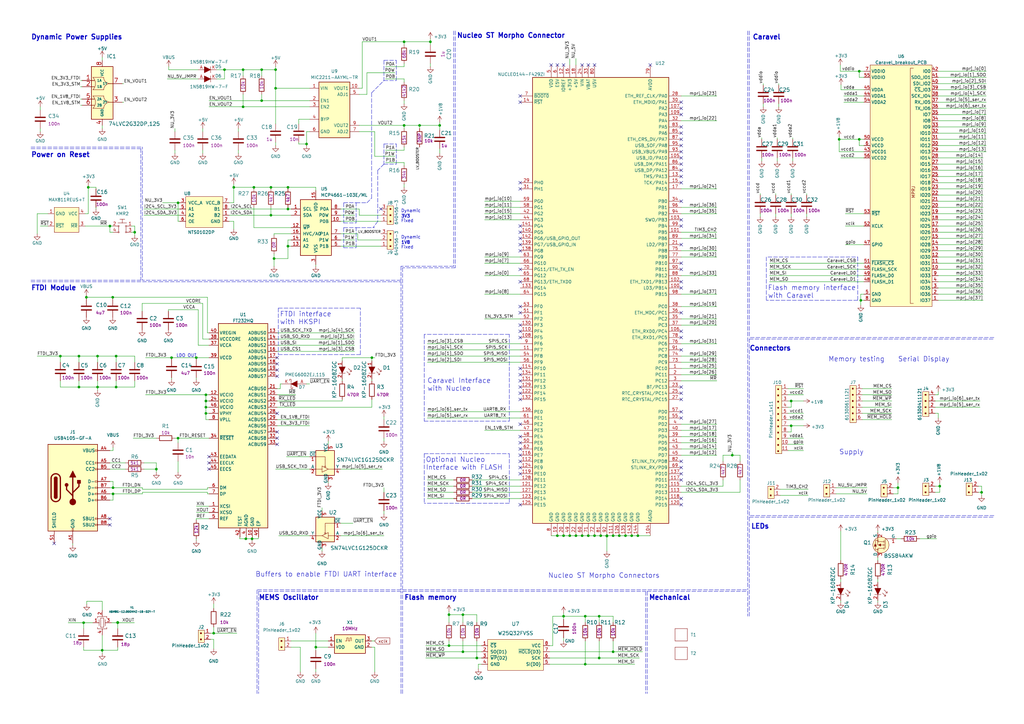
<source format=kicad_sch>
(kicad_sch (version 20211123) (generator eeschema)
  (paper "A3")
  (lib_symbols
    (symbol "caravel_Nucleo:+1V8" (power) (pin_names (offset 0))
      (property "Value" "+1V8" (at 0 3.556 0))
      (symbol "+1V8_1_1"
        (pin power_in line (at 0 0 90) (length 0) hide (name "+1V8") (number "1"))
      )
    )
    (symbol "caravel_Nucleo:+3.3V" (power) (pin_names (offset 0))
      (property "Value" "+3.3V" (at 0 3.556 0))
      (symbol "+3.3V_1_1"
        (pin power_in line (at 0 0 90) (length 0) hide (name "+3V3") (number "1"))
      )
    )
    (symbol "caravel_Nucleo:+3V3" (power) (pin_names (offset 0))
      (property "Value" "+3V3" (at 0 3.556 0))
      (symbol "+3V3_1_1"
        (pin power_in line (at 0 0 90) (length 0) hide (name "+3V3") (number "1"))
      )
    )
    (symbol "caravel_Nucleo:+5V" (power) (pin_names (offset 0))
      (property "Value" "+5V" (at 0 3.556 0))
      (symbol "+5V_1_1"
        (pin power_in line (at 0 0 90) (length 0) hide (name "+5V") (number "1"))
      )
    )
    (symbol "caravel_Nucleo:1N5819HW-7-F" (pin_names (offset 1.016))
      (property "Reference" "D" (at 0 3.81 0))
      (property "Value" "1N5819HW-7-F" (at 1.27 -2.54 0))
      (symbol "1N5819HW-7-F_1_1"
        (pin passive line (at 5.08 0 180) (length 2.54) (name "~") (number "A"))
        (pin passive line (at -2.54 0 0) (length 2.54) (name "~") (number "K"))
      )
    )
    (symbol "caravel_Nucleo:61300411121" (pin_names (offset 1.016))
      (property "Reference" "J" (at -5.08 2.54 0))
      (property "Value" "61300411121" (at 2.54 -2.54 0))
      (symbol "61300411121_1_1"
        (pin passive line (at 0 3.81 270) (length 2.54) (name "~") (number "1"))
        (pin passive line (at 2.54 3.81 270) (length 2.54) (name "~") (number "2"))
        (pin passive line (at 5.08 3.81 270) (length 2.54) (name "~") (number "3"))
        (pin passive line (at 7.62 3.81 270) (length 2.54) (name "~") (number "4"))
      )
    )
    (symbol "caravel_Nucleo:61300611121" (pin_names (offset 1.016))
      (property "Reference" "J" (at -5.08 2.54 0))
      (property "Value" "61300611121" (at 5.08 -2.54 0))
      (symbol "61300611121_1_1"
        (pin passive line (at 0 3.81 270) (length 2.54) (name "~") (number "1"))
        (pin passive line (at 2.54 3.81 270) (length 2.54) (name "~") (number "2"))
        (pin passive line (at 5.08 3.81 270) (length 2.54) (name "~") (number "3"))
        (pin passive line (at 7.62 3.81 270) (length 2.54) (name "~") (number "4"))
        (pin passive line (at 10.16 3.81 270) (length 2.54) (name "~") (number "5"))
        (pin passive line (at 12.7 3.81 270) (length 2.54) (name "~") (number "6"))
      )
    )
    (symbol "caravel_Nucleo:640456-3" (pin_names (offset 1.016))
      (property "Reference" "J" (at -2.54 1.27 0))
      (property "Value" "640456-3" (at 2.54 -3.81 0))
      (symbol "640456-3_1_1"
        (pin passive line (at 0 2.54 270) (length 2.54) (name "~") (number "1"))
        (pin passive line (at 2.54 2.54 270) (length 2.54) (name "~") (number "2"))
        (pin passive line (at 5.08 2.54 270) (length 2.54) (name "~") (number "3"))
      )
    )
    (symbol "caravel_Nucleo:74LVC2G32DP,125" (pin_names (offset 1.016))
      (property "Reference" "IC" (at 1.905 10.795 0))
      (property "Value" "74LVC2G32DP,125" (at 0.635 -13.335 0))
      (symbol "74LVC2G32DP,125_0_1"
        (pin passive line (at -8.255 5.08 0) (length 5.08) (name "1A") (number "1"))
        (pin passive line (at -8.255 2.54 0) (length 5.08) (name "1B") (number "2"))
        (pin passive line (at 8.255 -3.81 180) (length 5.08) (name "2Y") (number "3"))
        (pin passive line (at 0 -13.335 90) (length 2.54) (name "GND") (number "4"))
        (pin passive line (at -8.255 -2.54 0) (length 5.08) (name "2A") (number "5"))
        (pin passive line (at -8.255 -5.08 0) (length 5.08) (name "2B") (number "6"))
        (pin passive line (at 8.255 3.81 180) (length 5.08) (name "1Y") (number "7"))
        (pin passive line (at 0 13.335 270) (length 2.54) (name "VCC") (number "8"))
      )
    )
    (symbol "caravel_Nucleo:ABM8G-12.000MHZ-18-D2Y-T" (pin_names (offset 1.016))
      (property "Reference" "Y" (at -1.905 3.175 0))
      (property "Value" "ABM8G-12.000MHZ-18-D2Y-T" (at 5.08 -3.81 0))
      (property "MPN" "ABM8G-12.000MHZ-18-D2Y-T " (at 12.065 -6.985 0))
      (property "Manufacturer" "Abracon" (at 7.62 -5.715 0))
      (symbol "ABM8G-12.000MHZ-18-D2Y-T_1_1"
        (pin output line (at -3.81 0 0) (length 2.54) (name "~") (number "1"))
        (pin power_in line (at 0 5.08 270) (length 2.54) (name "~") (number "2"))
        (pin output line (at 3.81 0 180) (length 2.54) (name "~") (number "3"))
        (pin power_in line (at 0 -5.08 90) (length 2.54) (name "~") (number "4"))
      )
    )
    (symbol "caravel_Nucleo:BSS84AKW" (pin_names (offset 0))
      (property "Reference" "Q" (at -1.6256 5.1054 0))
      (property "Value" "BSS84AKW" (at 4.7244 0 90))
      (symbol "BSS84AKW_1_1"
        (pin bidirectional line (at -7.62 -2.54 0) (length 2.54) (name "G") (number "1"))
        (pin bidirectional line (at 0 -5.08 90) (length 2.54) (name "S") (number "2"))
        (pin bidirectional line (at 0 5.08 270) (length 2.54) (name "D") (number "3"))
      )
    )
    (symbol "caravel_Nucleo:C_100n_0603" (pin_names (offset 0))
      (property "Reference" "C" (at -1.397 3.429 0))
      (property "Val" "100n" (at 0 -2.54 0))
      (symbol "C_100n_0603_1_1"
        (pin passive line (at 0 3.81 270) (length 2.794) (name "~") (number "1"))
        (pin passive line (at 0 -3.81 90) (length 2.794) (name "~") (number "2"))
      )
    )
    (symbol "caravel_Nucleo:C_10n_0603" (pin_names (offset 0))
      (property "Reference" "C" (at -1.397 3.429 0))
      (property "Val" "10n" (at 0 -2.54 0))
      (symbol "C_10n_0603_1_1"
        (pin passive line (at 0 3.81 270) (length 2.794) (name "~") (number "1"))
        (pin passive line (at 0 -3.81 90) (length 2.794) (name "~") (number "2"))
      )
    )
    (symbol "caravel_Nucleo:C_18p_0603" (pin_names (offset 0))
      (property "Reference" "C" (at -1.397 3.429 0))
      (property "Val" "18p" (at 0 -2.54 0))
      (symbol "C_18p_0603_1_1"
        (pin passive line (at 0 3.81 270) (length 2.794) (name "~") (number "1"))
        (pin passive line (at 0 -3.81 90) (length 2.794) (name "~") (number "2"))
      )
    )
    (symbol "caravel_Nucleo:C_1u_0603" (pin_names (offset 0))
      (property "Reference" "C" (at -1.397 3.429 0))
      (property "Val" "1u" (at 0 -2.54 0))
      (symbol "C_1u_0603_1_1"
        (pin passive line (at 0 3.81 270) (length 2.794) (name "~") (number "1"))
        (pin passive line (at 0 -3.81 90) (length 2.794) (name "~") (number "2"))
      )
    )
    (symbol "caravel_Nucleo:C_4u7_0603" (pin_names (offset 0))
      (property "Reference" "C" (at -1.397 3.429 0))
      (property "Val" "4u7" (at 0 -2.54 0))
      (symbol "C_4u7_0603_1_1"
        (pin passive line (at 0 3.81 270) (length 2.794) (name "~") (number "1"))
        (pin passive line (at 0 -3.81 90) (length 2.794) (name "~") (number "2"))
      )
    )
    (symbol "caravel_Nucleo:Caravel_breakout_PCB"
      (property "Reference" "U?" (at 0 38.1 0))
      (property "Value" "Caravel_breakout_PCB" (at 0 35.56 0))
      (symbol "Caravel_breakout_PCB_0_0"
        (text "MPRJ" (at 5.08 -21.59 900) (effects (font (size 1.27 1.27))))
      )
      (symbol "Caravel_breakout_PCB_1_1"
        (pin bidirectional line (at 15.24 -66.04 180) (length 2.54) (name "IO37") (number "1"))
        (pin bidirectional line (at 15.24 -53.34 180) (length 2.54) (name "IO32") (number "10"))
        (pin bidirectional line (at 15.24 -50.8 180) (length 2.54) (name "IO31") (number "11"))
        (pin bidirectional line (at 15.24 -48.26 180) (length 2.54) (name "IO30") (number "12"))
        (pin bidirectional line (at 15.24 -45.72 180) (length 2.54) (name "IO29") (number "13"))
        (pin bidirectional line (at 15.24 -43.18 180) (length 2.54) (name "IO28") (number "14"))
        (pin bidirectional line (at 15.24 -40.64 180) (length 2.54) (name "IO27") (number "15"))
        (pin bidirectional line (at 15.24 -38.1 180) (length 2.54) (name "IO26") (number "16"))
        (pin bidirectional line (at 15.24 -35.56 180) (length 2.54) (name "IO25") (number "17"))
        (pin bidirectional line (at 15.24 -33.02 180) (length 2.54) (name "IO24") (number "18"))
        (pin bidirectional line (at 15.24 -30.48 180) (length 2.54) (name "IO23") (number "19"))
        (pin bidirectional line (at 15.24 -63.5 180) (length 2.54) (name "IO36") (number "2"))
        (pin bidirectional line (at 15.24 -27.94 180) (length 2.54) (name "IO22") (number "20"))
        (pin bidirectional line (at 15.24 -25.4 180) (length 2.54) (name "IO21") (number "21"))
        (pin bidirectional line (at 15.24 -22.86 180) (length 2.54) (name "IO20") (number "22"))
        (pin bidirectional line (at 15.24 -20.32 180) (length 2.54) (name "IO19") (number "23"))
        (pin bidirectional line (at 15.24 -17.78 180) (length 2.54) (name "IO18") (number "24"))
        (pin bidirectional line (at 15.24 -15.24 180) (length 2.54) (name "IO17") (number "25"))
        (pin bidirectional line (at 15.24 -12.7 180) (length 2.54) (name "IO16") (number "26"))
        (pin bidirectional line (at 15.24 -10.16 180) (length 2.54) (name "IO15") (number "27"))
        (pin bidirectional line (at 15.24 -7.62 180) (length 2.54) (name "IO14") (number "28"))
        (pin bidirectional line (at 15.24 -5.08 180) (length 2.54) (name "IO13") (number "29"))
        (pin bidirectional line (at 15.24 -60.96 180) (length 2.54) (name "IO35") (number "3"))
        (pin bidirectional line (at 15.24 -2.54 180) (length 2.54) (name "IO12") (number "30"))
        (pin bidirectional line (at 15.24 0 180) (length 2.54) (name "IO11") (number "31"))
        (pin bidirectional line (at 15.24 2.54 180) (length 2.54) (name "IO10") (number "32"))
        (pin bidirectional line (at 15.24 5.08 180) (length 2.54) (name "IO9") (number "33"))
        (pin bidirectional line (at 15.24 7.62 180) (length 2.54) (name "IO8") (number "34"))
        (pin bidirectional line (at 15.24 10.16 180) (length 2.54) (name "IO7") (number "35"))
        (pin bidirectional line (at 15.24 12.7 180) (length 2.54) (name "TX_IO6") (number "36"))
        (pin bidirectional line (at 15.24 15.24 180) (length 2.54) (name "RX_IO5") (number "37"))
        (pin bidirectional line (at 15.24 17.78 180) (length 2.54) (name "SCK_IO4") (number "38"))
        (pin bidirectional line (at 15.24 20.32 180) (length 2.54) (name "~{CS}_IO3") (number "39"))
        (pin bidirectional line (at 15.24 -58.42 180) (length 2.54) (name "IO34") (number "4"))
        (pin bidirectional line (at 15.24 22.86 180) (length 2.54) (name "SDI_IO2") (number "40"))
        (pin bidirectional line (at 15.24 25.4 180) (length 2.54) (name "SDO_IO1") (number "41"))
        (pin bidirectional line (at 15.24 27.94 180) (length 2.54) (name "IO0") (number "42"))
        (pin power_in line (at -15.24 -5.08 0) (length 2.54) (name "VCCD1") (number "43"))
        (pin power_in line (at -15.24 17.78 0) (length 2.54) (name "VDDA1") (number "44"))
        (pin power_in line (at -15.24 20.32 0) (length 2.54) (name "VDDA") (number "45"))
        (pin output line (at -15.24 -53.34 0) (length 2.54) (name "FLASH_SCK") (number "46"))
        (pin bidirectional line (at -15.24 -43.18 0) (length 2.54) (name "GPIO") (number "47"))
        (pin bidirectional line (at -15.24 -58.42 0) (length 2.54) (name "FLASH_D1") (number "48"))
        (pin bidirectional line (at -15.24 -55.88 0) (length 2.54) (name "FLASH_D0") (number "49"))
        (pin power_in line (at -15.24 -63.5 0) (length 2.54) (name "GND") (number "5"))
        (pin power_in line (at -15.24 0 0) (length 2.54) (name "VCCD") (number "50"))
        (pin output line (at -15.24 -50.8 0) (length 2.54) (name "~{FLASH_CS}") (number "51"))
        (pin input line (at -15.24 -35.56 0) (length 2.54) (name "XCLK") (number "52"))
        (pin input line (at -15.24 -30.48 0) (length 2.54) (name "~{RST}") (number "53"))
        (pin power_in line (at -15.24 15.24 0) (length 2.54) (name "VDDA2") (number "54"))
        (pin power_in line (at -15.24 25.4 0) (length 2.54) (name "VDDIO") (number "55"))
        (pin power_in line (at -15.24 -7.62 0) (length 2.54) (name "VCCD2") (number "56"))
        (pin power_in line (at -15.24 -2.54 0) (length 2.54) (name "VCCD") (number "6"))
        (pin power_in line (at -15.24 27.94 0) (length 2.54) (name "VDDIO") (number "7"))
        (pin power_in line (at -15.24 -66.04 0) (length 2.54) (name "GND") (number "8"))
        (pin bidirectional line (at 15.24 -55.88 180) (length 2.54) (name "IO33") (number "9"))
      )
    )
    (symbol "caravel_Nucleo:ECS-2520MVLC-100-BN-TR"
      (property "Reference" "Y" (at -5.08 3.81 0))
      (property "VAL" "10MHz" (at 5.08 3.81 0))
      (symbol "ECS-2520MVLC-100-BN-TR_1_1"
        (pin input line (at -8.89 0 0) (length 2.54) (name "EN") (number "1"))
        (pin power_in line (at 8.89 -2.54 180) (length 2.54) (name "GND") (number "2"))
        (pin output line (at 8.89 0 180) (length 2.54) (name "OUT") (number "3"))
        (pin power_in line (at -8.89 -2.54 0) (length 2.54) (name "VDD") (number "4"))
      )
    )
    (symbol "caravel_Nucleo:FT232HQ"
      (property "Reference" "U" (at -19.05 35.56 0))
      (property "Value" "FT232HQ" (at 12.7 35.56 0))
      (symbol "FT232HQ_1_1"
        (pin input line (at -15.24 -40.64 0) (length 3.81) (name "XCSI") (number "1"))
        (pin power_in line (at 2.54 -53.34 90) (length 3.81) (name "GND") (number "10"))
        (pin power_in line (at 2.54 -53.34 90) (length 3.81) hide (name "GND") (number "11"))
        (pin power_in line (at -15.24 5.08 0) (length 3.81) (name "VCCIO") (number "12"))
        (pin bidirectional line (at 12.7 30.48 180) (length 3.81) (name "ADBUS0") (number "13"))
        (pin bidirectional line (at 12.7 27.94 180) (length 3.81) (name "ADBUS1") (number "14"))
        (pin bidirectional line (at 12.7 25.4 180) (length 3.81) (name "ADBUS2") (number "15"))
        (pin bidirectional line (at 12.7 22.86 180) (length 3.81) (name "ADBUS3") (number "16"))
        (pin bidirectional line (at 12.7 20.32 180) (length 3.81) (name "ADBUS4") (number "17"))
        (pin bidirectional line (at 12.7 17.78 180) (length 3.81) (name "ADBUS5") (number "18"))
        (pin bidirectional line (at 12.7 15.24 180) (length 3.81) (name "ADBUS6") (number "19"))
        (pin output line (at -15.24 -43.18 0) (length 3.81) (name "XCSO") (number "2"))
        (pin bidirectional line (at 12.7 12.7 180) (length 3.81) (name "ADBUS7") (number "20"))
        (pin bidirectional line (at 12.7 7.62 180) (length 3.81) (name "ACBUS0") (number "21"))
        (pin power_in line (at 2.54 -53.34 90) (length 3.81) hide (name "GND") (number "22"))
        (pin power_in line (at 2.54 -53.34 90) (length 3.81) hide (name "GND") (number "23"))
        (pin power_in line (at -15.24 2.54 0) (length 3.81) (name "VCCIO") (number "24"))
        (pin bidirectional line (at 12.7 5.08 180) (length 3.81) (name "ACBUS1") (number "25"))
        (pin bidirectional line (at 12.7 2.54 180) (length 3.81) (name "ACBUS2") (number "26"))
        (pin bidirectional line (at 12.7 0 180) (length 3.81) (name "ACBUS3") (number "27"))
        (pin bidirectional line (at 12.7 -2.54 180) (length 3.81) (name "ACBUS4") (number "28"))
        (pin bidirectional line (at 12.7 -5.08 180) (length 3.81) (name "ACBUS5") (number "29"))
        (pin power_in line (at -15.24 -2.54 0) (length 3.81) (name "VPHY") (number "3"))
        (pin bidirectional line (at 12.7 -7.62 180) (length 3.81) (name "ACBUS6") (number "30"))
        (pin bidirectional line (at 12.7 -10.16 180) (length 3.81) (name "ACBUS7") (number "31"))
        (pin bidirectional line (at 12.7 -12.7 180) (length 3.81) (name "ACBUS8") (number "32"))
        (pin bidirectional line (at 12.7 -15.24 180) (length 3.81) (name "ACBUS9") (number "33"))
        (pin input line (at -15.24 -12.7 0) (length 3.81) (name "~{RESET}") (number "34"))
        (pin power_in line (at 2.54 -53.34 90) (length 3.81) hide (name "GND") (number "35"))
        (pin power_in line (at 2.54 -53.34 90) (length 3.81) hide (name "GND") (number "36"))
        (pin power_out line (at -15.24 25.4 0) (length 3.81) (name "VCCA") (number "37"))
        (pin power_out line (at -15.24 27.94 0) (length 3.81) (name "VCCCORE") (number "38"))
        (pin power_in line (at -15.24 20.32 0) (length 3.81) (name "VCCD") (number "39"))
        (pin power_in line (at 0 -53.34 90) (length 3.81) (name "AGND") (number "4"))
        (pin power_in line (at -15.24 30.48 0) (length 3.81) (name "VREGIN") (number "40"))
        (pin power_in line (at 0 -53.34 90) (length 3.81) hide (name "AGND") (number "41"))
        (pin input line (at -2.54 -53.34 90) (length 3.81) (name "TEST") (number "42"))
        (pin bidirectional line (at -15.24 -20.32 0) (length 3.81) (name "EEDATA") (number "43"))
        (pin input line (at -15.24 -22.86 0) (length 3.81) (name "EECLK") (number "44"))
        (pin input line (at -15.24 -25.4 0) (length 3.81) (name "EECS") (number "45"))
        (pin power_in line (at -15.24 0 0) (length 3.81) (name "VCCIO") (number "46"))
        (pin power_in line (at 2.54 -53.34 90) (length 3.81) hide (name "GND") (number "47"))
        (pin power_in line (at 2.54 -53.34 90) (length 3.81) hide (name "GND") (number "48"))
        (pin power_in line (at 5.08 -53.34 90) (length 3.81) (name "EP") (number "49"))
        (pin input line (at -15.24 -45.72 0) (length 3.81) (name "REF") (number "5"))
        (pin bidirectional line (at -15.24 -33.02 0) (length 3.81) (name "DM") (number "6"))
        (pin bidirectional line (at -15.24 -35.56 0) (length 3.81) (name "DP") (number "7"))
        (pin power_in line (at -15.24 -5.08 0) (length 3.81) (name "VPLL") (number "8"))
        (pin power_in line (at 0 -53.34 90) (length 3.81) hide (name "AGND") (number "9"))
      )
    )
    (symbol "caravel_Nucleo:GND" (power) (pin_names (offset 0))
      (property "Value" "GND" (at 0 -3.81 0))
      (symbol "GND_1_1"
        (pin power_in line (at 0 0 270) (length 0) hide (name "GND") (number "1"))
      )
    )
    (symbol "caravel_Nucleo:KMR2" (pin_names (offset 1.016))
      (property "Reference" "S" (at -3.81 3.81 0))
      (property "Value" "KMR2" (at 0.254 -4.1656 0))
      (symbol "KMR2_1_1"
        (pin passive line (at -3.81 0 0) (length 1.27) (name "~") (number "1"))
        (pin passive line (at 3.81 0 180) (length 1.27) (name "~") (number "2"))
        (pin passive line (at -3.81 -2.54 0) (length 1.27) (name "~") (number "3"))
        (pin passive line (at 3.81 -2.54 180) (length 1.27) (name "~") (number "4"))
      )
    )
    (symbol "caravel_Nucleo:KP-1608ZGC" (pin_names (offset 0))
      (property "Reference" "D" (at -5.08 3.81 0))
      (property "Value" "KP-1608ZGC" (at 0 -3.81 0))
      (symbol "KP-1608ZGC_1_1"
        (pin passive line (at -5.08 0 0) (length 2.54) (name "~") (number "1"))
        (pin passive line (at 2.54 0 180) (length 2.54) (name "~") (number "2"))
      )
    )
    (symbol "caravel_Nucleo:MAX811REUS+T"
      (property "Reference" "U" (at 0 10.16 0))
      (property "Value" "MAX811REUS+T" (at 0 7.62 0))
      (symbol "MAX811REUS+T_1_1"
        (pin power_in line (at 7.62 -2.54 180) (length 2.54) (name "GND") (number "1"))
        (pin power_in line (at 7.62 2.54 180) (length 2.54) (name "~{RST}") (number "2"))
        (pin input line (at -7.62 2.54 0) (length 2.54) (name "~{MR}") (number "3"))
        (pin power_in line (at -7.62 -2.54 0) (length 2.54) (name "VCC") (number "4"))
      )
    )
    (symbol "caravel_Nucleo:MCP4661-103E{slash}ML" (pin_names (offset 1.016))
      (property "Reference" "U" (at -7.62 11.43 0))
      (property "Value" "MCP4661-103E{slash}ML" (at 2.54 12.7 0))
      (symbol "MCP4661-103E{slash}ML_1_1"
        (pin input line (at -10.16 7.62 0) (length 3.81) (name "SCL") (number "1"))
        (pin passive line (at 10.16 2.54 180) (length 3.81) (name "P0B") (number "10"))
        (pin no_connect line (at 10.16 0 180) (length 3.81) hide (name "NC") (number "11"))
        (pin input line (at -10.16 0 0) (length 3.81) (name "~{WP}") (number "12"))
        (pin input line (at -10.16 -7.62 0) (length 3.81) (name "A2") (number "13"))
        (pin input line (at -10.16 -5.08 0) (length 3.81) (name "A1") (number "14"))
        (pin power_in line (at 0 15.24 270) (length 3.81) (name "VDD") (number "15"))
        (pin input line (at -10.16 -2.54 0) (length 3.81) (name "HVC/A0") (number "16"))
        (pin bidirectional line (at -10.16 5.08 0) (length 3.81) (name "SDA") (number "2"))
        (pin power_in line (at 0 -15.24 90) (length 3.81) (name "VSS") (number "3"))
        (pin power_in line (at 0 -15.24 90) (length 3.81) hide (name "VSS") (number "4"))
        (pin passive line (at 10.16 -7.62 180) (length 3.81) (name "P1B") (number "5"))
        (pin passive line (at 10.16 -5.08 180) (length 3.81) (name "P1W") (number "6"))
        (pin passive line (at 10.16 -2.54 180) (length 3.81) (name "P1A") (number "7"))
        (pin passive line (at 10.16 7.62 180) (length 3.81) (name "P0A") (number "8"))
        (pin passive line (at 10.16 5.08 180) (length 3.81) (name "P0W") (number "9"))
      )
    )
    (symbol "caravel_Nucleo:MIC2211-AAYML-TR"
      (property "Reference" "U" (at -8.89 8.89 0))
      (property "Value" "MIC2211-AAYML-TR" (at 0 6.35 0))
      (symbol "MIC2211-AAYML-TR_1_1"
        (pin power_in line (at -10.16 2.54 0) (length 3.81) (name "VIN") (number "1"))
        (pin power_out line (at 10.16 2.54 180) (length 3.81) (name "VOUT1") (number "10"))
        (pin power_in line (at -10.16 -15.24 0) (length 3.81) hide (name "EP") (number "11"))
        (pin input line (at -10.16 -2.54 0) (length 3.81) (name "EN1") (number "2"))
        (pin input line (at -10.16 -5.08 0) (length 3.81) (name "EN2") (number "3"))
        (pin passive line (at -10.16 -10.16 0) (length 3.81) (name "BYP") (number "4"))
        (pin input line (at 10.16 0 180) (length 3.81) (name "ADJ1") (number "5"))
        (pin power_in line (at -10.16 -15.24 0) (length 3.81) (name "GND") (number "6"))
        (pin input line (at 10.16 -15.24 180) (length 3.81) (name "ADJ2") (number "7"))
        (pin no_connect line (at 10.16 -5.08 180) (length 3.81) hide (name "NC") (number "8"))
        (pin power_out line (at 10.16 -12.7 180) (length 3.81) (name "VOUT2") (number "9"))
      )
    )
    (symbol "caravel_Nucleo:MIC2211-AAYML-TR_1"
      (property "Reference" "U" (at -8.89 8.89 0))
      (property "Value" "MIC2211-AAYML-TR_1" (at 0 6.35 0))
      (symbol "MIC2211-AAYML-TR_1_1_1"
        (pin power_in line (at -10.16 2.54 0) (length 3.81) (name "VIN") (number "1"))
        (pin power_out line (at 10.16 2.54 180) (length 3.81) (name "VOUT1") (number "10"))
        (pin input line (at -10.16 -2.54 0) (length 3.81) (name "EN1") (number "2"))
        (pin input line (at -10.16 -5.08 0) (length 3.81) (name "EN2") (number "3"))
        (pin passive line (at -10.16 -10.16 0) (length 3.81) (name "BYP") (number "4"))
        (pin input line (at 10.16 0 180) (length 3.81) (name "ADJ1") (number "5"))
        (pin power_in line (at -10.16 -15.24 0) (length 3.81) (name "GND") (number "6"))
        (pin input line (at 10.16 -15.24 180) (length 3.81) (name "ADJ2") (number "7"))
        (pin no_connect line (at 10.16 -5.08 180) (length 3.81) hide (name "NC") (number "8"))
        (pin power_out line (at 10.16 -12.7 180) (length 3.81) (name "VOUT2") (number "9"))
      )
    )
    (symbol "caravel_Nucleo:NTS0102DP" (pin_names (offset 1.016))
      (property "Reference" "U" (at -6.35 10.16 0))
      (property "Value" "NTS0102DP" (at -1.27 -5.08 0))
      (symbol "NTS0102DP_1_1"
        (pin bidirectional line (at 10.16 1.27 180) (length 2.54) (name "B2") (number "1"))
        (pin power_in line (at 10.16 -1.27 180) (length 2.54) (name "GND") (number "2"))
        (pin power_in line (at -10.16 6.35 0) (length 2.54) (name "VCC_A") (number "3"))
        (pin bidirectional line (at -10.16 1.27 0) (length 2.54) (name "A2") (number "4"))
        (pin bidirectional line (at -10.16 3.81 0) (length 2.54) (name "A1") (number "5"))
        (pin power_in line (at -10.16 -1.27 0) (length 2.54) (name "OE") (number "6"))
        (pin power_in line (at 10.16 6.35 180) (length 2.54) (name "VCC_B") (number "7"))
        (pin bidirectional line (at 10.16 3.81 180) (length 2.54) (name "B1") (number "8"))
      )
    )
    (symbol "caravel_Nucleo:NUCLEO144-F429ZI"
      (property "Reference" "U" (at -22.86 94.615 0))
      (property "Value" "NUCLEO144-F429ZI" (at -22.86 92.71 0))
      (symbol "NUCLEO144-F429ZI_1_1"
        (pin bidirectional line (at 33.02 -27.94 180) (length 5.08) (name "PC10") (number "1"))
        (pin no_connect line (at -33.02 55.88 0) (length 5.08) hide (name "NC") (number "10"))
        (pin bidirectional line (at 33.02 5.08 180) (length 5.08) (name "LD3/PB14") (number "100"))
        (pin bidirectional line (at 33.02 27.94 180) (length 5.08) (name "PB5") (number "101"))
        (pin bidirectional line (at 33.02 7.62 180) (length 5.08) (name "ETH_TXD1/PB13") (number "102"))
        (pin bidirectional line (at 33.02 33.02 180) (length 5.08) (name "SWO/PB3") (number "103"))
        (pin power_in line (at 20.32 -96.52 90) (length 5.08) (name "AGND") (number "104"))
        (pin bidirectional line (at 33.02 58.42 180) (length 5.08) (name "USB_ID/PA10") (number "105"))
        (pin bidirectional line (at 33.02 -12.7 180) (length 5.08) (name "ETH_RXD0/PC4") (number "106"))
        (pin bidirectional line (at 33.02 78.74 180) (length 5.08) (name "PA2") (number "107"))
        (pin bidirectional line (at -33.02 -15.24 0) (length 5.08) (name "PF5") (number "108"))
        (pin bidirectional line (at 33.02 76.2 180) (length 5.08) (name "PA3") (number "109"))
        (pin bidirectional line (at -33.02 -20.32 0) (length 5.08) (name "PF7") (number "11"))
        (pin bidirectional line (at -33.02 -12.7 0) (length 5.08) (name "PF4") (number "110"))
        (pin power_in line (at 5.08 -96.52 90) (length 5.08) (name "GND") (number "111"))
        (pin bidirectional line (at -33.02 -66.04 0) (length 5.08) (name "PE8") (number "112"))
        (pin bidirectional line (at 33.02 -78.74 180) (length 5.08) (name "PD13") (number "113"))
        (pin bidirectional line (at -33.02 -27.94 0) (length 5.08) (name "PF10") (number "114"))
        (pin bidirectional line (at 33.02 -76.2 180) (length 5.08) (name "PD12") (number "115"))
        (pin bidirectional line (at -33.02 -63.5 0) (length 5.08) (name "PE7") (number "116"))
        (pin bidirectional line (at 33.02 -73.66 180) (length 5.08) (name "PD11") (number "117"))
        (pin bidirectional line (at 33.02 -81.28 180) (length 5.08) (name "PD14") (number "118"))
        (pin bidirectional line (at -33.02 -71.12 0) (length 5.08) (name "PE10") (number "119"))
        (pin power_in line (at -15.24 96.52 270) (length 5.08) (name "IOREF") (number "12"))
        (pin bidirectional line (at 33.02 -83.82 180) (length 5.08) (name "PD15") (number "120"))
        (pin bidirectional line (at -33.02 -76.2 0) (length 5.08) (name "PE12") (number "121"))
        (pin bidirectional line (at -33.02 -38.1 0) (length 5.08) (name "PF14") (number "122"))
        (pin bidirectional line (at -33.02 -81.28 0) (length 5.08) (name "PE14") (number "123"))
        (pin bidirectional line (at -33.02 -68.58 0) (length 5.08) (name "PE9") (number "124"))
        (pin bidirectional line (at -33.02 -83.82 0) (length 5.08) (name "PE15") (number "125"))
        (pin power_in line (at 7.62 -96.52 90) (length 5.08) (name "GND") (number "126"))
        (pin bidirectional line (at -33.02 -78.74 0) (length 5.08) (name "PE13") (number "127"))
        (pin bidirectional line (at -33.02 -73.66 0) (length 5.08) (name "PE11") (number "128"))
        (pin bidirectional line (at -33.02 -35.56 0) (length 5.08) (name "PF13") (number "129"))
        (pin bidirectional line (at 33.02 50.8 180) (length 5.08) (name "TMS/PA13") (number "13"))
        (pin bidirectional line (at -33.02 -10.16 0) (length 5.08) (name "PF3") (number "130"))
        (pin bidirectional line (at -33.02 -33.02 0) (length 5.08) (name "PF12") (number "131"))
        (pin bidirectional line (at -33.02 -40.64 0) (length 5.08) (name "PF15") (number "132"))
        (pin bidirectional line (at -33.02 5.08 0) (length 5.08) (name "PG14") (number "133"))
        (pin bidirectional line (at -33.02 -30.48 0) (length 5.08) (name "PF11") (number "134"))
        (pin power_in line (at 10.16 -96.52 90) (length 5.08) (name "GND") (number "135"))
        (pin bidirectional line (at -33.02 -45.72 0) (length 5.08) (name "PE0") (number "136"))
        (pin bidirectional line (at 33.02 -71.12 180) (length 5.08) (name "PD10") (number "137"))
        (pin bidirectional line (at -33.02 20.32 0) (length 5.08) (name "PG8") (number "138"))
        (pin bidirectional line (at -33.02 22.86 0) (length 5.08) (name "PG7/USB_GPIO_IN") (number "139"))
        (pin input line (at -33.02 81.28 0) (length 5.08) (name "~{RST}") (number "14"))
        (pin bidirectional line (at -33.02 27.94 0) (length 5.08) (name "PG5") (number "140"))
        (pin bidirectional line (at -33.02 30.48 0) (length 5.08) (name "PG4") (number "141"))
        (pin bidirectional line (at -33.02 25.4 0) (length 5.08) (name "PG6/USB_GPIO_OUT") (number "142"))
        (pin power_in line (at 12.7 -96.52 90) (length 5.08) (name "GND") (number "143"))
        (pin power_in line (at 15.24 -96.52 90) (length 5.08) (name "GND") (number "144"))
        (pin bidirectional line (at 33.02 48.26 180) (length 5.08) (name "TCK/PA14") (number "15"))
        (pin power_in line (at -12.7 96.52 270) (length 5.08) (name "+3V3") (number "16"))
        (pin bidirectional line (at 33.02 45.72 180) (length 5.08) (name "PA15") (number "17"))
        (pin power_in line (at -10.16 96.52 270) (length 5.08) (name "+5V") (number "18"))
        (pin power_in line (at -17.78 -96.52 90) (length 5.08) (name "GND") (number "19"))
        (pin bidirectional line (at 33.02 -30.48 180) (length 5.08) (name "PC11") (number "2"))
        (pin power_in line (at -15.24 -96.52 90) (length 5.08) (name "GND") (number "20"))
        (pin bidirectional line (at 33.02 22.86 180) (length 5.08) (name "LD2/PB7") (number "21"))
        (pin power_in line (at -10.16 -96.52 90) (length 5.08) (name "GND") (number "22"))
        (pin bidirectional line (at 33.02 -35.56 180) (length 5.08) (name "BT/PC13") (number "23"))
        (pin power_in line (at -7.62 96.52 270) (length 5.08) (name "VIN") (number "24"))
        (pin bidirectional line (at 33.02 -38.1 180) (length 5.08) (name "RTC_CRYSTAL/PC14") (number "25"))
        (pin no_connect line (at -33.02 58.42 0) (length 5.08) hide (name "NC") (number "26"))
        (pin bidirectional line (at 33.02 -40.64 180) (length 5.08) (name "RTC_CRYSTAL/PC15") (number "27"))
        (pin bidirectional line (at 33.02 83.82 180) (length 5.08) (name "ETH_REF_CLK/PA0") (number "28"))
        (pin bidirectional line (at -33.02 48.26 0) (length 5.08) (name "PH0") (number "29"))
        (pin bidirectional line (at 33.02 -33.02 180) (length 5.08) (name "PC12") (number "3"))
        (pin bidirectional line (at 33.02 81.28 180) (length 5.08) (name "ETH_MDIO/PA1") (number "30"))
        (pin bidirectional line (at -33.02 45.72 0) (length 5.08) (name "PH1") (number "31"))
        (pin bidirectional line (at 33.02 73.66 180) (length 5.08) (name "PA4") (number "32"))
        (pin power_in line (at -5.08 96.52 270) (length 5.08) (name "VBAT") (number "33"))
        (pin bidirectional line (at 33.02 40.64 180) (length 5.08) (name "PB0") (number "34"))
        (pin bidirectional line (at 33.02 -7.62 180) (length 5.08) (name "PC2") (number "35"))
        (pin bidirectional line (at 33.02 -5.08 180) (length 5.08) (name "ETH_MDC/PC1") (number "36"))
        (pin bidirectional line (at 33.02 -10.16 180) (length 5.08) (name "PC3") (number "37"))
        (pin bidirectional line (at 33.02 -2.54 180) (length 5.08) (name "PC0") (number "38"))
        (pin bidirectional line (at 33.02 -55.88 180) (length 5.08) (name "PD4") (number "39"))
        (pin bidirectional line (at 33.02 -50.8 180) (length 5.08) (name "PD2") (number "4"))
        (pin bidirectional line (at 33.02 -53.34 180) (length 5.08) (name "PD3") (number "40"))
        (pin bidirectional line (at 33.02 -58.42 180) (length 5.08) (name "PD5") (number "41"))
        (pin bidirectional line (at -33.02 35.56 0) (length 5.08) (name "PG2") (number "42"))
        (pin bidirectional line (at 33.02 -60.96 180) (length 5.08) (name "PD6") (number "43"))
        (pin bidirectional line (at -33.02 33.02 0) (length 5.08) (name "PG3") (number "44"))
        (pin bidirectional line (at 33.02 -63.5 180) (length 5.08) (name "PD7") (number "45"))
        (pin bidirectional line (at -33.02 -50.8 0) (length 5.08) (name "PE2") (number "46"))
        (pin bidirectional line (at -33.02 -53.34 0) (length 5.08) (name "PE3") (number "47"))
        (pin bidirectional line (at -33.02 -55.88 0) (length 5.08) (name "PE4") (number "48"))
        (pin power_in line (at -12.7 -96.52 90) (length 5.08) (name "GND") (number "49"))
        (pin power_in line (at -20.32 96.52 270) (length 5.08) (name "VDD") (number "5"))
        (pin bidirectional line (at -33.02 -58.42 0) (length 5.08) (name "PE5") (number "50"))
        (pin bidirectional line (at -33.02 -5.08 0) (length 5.08) (name "PF1") (number "51"))
        (pin bidirectional line (at -33.02 -7.62 0) (length 5.08) (name "PF2") (number "52"))
        (pin bidirectional line (at -33.02 -2.54 0) (length 5.08) (name "PF0") (number "53"))
        (pin bidirectional line (at -33.02 -22.86 0) (length 5.08) (name "PF8") (number "54"))
        (pin bidirectional line (at 33.02 -48.26 180) (length 5.08) (name "PD1") (number "55"))
        (pin bidirectional line (at -33.02 -25.4 0) (length 5.08) (name "PF9") (number "56"))
        (pin bidirectional line (at 33.02 -45.72 180) (length 5.08) (name "PD0") (number "57"))
        (pin bidirectional line (at -33.02 38.1 0) (length 5.08) (name "PG1") (number "58"))
        (pin bidirectional line (at -33.02 40.64 0) (length 5.08) (name "PG0") (number "59"))
        (pin power_in line (at -17.78 96.52 270) (length 5.08) (name "E5V") (number "6"))
        (pin power_in line (at -7.62 -96.52 90) (length 5.08) (name "GND") (number "60"))
        (pin bidirectional line (at -33.02 -48.26 0) (length 5.08) (name "PE1") (number "61"))
        (pin bidirectional line (at -33.02 -60.96 0) (length 5.08) (name "PE6") (number "62"))
        (pin bidirectional line (at -33.02 17.78 0) (length 5.08) (name "PG9") (number "63"))
        (pin bidirectional line (at -33.02 2.54 0) (length 5.08) (name "PG15") (number "64"))
        (pin bidirectional line (at -33.02 10.16 0) (length 5.08) (name "PG12") (number "65"))
        (pin bidirectional line (at -33.02 15.24 0) (length 5.08) (name "PG10") (number "66"))
        (pin no_connect line (at -33.02 53.34 0) (length 5.08) hide (name "NC") (number "67"))
        (pin bidirectional line (at -33.02 7.62 0) (length 5.08) (name "PG13/ETH_TXD0") (number "68"))
        (pin bidirectional line (at 33.02 -68.58 180) (length 5.08) (name "STLINK_RX/PD9") (number "69"))
        (pin input line (at -33.02 83.82 0) (length 5.08) (name "~{BOOT0}") (number "7"))
        (pin bidirectional line (at -33.02 12.7 0) (length 5.08) (name "PG11/ETH_TX_EN") (number "70"))
        (pin power_in line (at -5.08 -96.52 90) (length 5.08) (name "GND") (number "71"))
        (pin power_in line (at -2.54 -96.52 90) (length 5.08) (name "GND") (number "72"))
        (pin bidirectional line (at 33.02 -25.4 180) (length 5.08) (name "PC9") (number "73"))
        (pin bidirectional line (at 33.02 -22.86 180) (length 5.08) (name "PC8") (number "74"))
        (pin bidirectional line (at 33.02 20.32 180) (length 5.08) (name "PB8") (number "75"))
        (pin bidirectional line (at 33.02 -17.78 180) (length 5.08) (name "PC6") (number "76"))
        (pin bidirectional line (at 33.02 17.78 180) (length 5.08) (name "PB9") (number "77"))
        (pin bidirectional line (at 33.02 -15.24 180) (length 5.08) (name "ETH_RXD1/PC5") (number "78"))
        (pin power_in line (at 20.32 96.52 270) (length 5.08) (name "AVDD") (number "79"))
        (pin power_in line (at -20.32 -96.52 90) (length 5.08) (name "GND") (number "8"))
        (pin power_in line (at -2.54 96.52 270) (length 5.08) (name "U5V") (number "80"))
        (pin power_in line (at 0 -96.52 90) (length 5.08) (name "GND") (number "81"))
        (pin bidirectional line (at 33.02 -66.04 180) (length 5.08) (name "STLINK_TX/PD8") (number "82"))
        (pin bidirectional line (at 33.02 71.12 180) (length 5.08) (name "PA5") (number "83"))
        (pin bidirectional line (at 33.02 53.34 180) (length 5.08) (name "USB_DP/PA12") (number "84"))
        (pin bidirectional line (at 33.02 68.58 180) (length 5.08) (name "PA6") (number "85"))
        (pin bidirectional line (at 33.02 55.88 180) (length 5.08) (name "USB_DM/PA11") (number "86"))
        (pin bidirectional line (at 33.02 66.04 180) (length 5.08) (name "ETH_CRS_DV/PA7") (number "87"))
        (pin bidirectional line (at 33.02 10.16 180) (length 5.08) (name "PB12") (number "88"))
        (pin bidirectional line (at 33.02 25.4 180) (length 5.08) (name "PB6") (number "89"))
        (pin bidirectional line (at -33.02 -17.78 0) (length 5.08) (name "PF6") (number "9"))
        (pin bidirectional line (at 33.02 12.7 180) (length 5.08) (name "PB11") (number "90"))
        (pin bidirectional line (at 33.02 -20.32 180) (length 5.08) (name "PC7") (number "91"))
        (pin power_in line (at 2.54 -96.52 90) (length 5.08) (name "GND") (number "92"))
        (pin bidirectional line (at 33.02 60.96 180) (length 5.08) (name "USB_VBUS/PA9") (number "93"))
        (pin bidirectional line (at 33.02 35.56 180) (length 5.08) (name "PB2") (number "94"))
        (pin bidirectional line (at 33.02 63.5 180) (length 5.08) (name "USB_SOF/PA8") (number "95"))
        (pin bidirectional line (at 33.02 38.1 180) (length 5.08) (name "PB1") (number "96"))
        (pin bidirectional line (at 33.02 15.24 180) (length 5.08) (name "PB10") (number "97"))
        (pin bidirectional line (at 33.02 2.54 180) (length 5.08) (name "PB15") (number "98"))
        (pin bidirectional line (at 33.02 30.48 180) (length 5.08) (name "PB4") (number "99"))
      )
    )
    (symbol "caravel_Nucleo:PMEG6002EJ,115" (pin_names (offset 1.016))
      (property "Reference" "D" (at -8.89 3.81 0))
      (property "Value" "PMEG6002EJ,115" (at 2.54 3.81 0))
      (symbol "PMEG6002EJ,115_1_1"
        (pin passive line (at -5.08 0 0) (length 3.81) (name "~") (number "A"))
        (pin passive line (at 5.08 0 180) (length 3.81) (name "~") (number "K"))
      )
    )
    (symbol "caravel_Nucleo:PinHeader_1x02" (pin_names (offset 1.016) hide)
      (property "Reference" "J" (at -1.27 3.81 0))
      (property "Value" "PinHeader_1x02" (at 1.27 -5.08 0))
      (symbol "PinHeader_1x02_1_1"
        (pin passive line (at 3.81 1.27 180) (length 2.54) (name "~") (number "1"))
        (pin passive line (at 3.81 -1.27 180) (length 2.54) (name "~") (number "2"))
      )
    )
    (symbol "caravel_Nucleo:PinHeader_1x11" (pin_names (offset 1.016) hide)
      (property "Reference" "J" (at -1.27 15.24 0))
      (property "Value" "PinHeader_1x11" (at 2.54 20.32 0))
      (symbol "PinHeader_1x11_1_1"
        (pin passive line (at 3.81 12.7 180) (length 2.54) (name "~") (number "1"))
        (pin passive line (at 3.81 -10.16 180) (length 2.54) (name "~") (number "10"))
        (pin passive line (at 3.81 -12.7 180) (length 2.54) (name "~") (number "11"))
        (pin passive line (at 3.81 10.16 180) (length 2.54) (name "~") (number "2"))
        (pin passive line (at 3.81 7.62 180) (length 2.54) (name "~") (number "3"))
        (pin passive line (at 3.81 5.08 180) (length 2.54) (name "~") (number "4"))
        (pin passive line (at 3.81 2.54 180) (length 2.54) (name "~") (number "5"))
        (pin passive line (at 3.81 0 180) (length 2.54) (name "~") (number "6"))
        (pin passive line (at 3.81 -2.54 180) (length 2.54) (name "~") (number "7"))
        (pin passive line (at 3.81 -5.08 180) (length 2.54) (name "~") (number "8"))
        (pin passive line (at 3.81 -7.62 180) (length 2.54) (name "~") (number "9"))
      )
    )
    (symbol "caravel_Nucleo:R_0R_0603" (pin_names (offset 0))
      (property "Reference" "R" (at -1.397 3.429 0))
      (property "Val" "0R" (at 0 -2.54 0))
      (symbol "R_0R_0603_1_1"
        (pin passive line (at -3.81 0 0) (length 1.27) (name "~") (number "1"))
        (pin passive line (at 3.81 0 180) (length 1.27) (name "~") (number "2"))
      )
    )
    (symbol "caravel_Nucleo:R_10k_0603" (pin_names (offset 0))
      (property "Reference" "R" (at -1.397 3.429 0))
      (property "Val" "10k" (at 0 -2.54 0))
      (symbol "R_10k_0603_1_1"
        (pin passive line (at -3.81 0 0) (length 1.27) (name "~") (number "1"))
        (pin passive line (at 3.81 0 180) (length 1.27) (name "~") (number "2"))
      )
    )
    (symbol "caravel_Nucleo:R_12k_0603" (pin_names (offset 0))
      (property "Reference" "R" (at -1.397 3.429 0))
      (property "Val" "12k" (at 0 -2.54 0))
      (symbol "R_12k_0603_1_1"
        (pin passive line (at -3.81 0 0) (length 1.27) (name "~") (number "1"))
        (pin passive line (at 3.81 0 180) (length 1.27) (name "~") (number "2"))
      )
    )
    (symbol "caravel_Nucleo:R_15k_0603" (pin_names (offset 0))
      (property "Reference" "R" (at -1.397 3.429 0))
      (property "Val" "15k" (at 0 -2.54 0))
      (symbol "R_15k_0603_1_1"
        (pin passive line (at -3.81 0 0) (length 1.27) (name "~") (number "1"))
        (pin passive line (at 3.81 0 180) (length 1.27) (name "~") (number "2"))
      )
    )
    (symbol "caravel_Nucleo:R_34k_0603" (pin_names (offset 0))
      (property "Reference" "R" (at -1.397 3.429 0))
      (property "Val" "34k" (at 0 -2.54 0))
      (symbol "R_34k_0603_1_1"
        (pin passive line (at -3.81 0 0) (length 1.27) (name "~") (number "1"))
        (pin passive line (at 3.81 0 180) (length 1.27) (name "~") (number "2"))
      )
    )
    (symbol "caravel_Nucleo:R_41k2_0603" (pin_names (offset 0))
      (property "Reference" "R" (at -1.397 3.429 0))
      (property "Val" "41k2" (at 0 -2.54 0))
      (symbol "R_41k2_0603_1_1"
        (pin passive line (at -3.81 0 0) (length 1.27) (name "~") (number "1"))
        (pin passive line (at 3.81 0 180) (length 1.27) (name "~") (number "2"))
      )
    )
    (symbol "caravel_Nucleo:R_470R_0603" (pin_names (offset 0))
      (property "Reference" "R" (at -1.397 3.429 0))
      (property "Val" "470R" (at 0 -2.54 0))
      (symbol "R_470R_0603_1_1"
        (pin passive line (at -3.81 0 0) (length 1.27) (name "~") (number "1"))
        (pin passive line (at 3.81 0 180) (length 1.27) (name "~") (number "2"))
      )
    )
    (symbol "caravel_Nucleo:R_4k7_0603" (pin_names (offset 0))
      (property "Reference" "R" (at -1.397 3.429 0))
      (property "Val" "4k7" (at 0 -2.54 0))
      (symbol "R_4k7_0603_1_1"
        (pin passive line (at -3.81 0 0) (length 1.27) (name "~") (number "1"))
        (pin passive line (at 3.81 0 180) (length 1.27) (name "~") (number "2"))
      )
    )
    (symbol "caravel_Nucleo:R_5k1_0603" (pin_names (offset 0))
      (property "Reference" "R" (at -1.397 3.429 0))
      (property "Val" "5k1" (at 0 -2.54 0))
      (symbol "R_5k1_0603_1_1"
        (pin passive line (at -3.81 0 0) (length 1.27) (name "~") (number "1"))
        (pin passive line (at 3.81 0 180) (length 1.27) (name "~") (number "2"))
      )
    )
    (symbol "caravel_Nucleo:R_68k_0603" (pin_names (offset 0))
      (property "Reference" "R" (at -1.397 3.429 0))
      (property "Val" "68k" (at 0 -2.54 0))
      (symbol "R_68k_0603_1_1"
        (pin passive line (at -3.81 0 0) (length 1.27) (name "~") (number "1"))
        (pin passive line (at 3.81 0 180) (length 1.27) (name "~") (number "2"))
      )
    )
    (symbol "caravel_Nucleo:SN74LVC1G125DCKR" (pin_names (offset 0))
      (property "Reference" "U" (at -2.54 6.35 0))
      (property "Value" "SN74LVC1G125DCKR" (at 1.905 -6.35 0))
      (symbol "SN74LVC1G125DCKR_1_1"
        (pin input line (at -7.62 2.54 0) (length 2.54) (name "~{OE}") (number "1"))
        (pin input line (at -7.62 -2.54 0) (length 2.54) (name "A") (number "2"))
        (pin power_in line (at 0 -7.62 90) (length 2.54) (name "GND") (number "3"))
        (pin output line (at 5.08 -2.54 180) (length 2.54) (name "Y") (number "4"))
        (pin power_in line (at 0 7.62 270) (length 2.54) (name "VCC") (number "5"))
      )
    )
    (symbol "caravel_Nucleo:USB4105-GF-A" (pin_names (offset 1.016))
      (property "Reference" "J" (at 1.27 29.21 0))
      (property "Value" "USB4105-GF-A" (at -16.51 24.13 0))
      (symbol "USB4105-GF-A_1_1"
        (pin passive line (at 0 -22.86 90) (length 5.08) (name "GND") (number "A1"))
        (pin passive line (at 0 -22.86 90) (length 5.08) hide (name "GND") (number "A12"))
        (pin passive line (at 15.24 15.24 180) (length 5.08) (name "VBUS") (number "A4"))
        (pin bidirectional line (at 15.24 10.16 180) (length 5.08) (name "CC1") (number "A5"))
        (pin bidirectional line (at 15.24 -2.54 180) (length 5.08) (name "D+") (number "A6"))
        (pin bidirectional line (at 15.24 2.54 180) (length 5.08) (name "D-") (number "A7"))
        (pin bidirectional line (at 15.24 -12.7 180) (length 5.08) (name "SBU1") (number "A8"))
        (pin passive line (at 15.24 15.24 180) (length 5.08) hide (name "VBUS") (number "A9"))
        (pin passive line (at 0 -22.86 90) (length 5.08) hide (name "GND") (number "B1"))
        (pin passive line (at 0 -22.86 90) (length 5.08) hide (name "GND") (number "B12"))
        (pin passive line (at 15.24 15.24 180) (length 5.08) hide (name "VBUS") (number "B4"))
        (pin bidirectional line (at 15.24 7.62 180) (length 5.08) (name "CC2") (number "B5"))
        (pin bidirectional line (at 15.24 -5.08 180) (length 5.08) (name "D+") (number "B6"))
        (pin bidirectional line (at 15.24 0 180) (length 5.08) (name "D-") (number "B7"))
        (pin bidirectional line (at 15.24 -15.24 180) (length 5.08) (name "SBU2") (number "B8"))
        (pin passive line (at 15.24 15.24 180) (length 5.08) hide (name "VBUS") (number "B9"))
        (pin passive line (at -7.62 -22.86 90) (length 5.08) (name "SHIELD") (number "S1"))
      )
    )
    (symbol "caravel_Nucleo:VBUS" (power) (pin_names (offset 0))
      (property "Value" "VBUS" (at 0 3.81 0))
      (symbol "VBUS_1_1"
        (pin power_in line (at 0 0 90) (length 0) hide (name "VBUS") (number "1"))
      )
    )
    (symbol "caravel_Nucleo:W25Q32FVSS" (pin_names (offset 1.016))
      (property "Reference" "U" (at -11.43 6.35 0))
      (property "Value" "W25Q32FVSS" (at -11.43 -6.35 0))
      (property "Manufacturer" "Winbond Electronics" (at -11.43 -12.7 0))
      (property "MPN" "W25Q32FVSSIG" (at -11.43 -15.24 0))
      (symbol "W25Q32FVSS_1_0"
        (pin input line (at -13.97 3.81 0) (length 2.54) (name "~{CS}") (number "1"))
        (pin bidirectional line (at -13.97 1.27 0) (length 2.54) (name "SO(D1)") (number "2"))
        (pin bidirectional line (at -13.97 -1.27 0) (length 2.54) (name "~{WP}(D2)") (number "3"))
        (pin power_in line (at -13.97 -3.81 0) (length 2.54) (name "GND") (number "4"))
        (pin bidirectional line (at 13.97 -3.81 180) (length 2.54) (name "SI(D0)") (number "5"))
        (pin bidirectional line (at 13.97 -1.27 180) (length 2.54) (name "SCK") (number "6"))
        (pin bidirectional line (at 13.97 1.27 180) (length 2.54) (name "~{HOLD}(D3)") (number "7"))
        (pin power_in line (at 13.97 3.81 180) (length 2.54) (name "VCC") (number "8"))
      )
    )
    (symbol "caravel_Nucleo:efabless_logo"
      (property "Reference" "T" (at 0 1.27 0))
    )
  )
  (junction (at 243.84 219.71))
  (junction (at 184.15 252.095))
  (junction (at 92.075 28.575))
  (junction (at 233.68 219.71))
  (junction (at 245.745 252.73))
  (junction (at 189.865 267.335))
  (junction (at 84.455 161.925))
  (junction (at 246.38 219.71))
  (junction (at 165.735 51.435))
  (junction (at 40.005 158.75))
  (junction (at 368.3 200.025))
  (junction (at 118.11 85.725))
  (junction (at 73.025 179.705))
  (junction (at 45.085 92.71))
  (junction (at 176.53 17.145))
  (junction (at 241.3 219.71))
  (junction (at 125.73 59.055))
  (junction (at 228.6 219.71))
  (junction (at 240.03 272.415))
  (junction (at 352.425 29.21))
  (junction (at 238.76 219.71))
  (junction (at 344.17 57.15))
  (junction (at 84.455 164.465))
  (junction (at 236.22 219.71))
  (junction (at 35.433 121.92))
  (junction (at 47.625 146.05))
  (junction (at 34.29 255.397))
  (junction (at 112.395 106.045))
  (junction (at 261.62 219.71))
  (junction (at 248.92 219.837))
  (junction (at 324.485 174.625))
  (junction (at 47.625 158.75))
  (junction (at 254 219.71))
  (junction (at 99.695 43.815))
  (junction (at 165.735 17.145))
  (junction (at 324.485 164.465))
  (junction (at 48.26 255.27))
  (junction (at 118.11 100.965))
  (junction (at 107.315 28.575))
  (junction (at 172.085 51.435))
  (junction (at 251.46 267.335))
  (junction (at 24.765 146.05))
  (junction (at 113.03 36.195))
  (junction (at 64.135 192.405))
  (junction (at 84.455 167.005))
  (junction (at 46.228 121.92))
  (junction (at 240.03 252.73))
  (junction (at 80.518 146.685))
  (junction (at 129.54 265.43))
  (junction (at 41.91 266.7))
  (junction (at 70.358 146.685))
  (junction (at 111.125 76.835))
  (junction (at 95.885 76.835))
  (junction (at 352.425 57.15))
  (junction (at 152.527 146.685))
  (junction (at 300.355 186.69))
  (junction (at 73.025 83.185))
  (junction (at 231.14 252.73))
  (junction (at 32.385 146.05))
  (junction (at 184.15 264.795))
  (junction (at 84.455 169.545))
  (junction (at 385.445 199.39))
  (junction (at 107.315 41.275))
  (junction (at 256.54 219.71))
  (junction (at 251.46 219.71))
  (junction (at 113.03 28.575))
  (junction (at 87.63 259.715))
  (junction (at 118.11 76.835))
  (junction (at 189.865 252.095))
  (junction (at 245.745 269.875))
  (junction (at 46.355 202.565))
  (junction (at 353.06 123.19))
  (junction (at 36.195 76.835))
  (junction (at 40.005 146.05))
  (junction (at 180.34 51.435))
  (junction (at 100.838 220.98))
  (junction (at 46.355 200.025))
  (junction (at 55.245 95.25))
  (junction (at 48.26 255.397))
  (junction (at 103.378 220.98))
  (junction (at 259.08 219.71))
  (junction (at 231.14 219.71))
  (junction (at 111.125 88.265))
  (junction (at 99.695 28.575))
  (junction (at 248.92 219.71))
  (junction (at 195.58 269.875))
  (junction (at 402.59 201.93))
  (junction (at 104.14 76.835))
  (junction (at 32.385 158.75))
  (no_connect (at 279.4 57.15))
  (no_connect (at 45.085 212.725))
  (no_connect (at 279.4 67.31))
  (no_connect (at 213.36 102.87))
  (no_connect (at 45.085 215.265))
  (no_connect (at 213.36 125.73))
  (no_connect (at 213.36 128.27))
  (no_connect (at 213.36 74.93))
  (no_connect (at 213.36 77.47))
  (no_connect (at 113.665 182.245))
  (no_connect (at 279.4 158.75))
  (no_connect (at 279.4 118.11))
  (no_connect (at 213.36 41.91))
  (no_connect (at 279.4 161.29))
  (no_connect (at 279.4 163.83))
  (no_connect (at 113.665 146.685))
  (no_connect (at 213.36 39.37))
  (no_connect (at 213.36 156.21))
  (no_connect (at 279.4 171.45))
  (no_connect (at 279.4 46.99))
  (no_connect (at 85.725 187.325))
  (no_connect (at 266.7 26.67))
  (no_connect (at 213.36 151.13))
  (no_connect (at 156.21 85.725))
  (no_connect (at 279.4 90.17))
  (no_connect (at 279.4 196.85))
  (no_connect (at 213.36 189.23))
  (no_connect (at 213.36 115.57))
  (no_connect (at 213.36 194.31))
  (no_connect (at 213.36 158.75))
  (no_connect (at 113.665 151.765))
  (no_connect (at 279.4 59.69))
  (no_connect (at 22.225 222.885))
  (no_connect (at 279.4 207.01))
  (no_connect (at 113.665 169.545))
  (no_connect (at 279.4 82.55))
  (no_connect (at 279.4 54.61))
  (no_connect (at 85.725 189.865))
  (no_connect (at 213.36 186.69))
  (no_connect (at 213.36 184.15))
  (no_connect (at 279.4 92.71))
  (no_connect (at 213.36 133.35))
  (no_connect (at 279.4 64.77))
  (no_connect (at 279.4 72.39))
  (no_connect (at 279.4 74.93))
  (no_connect (at 279.4 128.27))
  (no_connect (at 213.36 110.49))
  (no_connect (at 279.4 52.07))
  (no_connect (at 113.665 179.705))
  (no_connect (at 113.665 177.165))
  (no_connect (at 213.36 138.43))
  (no_connect (at 113.665 154.305))
  (no_connect (at 85.725 192.405))
  (no_connect (at 279.4 107.95))
  (no_connect (at 213.36 173.99))
  (no_connect (at 213.36 153.67))
  (no_connect (at 213.36 161.29))
  (no_connect (at 213.36 95.25))
  (no_connect (at 213.36 181.61))
  (no_connect (at 213.36 92.71))
  (no_connect (at 279.4 191.77))
  (no_connect (at 279.4 62.23))
  (no_connect (at 279.4 41.91))
  (no_connect (at 241.3 26.67))
  (no_connect (at 243.84 26.67))
  (no_connect (at 226.06 26.67))
  (no_connect (at 228.6 26.67))
  (no_connect (at 231.14 26.67))
  (no_connect (at 238.76 26.67))
  (no_connect (at 113.665 149.225))
  (no_connect (at 213.36 163.83))
  (no_connect (at 279.4 204.47))
  (no_connect (at 279.4 100.33))
  (no_connect (at 213.36 207.01))
  (no_connect (at 279.4 110.49))
  (no_connect (at 213.36 179.07))
  (no_connect (at 213.36 191.77))
  (no_connect (at 279.4 168.91))
  (no_connect (at 279.4 143.51))
  (no_connect (at 279.4 69.85))
  (no_connect (at 279.4 194.31))
  (no_connect (at 279.4 189.23))
  (no_connect (at 279.4 135.89))
  (no_connect (at 279.4 138.43))
  (no_connect (at 279.4 44.45))
  (no_connect (at 213.36 135.89))
  (no_connect (at 279.4 115.57))
  (no_connect (at 213.36 97.79))
  (no_connect (at 213.36 100.33))
  (wire (pts (xy 193.675 204.47) (xy 213.36 204.47)))
  (wire (pts (xy 113.665 174.625) (xy 127 174.625)))
  (wire (pts (xy 83.185 53.975) (xy 83.185 52.705)))
  (wire (pts (xy 158.115 32.385) (xy 165.735 32.385)))
  (wire (pts (xy 118.11 100.965) (xy 118.11 106.045)))
  (wire (pts (xy 330.835 79.375) (xy 330.835 80.01)))
  (wire (pts (xy 344.678 26.67) (xy 344.678 29.21)))
  (wire (pts (xy 122.555 59.055) (xy 122.555 58.42)))
  (wire (pts (xy 95.885 75.565) (xy 95.885 76.835)))
  (wire (pts (xy 58.42 202.565) (xy 58.42 201.93)))
  (wire (pts (xy 323.215 172.085) (xy 329.565 172.085)))
  (wire (pts (xy 45.085 205.105) (xy 46.355 205.105)))
  (wire (pts (xy 41.91 260.477) (xy 41.91 266.7)))
  (polyline (pts (xy 114.173 126.365) (xy 147.828 126.365)))
  (wire (pts (xy 73.025 179.705) (xy 85.725 179.705)))
  (polyline (pts (xy 351.79 105.41) (xy 351.79 123.19)))
  (wire (pts (xy 172.085 52.705) (xy 172.085 51.435)))
  (wire (pts (xy 324.485 164.465) (xy 329.565 164.465)))
  (wire (pts (xy 180.34 51.435) (xy 180.34 53.34)))
  (wire (pts (xy 401.32 199.39) (xy 402.59 199.39)))
  (wire (pts (xy 384.81 72.39) (xy 403.225 72.39)))
  (wire (pts (xy 45.085 192.405) (xy 51.435 192.405)))
  (wire (pts (xy 315.595 113.03) (xy 354.33 113.03)))
  (wire (pts (xy 140.335 146.685) (xy 140.335 147.955)))
  (wire (pts (xy 88.9 32.385) (xy 92.075 32.385)))
  (wire (pts (xy 33.02 33.02) (xy 33.655 33.02)))
  (wire (pts (xy 134.62 180.975) (xy 134.62 182.245)))
  (wire (pts (xy 296.545 189.23) (xy 296.545 186.69)))
  (wire (pts (xy 176.53 26.035) (xy 176.53 27.305)))
  (polyline (pts (xy 58.42 109.855) (xy 58.42 114.935)))
  (wire (pts (xy 111.125 85.09) (xy 111.125 88.265)))
  (wire (pts (xy 311.785 87.63) (xy 311.785 88.9)))
  (polyline (pts (xy 164.465 242.57) (xy 106.045 242.57)))
  (wire (pts (xy 70.358 146.685) (xy 70.358 147.32)))
  (wire (pts (xy 279.4 105.41) (xy 294.005 105.41)))
  (wire (pts (xy 184.15 264.795) (xy 184.15 262.89)))
  (wire (pts (xy 226.695 252.73) (xy 231.14 252.73)))
  (wire (pts (xy 147.32 85.725) (xy 147.32 88.265)))
  (wire (pts (xy 46.355 202.565) (xy 58.42 202.565)))
  (wire (pts (xy 344.17 62.23) (xy 344.17 57.15)))
  (polyline (pts (xy 157.48 59.055) (xy 162.56 59.055)))
  (polyline (pts (xy 152.4 38.1) (xy 152.4 64.135)))
  (wire (pts (xy 107.315 41.275) (xy 127 41.275)))
  (wire (pts (xy 251.46 267.335) (xy 263.525 267.335)))
  (wire (pts (xy 186.055 201.93) (xy 175.26 201.93)))
  (wire (pts (xy 129.54 274.32) (xy 129.54 275.59)))
  (polyline (pts (xy 173.99 172.72) (xy 208.915 172.72)))
  (wire (pts (xy 384.81 62.23) (xy 404.495 62.23)))
  (wire (pts (xy 157.48 179.705) (xy 157.48 180.975)))
  (polyline (pts (xy 306.705 12.7) (xy 306.705 241.935)))
  (polyline (pts (xy 146.05 101.6) (xy 146.05 93.345)))
  (polyline (pts (xy 157.48 24.765) (xy 157.48 33.02)))
  (wire (pts (xy 279.4 184.15) (xy 294.005 184.15)))
  (wire (pts (xy 47.625 158.75) (xy 40.005 158.75)))
  (wire (pts (xy 150.495 29.845) (xy 150.495 38.735)))
  (polyline (pts (xy 106.045 242.57) (xy 106.045 284.48)))
  (wire (pts (xy 180.34 60.96) (xy 180.34 62.865)))
  (polyline (pts (xy 186.055 109.22) (xy 164.465 109.22)))
  (wire (pts (xy 344.17 56.134) (xy 344.17 57.15)))
  (wire (pts (xy 353.06 120.65) (xy 353.06 123.19)))
  (wire (pts (xy 384.81 80.01) (xy 403.225 80.01)))
  (wire (pts (xy 344.805 217.805) (xy 344.805 229.87)))
  (polyline (pts (xy 147.828 145.415) (xy 147.828 126.365)))
  (polyline (pts (xy 165.1 109.855) (xy 165.1 241.935)))
  (wire (pts (xy 58.42 200.025) (xy 58.42 200.66)))
  (wire (pts (xy 318.77 56.515) (xy 318.77 57.15)))
  (wire (pts (xy 113.03 50.8) (xy 113.03 36.195)))
  (polyline (pts (xy 307.34 12.7) (xy 307.34 138.43)))
  (wire (pts (xy 384.81 74.93) (xy 403.225 74.93)))
  (wire (pts (xy 139.7 88.265) (xy 145.415 88.265)))
  (wire (pts (xy 352.425 29.21) (xy 354.33 29.21)))
  (wire (pts (xy 184.15 252.095) (xy 184.15 255.27)))
  (wire (pts (xy 113.665 139.065) (xy 145.415 139.065)))
  (polyline (pts (xy 146.05 93.345) (xy 153.67 93.345)))
  (polyline (pts (xy 140.97 93.345) (xy 146.05 93.345)))
  (wire (pts (xy 97.79 62.865) (xy 97.79 61.595)))
  (wire (pts (xy 245.745 269.875) (xy 262.255 269.875)))
  (wire (pts (xy 85.09 200.66) (xy 85.09 200.025)))
  (wire (pts (xy 36.195 76.835) (xy 39.37 76.835)))
  (wire (pts (xy 132.08 226.06) (xy 132.08 224.79)))
  (wire (pts (xy 261.62 219.71) (xy 266.7 219.71)))
  (polyline (pts (xy 162.56 33.02) (xy 162.56 24.765)))
  (wire (pts (xy 113.665 136.525) (xy 145.415 136.525)))
  (wire (pts (xy 158.115 27.305) (xy 165.735 27.305)))
  (wire (pts (xy 384.81 107.95) (xy 403.225 107.95)))
  (wire (pts (xy 384.81 57.15) (xy 404.495 57.15)))
  (wire (pts (xy 80.518 220.98) (xy 80.518 221.615)))
  (wire (pts (xy 100.838 220.98) (xy 103.378 220.98)))
  (wire (pts (xy 344.678 29.21) (xy 352.425 29.21)))
  (polyline (pts (xy 152.4 81.28) (xy 152.4 64.135)))
  (wire (pts (xy 84.455 169.545) (xy 85.725 169.545)))
  (wire (pts (xy 48.26 257.81) (xy 48.26 255.397)))
  (wire (pts (xy 113.03 28.575) (xy 113.03 36.195)))
  (wire (pts (xy 80.518 212.725) (xy 80.518 213.36)))
  (wire (pts (xy 385.445 198.12) (xy 385.445 199.39)))
  (polyline (pts (xy 164.465 241.3) (xy 164.465 241.935)))
  (wire (pts (xy 344.17 57.15) (xy 352.425 57.15)))
  (wire (pts (xy 41.91 266.7) (xy 41.91 267.97)))
  (wire (pts (xy 99.695 28.575) (xy 107.315 28.575)))
  (wire (pts (xy 153.67 64.135) (xy 161.925 64.135)))
  (polyline (pts (xy 152.4 38.1) (xy 157.48 33.02)))
  (wire (pts (xy 59.69 161.925) (xy 84.455 161.925)))
  (wire (pts (xy 87.63 259.715) (xy 97.155 259.715)))
  (wire (pts (xy 175.26 146.05) (xy 213.36 146.05)))
  (wire (pts (xy 384.81 44.45) (xy 404.495 44.45)))
  (wire (pts (xy 165.735 17.145) (xy 165.735 18.415)))
  (wire (pts (xy 99.695 28.575) (xy 99.695 31.115)))
  (wire (pts (xy 360.045 217.805) (xy 360.045 218.44)))
  (wire (pts (xy 27.94 255.397) (xy 34.29 255.397)))
  (polyline (pts (xy 208.915 186.055) (xy 208.915 206.375)))
  (wire (pts (xy 35.56 246.634) (xy 35.56 247.777)))
  (wire (pts (xy 165.735 51.435) (xy 165.735 52.705)))
  (wire (pts (xy 93.98 88.265) (xy 111.125 88.265)))
  (wire (pts (xy 313.055 34.29) (xy 313.055 34.925)))
  (wire (pts (xy 368.3 198.12) (xy 368.3 200.025)))
  (wire (pts (xy 279.4 87.63) (xy 294.005 87.63)))
  (wire (pts (xy 36.195 76.835) (xy 36.195 87.63)))
  (wire (pts (xy 240.03 255.27) (xy 240.03 252.73)))
  (wire (pts (xy 193.675 196.85) (xy 213.36 196.85)))
  (wire (pts (xy 46.355 200.025) (xy 45.085 200.025)))
  (wire (pts (xy 16.51 45.085) (xy 16.51 43.815)))
  (wire (pts (xy 157.48 219.71) (xy 139.7 219.71)))
  (wire (pts (xy 384.81 95.25) (xy 403.225 95.25)))
  (wire (pts (xy 231.14 251.46) (xy 231.14 252.73)))
  (wire (pts (xy 189.865 252.095) (xy 189.865 255.27)))
  (wire (pts (xy 279.4 176.53) (xy 294.005 176.53)))
  (wire (pts (xy 296.545 186.69) (xy 300.355 186.69)))
  (wire (pts (xy 251.46 219.71) (xy 254 219.71)))
  (wire (pts (xy 148.59 36.195) (xy 148.59 17.145)))
  (wire (pts (xy 80.518 146.685) (xy 85.725 146.685)))
  (wire (pts (xy 346.71 87.63) (xy 354.33 87.63)))
  (wire (pts (xy 46.355 183.515) (xy 46.355 184.785)))
  (wire (pts (xy 195.58 269.875) (xy 197.485 269.875)))
  (wire (pts (xy 384.81 54.61) (xy 404.495 54.61)))
  (polyline (pts (xy 314.325 105.41) (xy 314.325 123.19)))
  (wire (pts (xy 225.425 264.795) (xy 226.695 264.795)))
  (wire (pts (xy 251.46 252.73) (xy 251.46 255.27)))
  (wire (pts (xy 296.545 196.85) (xy 296.545 199.39)))
  (wire (pts (xy 344.805 246.38) (xy 344.805 247.015)))
  (wire (pts (xy 323.215 182.245) (xy 329.565 182.245)))
  (wire (pts (xy 113.665 161.925) (xy 121.285 161.925)))
  (wire (pts (xy 122.555 48.895) (xy 122.555 50.8)))
  (wire (pts (xy 99.695 38.735) (xy 99.695 43.815)))
  (wire (pts (xy 353.06 123.19) (xy 353.06 125.095)))
  (polyline (pts (xy 157.48 59.055) (xy 157.48 67.31)))
  (wire (pts (xy 245.745 252.73) (xy 245.745 255.27)))
  (wire (pts (xy 157.48 170.815) (xy 157.48 172.085)))
  (wire (pts (xy 352.425 59.69) (xy 352.425 57.15)))
  (wire (pts (xy 32.385 156.21) (xy 32.385 158.75)))
  (wire (pts (xy 123.19 265.43) (xy 119.38 265.43)))
  (wire (pts (xy 85.725 141.605) (xy 81.28 141.605)))
  (wire (pts (xy 33.02 35.56) (xy 33.655 35.56)))
  (wire (pts (xy 104.14 85.09) (xy 104.14 93.345)))
  (wire (pts (xy 320.04 203.2) (xy 331.47 203.2)))
  (wire (pts (xy 384.81 69.85) (xy 403.225 69.85)))
  (wire (pts (xy 402.59 201.93) (xy 402.59 203.2)))
  (wire (pts (xy 313.055 42.545) (xy 313.055 43.815)))
  (polyline (pts (xy 150.495 83.185) (xy 152.4 81.28)))
  (wire (pts (xy 165.735 32.385) (xy 165.735 33.655)))
  (wire (pts (xy 85.725 136.525) (xy 85.09 136.525)))
  (wire (pts (xy 240.03 252.73) (xy 245.745 252.73)))
  (wire (pts (xy 33.02 40.64) (xy 33.655 40.64)))
  (wire (pts (xy 157.48 200.025) (xy 157.48 201.93)))
  (wire (pts (xy 195.58 269.875) (xy 195.58 262.89)))
  (polyline (pts (xy 186.055 12.7) (xy 186.055 109.22)))
  (wire (pts (xy 195.58 252.095) (xy 189.865 252.095)))
  (wire (pts (xy 186.055 204.47) (xy 175.26 204.47)))
  (polyline (pts (xy 57.785 60.96) (xy 57.785 114.935)))
  (polyline (pts (xy 186.69 12.7) (xy 186.69 109.855)))
  (wire (pts (xy 233.68 24.13) (xy 233.68 26.67)))
  (wire (pts (xy 84.455 167.005) (xy 85.725 167.005)))
  (wire (pts (xy 84.455 172.085) (xy 85.725 172.085)))
  (wire (pts (xy 92.075 28.575) (xy 99.695 28.575)))
  (wire (pts (xy 256.54 219.71) (xy 259.08 219.71)))
  (wire (pts (xy 176.53 18.415) (xy 176.53 17.145)))
  (wire (pts (xy 104.14 76.835) (xy 111.125 76.835)))
  (wire (pts (xy 125.73 59.69) (xy 125.73 59.055)))
  (wire (pts (xy 32.385 158.75) (xy 24.765 158.75)))
  (wire (pts (xy 186.055 199.39) (xy 175.26 199.39)))
  (wire (pts (xy 353.695 164.465) (xy 365.76 164.465)))
  (wire (pts (xy 39.37 85.09) (xy 39.37 85.725)))
  (wire (pts (xy 55.245 92.71) (xy 53.975 92.71)))
  (wire (pts (xy 175.26 143.51) (xy 213.36 143.51)))
  (wire (pts (xy 353.695 159.385) (xy 365.76 159.385)))
  (wire (pts (xy 384.81 82.55) (xy 403.225 82.55)))
  (wire (pts (xy 47.625 146.05) (xy 47.625 148.59)))
  (polyline (pts (xy 12.7 114.935) (xy 57.785 114.935)))
  (wire (pts (xy 383.54 167.005) (xy 401.955 167.005)))
  (wire (pts (xy 384.81 120.65) (xy 403.225 120.65)))
  (wire (pts (xy 315.595 110.49) (xy 354.33 110.49)))
  (wire (pts (xy 384.81 118.11) (xy 403.225 118.11)))
  (wire (pts (xy 103.505 220.345) (xy 103.378 220.98)))
  (wire (pts (xy 315.595 107.95) (xy 354.33 107.95)))
  (wire (pts (xy 111.125 88.265) (xy 119.38 88.265)))
  (wire (pts (xy 119.38 95.885) (xy 112.395 95.885)))
  (wire (pts (xy 279.4 120.65) (xy 294.005 120.65)))
  (wire (pts (xy 152.527 163.83) (xy 152.527 167.005)))
  (wire (pts (xy 354.33 57.15) (xy 352.425 57.15)))
  (wire (pts (xy 175.26 168.91) (xy 213.36 168.91)))
  (wire (pts (xy 107.315 28.575) (xy 107.315 31.115)))
  (wire (pts (xy 85.09 202.565) (xy 85.725 202.565)))
  (wire (pts (xy 146.685 95.885) (xy 146.685 98.425)))
  (polyline (pts (xy 164.465 241.935) (xy 105.41 241.935)))
  (wire (pts (xy 112.395 109.22) (xy 112.395 106.045)))
  (wire (pts (xy 279.4 77.47) (xy 294.005 77.47)))
  (wire (pts (xy 73.025 193.675) (xy 73.025 189.23)))
  (polyline (pts (xy 157.48 24.765) (xy 162.56 24.765)))
  (wire (pts (xy 95.885 90.805) (xy 95.885 93.98)))
  (wire (pts (xy 153.67 53.975) (xy 153.67 64.135)))
  (polyline (pts (xy 157.48 67.31) (xy 154.94 69.85)))
  (polyline (pts (xy 157.48 33.02) (xy 162.56 33.02)))
  (wire (pts (xy 119.38 262.89) (xy 134.62 262.89)))
  (wire (pts (xy 231.14 252.73) (xy 231.14 254)))
  (wire (pts (xy 59.69 146.685) (xy 70.358 146.685)))
  (wire (pts (xy 73.66 90.805) (xy 73.025 90.805)))
  (wire (pts (xy 107.315 38.735) (xy 107.315 41.275)))
  (wire (pts (xy 85.725 41.275) (xy 107.315 41.275)))
  (wire (pts (xy 279.4 181.61) (xy 294.005 181.61)))
  (wire (pts (xy 48.26 255.397) (xy 45.72 255.397)))
  (wire (pts (xy 125.73 157.48) (xy 127 157.48)))
  (wire (pts (xy 236.22 219.71) (xy 238.76 219.71)))
  (polyline (pts (xy 114.173 145.415) (xy 147.828 145.415)))
  (wire (pts (xy 46.228 121.92) (xy 85.09 121.92)))
  (wire (pts (xy 118.11 76.835) (xy 118.11 77.47)))
  (polyline (pts (xy 140.97 101.6) (xy 146.05 101.6)))
  (polyline (pts (xy 314.96 105.41) (xy 351.79 105.41)))
  (wire (pts (xy 97.79 53.975) (xy 97.79 52.705)))
  (wire (pts (xy 107.315 28.575) (xy 113.03 28.575)))
  (wire (pts (xy 324.485 174.625) (xy 324.485 177.165)))
  (wire (pts (xy 384.81 110.49) (xy 403.225 110.49)))
  (polyline (pts (xy 164.465 115.57) (xy 164.465 241.3)))
  (wire (pts (xy 385.445 199.39) (xy 383.54 199.39)))
  (wire (pts (xy 85.725 139.065) (xy 83.185 139.065)))
  (wire (pts (xy 103.378 221.615) (xy 103.378 220.98)))
  (wire (pts (xy 88.9 28.575) (xy 92.075 28.575)))
  (wire (pts (xy 354.33 39.37) (xy 346.075 39.37)))
  (wire (pts (xy 384.81 29.21) (xy 404.495 29.21)))
  (polyline (pts (xy 307.34 252.73) (xy 307.34 212.09)))
  (polyline (pts (xy 265.43 242.57) (xy 265.43 284.48)))
  (wire (pts (xy 323.215 167.005) (xy 324.485 167.005)))
  (wire (pts (xy 384.81 49.53) (xy 404.495 49.53)))
  (wire (pts (xy 279.4 113.03) (xy 294.005 113.03)))
  (wire (pts (xy 85.09 201.93) (xy 85.09 202.565)))
  (wire (pts (xy 69.088 127) (xy 69.088 127.635)))
  (polyline (pts (xy 165.1 242.57) (xy 264.795 242.57)))
  (wire (pts (xy 93.98 85.725) (xy 118.11 85.725)))
  (wire (pts (xy 184.15 250.825) (xy 184.15 252.095)))
  (wire (pts (xy 279.4 97.79) (xy 294.005 97.79)))
  (wire (pts (xy 312.42 56.515) (xy 312.42 57.15)))
  (polyline (pts (xy 114.173 126.365) (xy 114.173 145.415)))
  (wire (pts (xy 353.06 123.19) (xy 354.33 123.19)))
  (wire (pts (xy 189.865 267.335) (xy 189.865 262.89)))
  (wire (pts (xy 80.518 210.185) (xy 85.725 210.185)))
  (wire (pts (xy 324.485 174.625) (xy 323.215 174.625)))
  (wire (pts (xy 238.76 219.71) (xy 241.3 219.71)))
  (wire (pts (xy 196.215 272.415) (xy 197.485 272.415)))
  (wire (pts (xy 368.3 202.565) (xy 366.395 202.565)))
  (wire (pts (xy 58.293 124.46) (xy 58.293 127.635)))
  (polyline (pts (xy 164.465 109.22) (xy 164.465 114.935)))
  (wire (pts (xy 196.215 272.415) (xy 196.215 274.32)))
  (wire (pts (xy 46.228 121.92) (xy 35.433 121.92)))
  (wire (pts (xy 41.91 266.7) (xy 34.29 266.7)))
  (wire (pts (xy 198.755 82.55) (xy 213.36 82.55)))
  (wire (pts (xy 58.293 124.46) (xy 83.185 124.46)))
  (wire (pts (xy 139.7 95.885) (xy 146.685 95.885)))
  (wire (pts (xy 279.4 85.09) (xy 294.005 85.09)))
  (wire (pts (xy 34.29 257.81) (xy 34.29 255.397)))
  (wire (pts (xy 248.92 219.71) (xy 248.92 219.837)))
  (wire (pts (xy 113.665 167.005) (xy 152.527 167.005)))
  (wire (pts (xy 300.355 186.69) (xy 303.53 186.69)))
  (wire (pts (xy 99.695 43.815) (xy 127 43.815)))
  (polyline (pts (xy 264.795 242.57) (xy 264.795 284.48)))
  (polyline (pts (xy 12.7 115.57) (xy 164.465 115.57)))
  (wire (pts (xy 311.785 79.375) (xy 311.785 80.01)))
  (wire (pts (xy 354.33 120.65) (xy 353.06 120.65)))
  (wire (pts (xy 84.455 164.465) (xy 84.455 167.005)))
  (wire (pts (xy 279.4 199.39) (xy 296.545 199.39)))
  (wire (pts (xy 32.385 146.05) (xy 32.385 148.59)))
  (wire (pts (xy 354.33 64.77) (xy 344.805 64.77)))
  (wire (pts (xy 384.81 64.77) (xy 403.225 64.77)))
  (wire (pts (xy 231.14 261.62) (xy 231.14 262.89)))
  (polyline (pts (xy 165.1 241.935) (xy 306.705 241.935)))
  (wire (pts (xy 279.4 148.59) (xy 294.005 148.59)))
  (wire (pts (xy 150.495 29.845) (xy 161.925 29.845)))
  (wire (pts (xy 367.665 220.98) (xy 369.57 220.98)))
  (wire (pts (xy 34.925 87.63) (xy 36.195 87.63)))
  (wire (pts (xy 344.932 36.83) (xy 354.33 36.83)))
  (polyline (pts (xy 173.99 186.055) (xy 173.99 206.375)))
  (wire (pts (xy 113.665 172.085) (xy 127 172.085)))
  (wire (pts (xy 15.24 87.63) (xy 19.685 87.63)))
  (wire (pts (xy 64.135 192.405) (xy 64.135 189.865)))
  (wire (pts (xy 319.405 42.545) (xy 319.405 43.815)))
  (wire (pts (xy 384.81 97.79) (xy 403.225 97.79)))
  (wire (pts (xy 47.625 146.05) (xy 55.245 146.05)))
  (wire (pts (xy 59.055 88.265) (xy 73.66 88.265)))
  (wire (pts (xy 156.21 98.425) (xy 146.685 98.425)))
  (wire (pts (xy 323.215 177.165) (xy 324.485 177.165)))
  (wire (pts (xy 325.12 56.515) (xy 325.12 57.15)))
  (wire (pts (xy 139.7 85.725) (xy 147.32 85.725)))
  (wire (pts (xy 103.378 220.98) (xy 105.918 220.98)))
  (polyline (pts (xy 154.94 90.805) (xy 153.035 93.345)))
  (wire (pts (xy 119.38 100.965) (xy 118.11 100.965)))
  (wire (pts (xy 70.358 146.685) (xy 80.518 146.685)))
  (wire (pts (xy 384.81 77.47) (xy 403.225 77.47)))
  (wire (pts (xy 402.59 199.39) (xy 402.59 201.93)))
  (wire (pts (xy 189.865 252.095) (xy 184.15 252.095)))
  (wire (pts (xy 69.215 28.575) (xy 81.28 28.575)))
  (wire (pts (xy 323.215 161.925) (xy 329.565 161.925)))
  (wire (pts (xy 344.805 237.49) (xy 344.805 238.76)))
  (wire (pts (xy 152.4 262.89) (xy 153.67 262.89)))
  (wire (pts (xy 251.46 267.335) (xy 251.46 262.89)))
  (wire (pts (xy 172.085 51.435) (xy 180.34 51.435)))
  (wire (pts (xy 33.02 43.18) (xy 33.655 43.18)))
  (wire (pts (xy 113.665 141.605) (xy 145.415 141.605)))
  (wire (pts (xy 384.81 31.75) (xy 404.495 31.75)))
  (wire (pts (xy 46.355 202.565) (xy 45.085 202.565)))
  (wire (pts (xy 353.695 161.925) (xy 365.76 161.925)))
  (wire (pts (xy 113.03 36.195) (xy 127 36.195)))
  (wire (pts (xy 241.3 219.71) (xy 243.84 219.71)))
  (wire (pts (xy 248.92 219.71) (xy 251.46 219.71)))
  (wire (pts (xy 329.565 179.705) (xy 323.215 179.705)))
  (polyline (pts (xy 186.69 109.855) (xy 165.1 109.855)))
  (wire (pts (xy 353.695 172.085) (xy 365.76 172.085)))
  (wire (pts (xy 279.4 133.35) (xy 294.005 133.35)))
  (wire (pts (xy 55.245 96.52) (xy 55.245 95.25)))
  (polyline (pts (xy 162.56 67.31) (xy 162.56 59.055)))
  (wire (pts (xy 318.135 79.375) (xy 318.135 80.01)))
  (polyline (pts (xy 208.915 206.375) (xy 173.99 206.375)))
  (wire (pts (xy 279.4 156.21) (xy 294.005 156.21)))
  (wire (pts (xy 344.932 36.83) (xy 344.932 34.798)))
  (wire (pts (xy 122.555 59.055) (xy 125.73 59.055)))
  (wire (pts (xy 106.045 220.345) (xy 105.918 220.98)))
  (wire (pts (xy 352.425 31.75) (xy 354.33 31.75)))
  (wire (pts (xy 118.11 76.835) (xy 129.54 76.835)))
  (wire (pts (xy 84.455 167.005) (xy 84.455 169.545)))
  (wire (pts (xy 46.228 121.92) (xy 46.228 122.555)))
  (wire (pts (xy 48.26 266.7) (xy 48.26 265.43)))
  (wire (pts (xy 174.625 267.335) (xy 189.865 267.335)))
  (wire (pts (xy 226.06 219.71) (xy 228.6 219.71)))
  (wire (pts (xy 47.625 158.75) (xy 55.245 158.75)))
  (wire (pts (xy 228.6 219.71) (xy 231.14 219.71)))
  (wire (pts (xy 152.527 155.575) (xy 152.527 156.21)))
  (wire (pts (xy 84.455 164.465) (xy 85.725 164.465)))
  (wire (pts (xy 55.245 146.05) (xy 55.245 148.59)))
  (wire (pts (xy 41.91 23.495) (xy 41.91 24.765)))
  (wire (pts (xy 279.4 95.25) (xy 294.005 95.25)))
  (wire (pts (xy 330.835 87.63) (xy 330.835 88.9)))
  (wire (pts (xy 384.81 171.45) (xy 384.81 169.545)))
  (wire (pts (xy 279.4 130.81) (xy 294.005 130.81)))
  (wire (pts (xy 35.433 121.92) (xy 35.433 121.285)))
  (wire (pts (xy 279.4 173.99) (xy 294.005 173.99)))
  (polyline (pts (xy 157.48 67.31) (xy 162.56 67.31)))
  (wire (pts (xy 147.32 36.195) (xy 148.59 36.195)))
  (wire (pts (xy 384.81 67.31) (xy 403.225 67.31)))
  (polyline (pts (xy 165.1 284.48) (xy 165.1 242.57)))
  (wire (pts (xy 323.215 184.785) (xy 329.565 184.785)))
  (wire (pts (xy 58.42 201.93) (xy 85.09 201.93)))
  (wire (pts (xy 240.03 262.89) (xy 240.03 272.415)))
  (wire (pts (xy 40.005 158.75) (xy 32.385 158.75)))
  (wire (pts (xy 48.26 255.397) (xy 55.118 255.397)))
  (wire (pts (xy 140.335 146.685) (xy 152.527 146.685)))
  (polyline (pts (xy 140.97 83.185) (xy 146.05 83.185)))
  (wire (pts (xy 360.045 247.015) (xy 360.045 246.38)))
  (wire (pts (xy 85.725 43.815) (xy 99.695 43.815)))
  (wire (pts (xy 279.4 153.67) (xy 294.005 153.67)))
  (wire (pts (xy 58.42 200.66) (xy 85.09 200.66)))
  (wire (pts (xy 134.62 265.43) (xy 129.54 265.43)))
  (wire (pts (xy 323.215 169.545) (xy 329.565 169.545)))
  (wire (pts (xy 71.755 179.705) (xy 73.025 179.705)))
  (wire (pts (xy 402.59 201.93) (xy 401.32 201.93)))
  (wire (pts (xy 47.625 156.21) (xy 47.625 158.75)))
  (wire (pts (xy 129.54 265.43) (xy 129.54 259.715)))
  (wire (pts (xy 279.4 125.73) (xy 294.005 125.73)))
  (wire (pts (xy 73.025 179.705) (xy 73.025 181.61)))
  (wire (pts (xy 113.665 159.385) (xy 114.935 159.385)))
  (wire (pts (xy 279.4 39.37) (xy 294.005 39.37)))
  (wire (pts (xy 153.67 265.43) (xy 152.4 265.43)))
  (wire (pts (xy 342.9 200.025) (xy 355.6 200.025)))
  (wire (pts (xy 279.4 146.05) (xy 294.005 146.05)))
  (wire (pts (xy 139.7 90.805) (xy 156.21 90.805)))
  (wire (pts (xy 139.7 98.425) (xy 145.415 98.425)))
  (wire (pts (xy 324.485 79.375) (xy 324.485 80.01)))
  (wire (pts (xy 158.115 66.675) (xy 165.735 66.675)))
  (wire (pts (xy 95.885 83.185) (xy 95.885 76.835)))
  (wire (pts (xy 148.59 17.145) (xy 165.735 17.145)))
  (wire (pts (xy 384.81 90.17) (xy 403.225 90.17)))
  (wire (pts (xy 111.125 76.835) (xy 111.125 77.47)))
  (wire (pts (xy 15.24 95.885) (xy 15.24 87.63)))
  (polyline (pts (xy 105.41 241.935) (xy 105.41 284.48)))
  (wire (pts (xy 134.62 198.12) (xy 134.62 197.485)))
  (wire (pts (xy 70.358 155.575) (xy 70.358 154.94)))
  (polyline (pts (xy 208.915 172.72) (xy 208.915 137.16)))
  (wire (pts (xy 384.81 85.09) (xy 403.225 85.09)))
  (polyline (pts (xy 164.465 114.935) (xy 58.42 114.935)))
  (wire (pts (xy 112.395 95.885) (xy 112.395 96.52)))
  (wire (pts (xy 46.355 205.105) (xy 46.355 202.565)))
  (wire (pts (xy 175.26 148.59) (xy 213.36 148.59)))
  (wire (pts (xy 100.965 220.345) (xy 100.838 220.98)))
  (wire (pts (xy 113.03 59.69) (xy 113.03 58.42)))
  (wire (pts (xy 113.03 27.305) (xy 113.03 28.575)))
  (wire (pts (xy 195.58 252.095) (xy 195.58 255.27)))
  (polyline (pts (xy 146.05 83.185) (xy 150.495 83.185)))
  (wire (pts (xy 68.58 32.385) (xy 81.28 32.385)))
  (wire (pts (xy 84.455 161.925) (xy 85.725 161.925)))
  (wire (pts (xy 344.17 62.23) (xy 354.33 62.23)))
  (wire (pts (xy 112.395 106.045) (xy 118.11 106.045)))
  (wire (pts (xy 186.055 196.85) (xy 175.26 196.85)))
  (wire (pts (xy 139.7 192.405) (xy 156.845 192.405)))
  (wire (pts (xy 41.91 266.7) (xy 48.26 266.7)))
  (wire (pts (xy 45.085 189.865) (xy 51.435 189.865)))
  (wire (pts (xy 111.125 76.835) (xy 118.11 76.835)))
  (wire (pts (xy 139.7 100.965) (xy 156.21 100.965)))
  (wire (pts (xy 54.61 179.705) (xy 64.135 179.705)))
  (wire (pts (xy 360.045 228.6) (xy 360.045 229.87)))
  (wire (pts (xy 384.81 87.63) (xy 403.225 87.63)))
  (wire (pts (xy 71.755 62.865) (xy 71.755 61.595)))
  (wire (pts (xy 113.665 164.465) (xy 140.335 164.465)))
  (wire (pts (xy 385.445 199.39) (xy 385.445 201.93)))
  (wire (pts (xy 34.29 266.7) (xy 34.29 265.43)))
  (wire (pts (xy 323.215 164.465) (xy 324.485 164.465)))
  (polyline (pts (xy 306.705 242.57) (xy 306.705 252.73)))
  (wire (pts (xy 315.595 115.57) (xy 354.33 115.57)))
  (wire (pts (xy 346.71 100.33) (xy 354.33 100.33)))
  (wire (pts (xy 93.98 90.805) (xy 95.885 90.805)))
  (wire (pts (xy 80.518 212.725) (xy 85.725 212.725)))
  (wire (pts (xy 368.3 200.025) (xy 366.395 200.025)))
  (wire (pts (xy 245.745 262.89) (xy 245.745 269.875)))
  (wire (pts (xy 248.92 219.837) (xy 248.92 226.06)))
  (wire (pts (xy 189.865 267.335) (xy 197.485 267.335)))
  (polyline (pts (xy 307.34 211.455) (xy 307.34 139.065)))
  (wire (pts (xy 325.12 64.77) (xy 325.12 66.04)))
  (wire (pts (xy 384.81 169.545) (xy 383.54 169.545)))
  (wire (pts (xy 55.245 95.25) (xy 55.245 92.71)))
  (wire (pts (xy 354.33 59.69) (xy 352.425 59.69)))
  (wire (pts (xy 231.14 252.73) (xy 240.03 252.73)))
  (wire (pts (xy 384.81 115.57) (xy 403.225 115.57)))
  (wire (pts (xy 84.455 169.545) (xy 84.455 172.085)))
  (wire (pts (xy 114.935 159.385) (xy 114.935 157.48)))
  (polyline (pts (xy 307.34 139.065) (xy 407.67 139.065)))
  (wire (pts (xy 175.26 140.97) (xy 213.36 140.97)))
  (wire (pts (xy 127 219.71) (xy 114.3 219.71)))
  (wire (pts (xy 354.33 41.91) (xy 346.075 41.91)))
  (wire (pts (xy 165.735 41.275) (xy 165.735 42.545)))
  (polyline (pts (xy 407.67 211.455) (xy 307.34 211.455)))
  (wire (pts (xy 236.22 24.003) (xy 236.22 26.67)))
  (wire (pts (xy 45.085 197.485) (xy 46.355 197.485)))
  (wire (pts (xy 279.4 179.07) (xy 294.005 179.07)))
  (wire (pts (xy 98.298 220.98) (xy 100.838 220.98)))
  (wire (pts (xy 71.755 53.975) (xy 71.755 52.705)))
  (wire (pts (xy 16.51 53.975) (xy 16.51 52.705)))
  (wire (pts (xy 176.53 15.875) (xy 176.53 17.145)))
  (wire (pts (xy 50.8 41.91) (xy 50.165 41.91)))
  (wire (pts (xy 225.425 269.875) (xy 245.745 269.875)))
  (wire (pts (xy 279.4 201.93) (xy 303.53 201.93)))
  (wire (pts (xy 384.81 46.99) (xy 404.495 46.99)))
  (wire (pts (xy 174.625 264.795) (xy 184.15 264.795)))
  (wire (pts (xy 213.36 176.53) (xy 198.755 176.53)))
  (polyline (pts (xy 173.99 137.16) (xy 173.99 172.72)))
  (wire (pts (xy 384.81 123.19) (xy 403.225 123.19)))
  (wire (pts (xy 158.115 61.595) (xy 165.735 61.595)))
  (wire (pts (xy 55.245 156.21) (xy 55.245 158.75)))
  (wire (pts (xy 193.675 201.93) (xy 213.36 201.93)))
  (wire (pts (xy 360.045 237.49) (xy 360.045 238.76)))
  (wire (pts (xy 165.735 17.145) (xy 176.53 17.145)))
  (wire (pts (xy 152.527 146.685) (xy 152.527 147.955)))
  (wire (pts (xy 132.08 208.28) (xy 132.08 209.55)))
  (wire (pts (xy 118.11 98.425) (xy 118.11 100.965)))
  (wire (pts (xy 198.755 105.41) (xy 213.36 105.41)))
  (wire (pts (xy 83.185 139.065) (xy 83.185 124.46)))
  (wire (pts (xy 129.54 76.835) (xy 129.54 78.105)))
  (wire (pts (xy 174.625 269.875) (xy 195.58 269.875)))
  (polyline (pts (xy 307.34 212.09) (xy 407.67 212.09)))
  (wire (pts (xy 73.025 90.805) (xy 73.025 83.185)))
  (wire (pts (xy 300.355 185.42) (xy 300.355 186.69)))
  (polyline (pts (xy 351.79 123.19) (xy 314.325 123.19)))
  (wire (pts (xy 198.755 90.17) (xy 213.36 90.17)))
  (wire (pts (xy 69.088 127) (xy 81.28 127)))
  (wire (pts (xy 318.77 64.77) (xy 318.77 66.04)))
  (wire (pts (xy 233.68 219.71) (xy 236.22 219.71)))
  (polyline (pts (xy 164.465 284.48) (xy 164.465 242.57)))
  (wire (pts (xy 53.975 95.25) (xy 55.245 95.25)))
  (wire (pts (xy 140.335 163.83) (xy 140.335 164.465)))
  (wire (pts (xy 118.11 85.09) (xy 118.11 85.725)))
  (wire (pts (xy 129.54 265.43) (xy 129.54 266.7)))
  (wire (pts (xy 383.54 164.465) (xy 401.955 164.465)))
  (wire (pts (xy 93.98 83.185) (xy 95.885 83.185)))
  (wire (pts (xy 303.53 201.93) (xy 303.53 196.85)))
  (wire (pts (xy 59.055 189.865) (xy 64.135 189.865)))
  (polyline (pts (xy 208.915 137.16) (xy 173.99 137.16)))
  (wire (pts (xy 24.765 156.21) (xy 24.765 158.75)))
  (wire (pts (xy 165.735 75.565) (xy 165.735 76.835)))
  (wire (pts (xy 384.81 59.69) (xy 404.495 59.69)))
  (wire (pts (xy 383.54 161.925) (xy 384.81 161.925)))
  (wire (pts (xy 73.66 85.725) (xy 59.055 85.725)))
  (wire (pts (xy 240.03 272.415) (xy 260.35 272.415)))
  (wire (pts (xy 368.3 200.025) (xy 368.3 202.565)))
  (polyline (pts (xy 173.99 186.055) (xy 208.915 186.055)))
  (wire (pts (xy 40.005 158.75) (xy 40.005 160.02)))
  (wire (pts (xy 84.455 161.925) (xy 84.455 164.465)))
  (wire (pts (xy 87.63 249.555) (xy 87.63 247.65)))
  (wire (pts (xy 384.81 92.71) (xy 403.225 92.71)))
  (wire (pts (xy 312.42 64.77) (xy 312.42 66.04)))
  (wire (pts (xy 122.555 48.895) (xy 127 48.895)))
  (wire (pts (xy 46.355 92.71) (xy 45.085 92.71)))
  (wire (pts (xy 40.005 146.05) (xy 47.625 146.05)))
  (wire (pts (xy 384.81 36.83) (xy 404.495 36.83)))
  (wire (pts (xy 123.19 275.59) (xy 123.19 265.43)))
  (wire (pts (xy 279.4 140.97) (xy 294.005 140.97)))
  (wire (pts (xy 41.91 250.317) (xy 41.91 246.634)))
  (wire (pts (xy 384.81 34.29) (xy 404.495 34.29)))
  (wire (pts (xy 231.14 219.71) (xy 233.68 219.71)))
  (wire (pts (xy 147.32 53.975) (xy 153.67 53.975)))
  (wire (pts (xy 98.425 220.345) (xy 98.298 220.98)))
  (wire (pts (xy 118.11 85.725) (xy 119.38 85.725)))
  (wire (pts (xy 329.565 174.625) (xy 324.485 174.625)))
  (wire (pts (xy 24.765 146.05) (xy 32.385 146.05)))
  (wire (pts (xy 45.085 184.785) (xy 46.355 184.785)))
  (wire (pts (xy 34.925 92.71) (xy 45.085 92.71)))
  (polyline (pts (xy 140.97 93.345) (xy 140.97 101.6)))
  (wire (pts (xy 80.518 207.645) (xy 85.725 207.645)))
  (wire (pts (xy 46.355 200.025) (xy 58.42 200.025)))
  (wire (pts (xy 87.63 266.065) (xy 87.63 262.255)))
  (wire (pts (xy 384.81 113.03) (xy 403.225 113.03)))
  (wire (pts (xy 320.04 200.66) (xy 331.47 200.66)))
  (wire (pts (xy 16.51 92.71) (xy 19.685 92.71)))
  (wire (pts (xy 104.14 93.345) (xy 119.38 93.345)))
  (wire (pts (xy 32.385 146.05) (xy 40.005 146.05)))
  (wire (pts (xy 225.425 272.415) (xy 240.03 272.415)))
  (wire (pts (xy 198.755 130.81) (xy 213.36 130.81)))
  (wire (pts (xy 384.81 161.925) (xy 384.81 160.655)))
  (wire (pts (xy 353.695 169.545) (xy 365.76 169.545)))
  (wire (pts (xy 46.355 197.485) (xy 46.355 200.025)))
  (wire (pts (xy 29.845 223.52) (xy 29.845 222.885)))
  (wire (pts (xy 46.355 95.25) (xy 45.085 95.25)))
  (wire (pts (xy 198.755 87.63) (xy 213.36 87.63)))
  (wire (pts (xy 139.7 214.63) (xy 144.78 214.63)))
  (wire (pts (xy 95.885 76.835) (xy 104.14 76.835)))
  (wire (pts (xy 64.135 192.405) (xy 64.135 193.675)))
  (wire (pts (xy 80.518 155.575) (xy 80.518 154.94)))
  (wire (pts (xy 245.745 252.73) (xy 251.46 252.73)))
  (wire (pts (xy 157.48 209.55) (xy 157.48 210.82)))
  (wire (pts (xy 125.73 53.975) (xy 125.73 59.055)))
  (wire (pts (xy 147.32 88.265) (xy 156.21 88.265)))
  (wire (pts (xy 83.185 62.865) (xy 83.185 61.595)))
  (polyline (pts (xy 146.05 91.44) (xy 146.05 83.185)))
  (wire (pts (xy 175.26 171.45) (xy 213.36 171.45)))
  (wire (pts (xy 353.695 167.005) (xy 365.76 167.005)))
  (wire (pts (xy 81.28 141.605) (xy 81.28 127)))
  (wire (pts (xy 165.735 66.675) (xy 165.735 67.945)))
  (wire (pts (xy 318.135 87.63) (xy 318.135 88.9)))
  (wire (pts (xy 34.29 255.397) (xy 38.1 255.397)))
  (wire (pts (xy 243.84 219.71) (xy 246.38 219.71)))
  (wire (pts (xy 87.63 257.175) (xy 87.63 259.715)))
  (wire (pts (xy 86.36 259.715) (xy 87.63 259.715)))
  (polyline (pts (xy 140.97 83.185) (xy 140.97 91.44)))
  (wire (pts (xy 193.675 199.39) (xy 213.36 199.39)))
  (wire (pts (xy 165.735 61.595) (xy 165.735 60.325)))
  (polyline (pts (xy 12.7 60.325) (xy 58.42 60.325)))
  (wire (pts (xy 36.195 76.2) (xy 36.195 76.835)))
  (wire (pts (xy 153.67 275.59) (xy 153.67 265.43)))
  (wire (pts (xy 117.475 187.325) (xy 127 187.325)))
  (wire (pts (xy 104.14 76.835) (xy 104.14 77.47)))
  (wire (pts (xy 114.935 157.48) (xy 115.57 157.48)))
  (wire (pts (xy 69.215 27.305) (xy 69.215 28.575)))
  (wire (pts (xy 324.485 164.465) (xy 324.485 167.005)))
  (wire (pts (xy 85.09 136.525) (xy 85.09 121.92)))
  (wire (pts (xy 113.665 144.145) (xy 145.415 144.145)))
  (wire (pts (xy 385.445 201.93) (xy 383.54 201.93)))
  (wire (pts (xy 352.425 31.75) (xy 352.425 29.21)))
  (wire (pts (xy 226.695 264.795) (xy 226.695 252.73)))
  (wire (pts (xy 198.755 85.09) (xy 213.36 85.09)))
  (wire (pts (xy 165.735 51.435) (xy 172.085 51.435)))
  (wire (pts (xy 259.08 219.71) (xy 261.62 219.71)))
  (wire (pts (xy 198.755 113.03) (xy 213.36 113.03)))
  (wire (pts (xy 324.485 87.63) (xy 324.485 88.9)))
  (wire (pts (xy 279.4 186.69) (xy 294.005 186.69)))
  (wire (pts (xy 152.527 146.685) (xy 153.797 146.685)))
  (wire (pts (xy 147.32 51.435) (xy 165.735 51.435)))
  (wire (pts (xy 119.38 98.425) (xy 118.11 98.425)))
  (polyline (pts (xy 265.43 242.57) (xy 306.705 242.57)))
  (wire (pts (xy 198.755 120.65) (xy 213.36 120.65)))
  (wire (pts (xy 80.518 146.685) (xy 80.518 147.32)))
  (wire (pts (xy 24.765 146.05) (xy 15.24 146.05)))
  (wire (pts (xy 59.055 192.405) (xy 64.135 192.405)))
  (wire (pts (xy 346.71 92.71) (xy 354.33 92.71)))
  (wire (pts (xy 384.81 102.87) (xy 403.225 102.87)))
  (wire (pts (xy 279.4 49.53) (xy 294.005 49.53)))
  (wire (pts (xy 39.37 76.835) (xy 39.37 77.47)))
  (polyline (pts (xy 407.67 138.43) (xy 307.34 138.43)))
  (wire (pts (xy 384.81 52.07) (xy 404.495 52.07)))
  (wire (pts (xy 40.005 146.05) (xy 40.005 148.59)))
  (wire (pts (xy 41.91 246.634) (xy 35.56 246.634)))
  (wire (pts (xy 129.54 108.585) (xy 129.54 109.22)))
  (wire (pts (xy 85.09 200.025) (xy 85.725 200.025)))
  (wire (pts (xy 384.81 41.91) (xy 404.495 41.91)))
  (wire (pts (xy 140.335 155.575) (xy 140.335 156.21)))
  (polyline (pts (xy 140.97 91.44) (xy 146.05 91.44)))
  (wire (pts (xy 41.91 51.435) (xy 41.91 52.705)))
  (wire (pts (xy 165.735 27.305) (xy 165.735 26.035)))
  (wire (pts (xy 319.405 34.29) (xy 319.405 34.925)))
  (wire (pts (xy 323.215 159.385) (xy 329.565 159.385)))
  (wire (pts (xy 384.81 100.33) (xy 403.225 100.33)))
  (wire (pts (xy 86.36 262.255) (xy 87.63 262.255)))
  (wire (pts (xy 246.38 219.71) (xy 248.92 219.71)))
  (wire (pts (xy 66.675 83.185) (xy 73.025 83.185)))
  (wire (pts (xy 147.32 38.735) (xy 150.495 38.735)))
  (polyline (pts (xy 58.42 109.22) (xy 58.42 60.325)))
  (wire (pts (xy 50.8 34.29) (xy 50.165 34.29)))
  (wire (pts (xy 45.085 95.25) (xy 45.085 92.71)))
  (wire (pts (xy 254 219.71) (xy 256.54 219.71)))
  (wire (pts (xy 112.395 104.14) (xy 112.395 106.045)))
  (wire (pts (xy 180.34 50.165) (xy 180.34 51.435)))
  (wire (pts (xy 303.53 189.23) (xy 303.53 186.69)))
  (wire (pts (xy 48.26 255.397) (xy 48.26 255.27)))
  (wire (pts (xy 35.433 121.92) (xy 35.433 122.555)))
  (wire (pts (xy 113.03 192.405) (xy 127 192.405)))
  (wire (pts (xy 279.4 102.87) (xy 294.005 102.87)))
  (polyline (pts (xy 154.94 69.85) (xy 154.94 90.805)))
  (wire (pts (xy 342.9 202.565) (xy 355.6 202.565)))
  (wire (pts (xy 384.81 105.41) (xy 403.225 105.41)))
  (wire (pts (xy 24.765 146.05) (xy 24.765 148.59)))
  (wire (pts (xy 127 53.975) (xy 125.73 53.975)))
  (wire (pts (xy 92.075 32.385) (xy 92.075 28.575)))
  (wire (pts (xy 384.81 39.37) (xy 404.495 39.37)))
  (wire (pts (xy 377.19 220.98) (xy 384.175 220.98)))
  (wire (pts (xy 184.15 264.795) (xy 197.485 264.795)))
  (wire (pts (xy 40.005 156.21) (xy 40.005 158.75)))
  (wire (pts (xy 73.025 83.185) (xy 73.66 83.185)))
  (wire (pts (xy 225.425 267.335) (xy 251.46 267.335)))
  (polyline (pts (xy 12.7 60.96) (xy 57.785 60.96)))
  (wire (pts (xy 198.755 107.95) (xy 213.36 107.95)))
  (wire (pts (xy 279.4 151.13) (xy 294.005 151.13)))
  (text "Connectors\n" (at 307.34 144.145 0) (effects (font (size 2 2) (thickness 0.4) bold) (justify left bottom)))
  (text "Caravel Interface \nwith Nucleo" (at 175.26 160.655 0) (effects (font (size 2 2)) (justify left bottom)))
  (text "3V3" (at 164.465 89.535 0) (effects (font (size 1.27 1.27) (thickness 0.254) bold) (justify left bottom)))
  (text "Flash memory" (at 165.735 246.38 0) (effects (font (size 2 2) (thickness 0.4) bold) (justify left bottom)))
  (text "MEMS Oscillator" (at 106.045 246.38 0) (effects (font (size 2 2) (thickness 0.4) bold) (justify left bottom)))
  (text "Serial Display" (at 368.3 148.59 0) (effects (font (size 2 2)) (justify left bottom)))
  (text "Power on Reset" (at 12.7 64.77 0) (effects (font (size 2 2) (thickness 0.4) bold) (justify left bottom)))
  (text "FTDI Module" (at 12.7 119.38 0) (effects (font (size 2 2) (thickness 0.4) bold) (justify left bottom)))
  (text "LEDs" (at 307.975 217.17 0) (effects (font (size 2 2) (thickness 0.4) bold) (justify left bottom)))
  (text "Memory testing" (at 339.725 148.59 0) (effects (font (size 2 2)) (justify left bottom)))
  (text "LDO OUT" (at 72.263 146.685 0) (effects (font (size 1.27 1.27)) (justify left bottom)))
  (text "Optional Nucleo \nInterface with FLASH" (at 174.625 193.04 0) (effects (font (size 2 2)) (justify left bottom)))
  (text "Caravel" (at 308.61 16.51 0) (effects (font (size 2 2) (thickness 0.4) bold) (justify left bottom)))
  (text "FTDI interface \nwith HKSPI\n" (at 114.808 133.35 0) (effects (font (size 2 2)) (justify left bottom)))
  (text "Dynamic\n\nFixed" (at 164.465 91.44 0) (effects (font (size 1.27 1.27)) (justify left bottom)))
  (text "1V8" (at 164.465 100.33 0) (effects (font (size 1.27 1.27) bold) (justify left bottom)))
  (text "Dynamic\n\nFixed" (at 164.465 102.235 0) (effects (font (size 1.27 1.27)) (justify left bottom)))
  (text "Mechanical\n" (at 266.065 246.38 0) (effects (font (size 2 2) (thickness 0.4) bold) (justify left bottom)))
  (text "Nucleo ST Morpho Connectors" (at 224.79 237.363 0) (effects (font (size 2 2)) (justify left bottom)))
  (text "Supply" (at 344.17 186.69 0) (effects (font (size 2 2)) (justify left bottom)))
  (text "Flash memory interface \nwith Caravel\n" (at 314.96 122.555 0) (effects (font (size 2 2)) (justify left bottom)))
  (text "Buffers to enable FTDI UART interface" (at 104.775 236.855 0) (effects (font (size 2 2)) (justify left bottom)))
  (text "Dynamic Power Supplies" (at 12.7 16.51 0) (effects (font (size 2 2) (thickness 0.4) bold) (justify left bottom)))
  (text "Nucleo ST Morpho Connector" (at 187.325 15.875 0) (effects (font (size 2 2) (thickness 0.4) bold) (justify left bottom)))
  (label "mprj_io[16]" (at 403.225 69.85 180))
  (label "~{UART_EN}" (at 144.78 214.63 0))
  (label "mprj_io[21]" (at 403.225 82.55 180))
  (label "mprj_io[25]" (at 403.225 92.71 180))
  (label "EN_3V3_FTDI" (at 33.02 33.02 180))
  (label "mprj_io[29]" (at 294.005 146.05 180))
  (label "FTDI_RESET" (at 84.328 179.705 180))
  (label "~{UART_EN}" (at 117.475 187.325 0))
  (label "mprj_io[12]" (at 404.495 59.69 180))
  (label "gpio" (at 329.565 182.245 180))
  (label "I2C4_SDA" (at 103.505 88.265 180))
  (label "mprj_io[24]" (at 403.225 90.17 180))
  (label "mprj_io[17]" (at 294.005 176.53 180))
  (label "XOUT" (at 55.118 255.397 180))
  (label "Caravel_D1" (at 351.155 115.57 180))
  (label "VOUT2" (at 154.94 51.435 0))
  (label "mprj_io[34]" (at 294.005 97.79 180))
  (label "P0W" (at 145.415 88.265 180))
  (label "EN_3V3_STM" (at 198.755 130.81 0))
  (label "mprj_io[18]" (at 294.005 179.07 180))
  (label "mprj_io[7]" (at 404.495 46.99 180))
  (label "mprj_io[20]" (at 294.005 133.35 180))
  (label "~{MEM_WP}" (at 174.625 269.875 0))
  (label "vccd2" (at 329.565 161.925 180))
  (label "SPI4_SCK" (at 208.28 199.39 180))
  (label "MEM_SI" (at 260.35 272.415 180))
  (label "mprj_io[14]" (at 403.225 64.77 180))
  (label "mprj_io[30]" (at 403.225 105.41 180))
  (label "P1B" (at 158.115 66.675 0))
  (label "MEM_SO" (at 315.595 115.57 0))
  (label "mprj_io[3]_CSB" (at 145.415 144.145 180))
  (label "FTDI_3V3" (at 54.61 179.705 0))
  (label "NU_5V_JMPR" (at 68.58 32.385 0))
  (label "FTDI_3V3" (at 132.08 208.28 90))
  (label "xclk" (at 331.47 203.2 180))
  (label "USB_SO_RXD" (at 114.3 219.71 0))
  (label "~{MR}" (at 43.942 92.71 180))
  (label "MEM_SCK" (at 365.76 169.545 180))
  (label "vdda" (at 350.52 36.83 180))
  (label "NU_5V_JMPR" (at 355.6 200.025 180))
  (label "mprj_io[14]" (at 294.005 184.15 180))
  (label "~{MEM_HOLD}" (at 263.525 267.335 180))
  (label "mprj_io[13]" (at 404.495 62.23 180))
  (label "~{RST}" (at 329.565 159.385 180))
  (label "MEM_SI" (at 175.26 204.47 0))
  (label "~{RX_LED}" (at 121.285 164.465 180))
  (label "mprj_io[22]" (at 294.005 49.53 180))
  (label "mprj_io[0]" (at 198.755 113.03 0))
  (label "mprj_io[35]" (at 403.225 118.11 180))
  (label "vccd" (at 350.52 57.15 180))
  (label "XIN" (at 27.94 255.397 0))
  (label "mprj_io[11]" (at 404.495 57.15 180))
  (label "vccd1" (at 324.485 79.375 90))
  (label "mprj_io[31]" (at 294.005 140.97 180))
  (label "xclk" (at 346.71 92.71 0))
  (label "SPI4_CS" (at 208.28 196.85 180))
  (label "mprj_io[5]_ser_rx" (at 404.495 41.91 180))
  (label "P0A" (at 158.115 27.305 0))
  (label "XIN" (at 80.518 207.645 0))
  (label "MEM_SO" (at 175.26 201.93 0))
  (label "mprj_io[9]" (at 404.495 52.07 180))
  (label "mprj_io[28]" (at 403.225 100.33 180))
  (label "gpio" (at 346.71 100.33 0))
  (label "mprj_io[19]" (at 403.225 77.47 180))
  (label "mprj_io[10]" (at 404.495 54.61 180))
  (label "mprj_io[3]_CSB" (at 404.495 36.83 180))
  (label "EN_1V8_STM" (at 33.02 43.18 180))
  (label "P1A" (at 141.605 95.885 0))
  (label "mprj_io[12]" (at 294.005 186.69 180))
  (label "VCCA" (at 80.01 127 180))
  (label "mprj_io[4]_SCK" (at 145.415 136.525 180))
  (label "mprj_io[29]" (at 403.225 102.87 180))
  (label "SPI5_MISO" (at 208.28 146.05 180))
  (label "mprj_io[35]" (at 294.005 87.63 180))
  (label "mprj_io[27]" (at 403.225 97.79 180))
  (label "NU_3V3" (at 233.68 24.13 90))
  (label "CC2" (at 45.72 192.405 0))
  (label "P1B" (at 141.605 100.965 0))
  (label "MEM_CS" (at 315.595 107.95 0))
  (label "Caravel_D0" (at 351.155 113.03 180))
  (label "FTDI_3V3" (at 59.69 146.685 0))
  (label "vddio" (at 350.52 29.21 180))
  (label "EN_1V8_FTDI" (at 127 172.085 180))
  (label "MEM_CS" (at 175.26 196.85 0))
  (label "FTDI_3V3" (at 59.69 161.925 0))
  (label "~{TX_LED}" (at 121.285 167.005 180))
  (label "EN_1V8_FTDI" (at 33.02 40.64 180))
  (label "mprj_io[10]" (at 198.755 82.55 0))
  (label "FTDI_DN" (at 57.785 200.025 180))
  (label "I2C4_SDA_3V3" (at 294.64 201.93 180))
  (label "VOUT1" (at 148.59 17.145 0))
  (label "NU_5V" (at 236.22 24.003 90))
  (label "UART8_TX" (at 207.645 171.45 180))
  (label "mprj_io[33]" (at 294.005 113.03 180))
  (label "vdda2" (at 325.12 56.515 90))
  (label "mprj_io[6]_ser_tx" (at 404.495 44.45 180))
  (label "mprj_io[6]_ser_tx" (at 157.48 219.71 180))
  (label "mprj_io[25]" (at 294.005 151.13 180))
  (label "vccd2" (at 330.835 79.375 90))
  (label "vdda1" (at 318.77 56.515 90))
  (label "mprj_io[2]_SDI" (at 145.415 139.065 180))
  (label "P0B" (at 158.115 32.385 0))
  (label "xclk" (at 329.565 184.785 180))
  (label "MEM_SO" (at 174.625 267.335 0))
  (label "mprj_io[8]" (at 404.495 49.53 180))
  (label "mprj_io[4]_SCK" (at 404.495 39.37 180))
  (label "USB_SO_RXD" (at 114.935 139.065 0))
  (label "I2C4_SCL_3V3" (at 59.055 85.725 0))
  (label "FTDI_3V3" (at 157.48 200.025 180))
  (label "EN_VOUT2" (at 50.8 41.91 0))
  (label "MEM_CS" (at 365.76 159.385 180))
  (label "SPI5_SCK" (at 208.28 143.51 180))
  (label "NU_3V3" (at 66.675 83.185 180))
  (label "EN_3V3_STM" (at 33.02 35.56 180))
  (label "mprj_io[32]" (at 403.225 110.49 180))
  (label "mprj_io[28]" (at 294.005 148.59 180))
  (label "mprj_io[3]_CSB" (at 175.26 140.97 0))
  (label "vdda1" (at 346.075 39.37 0))
  (label "vccd1" (at 329.565 169.545 180))
  (label "vddio" (at 319.405 34.29 90))
  (label "vdda" (at 312.42 56.515 90))
  (label "mprj_io[26]" (at 294.005 153.67 180))
  (label "gpio" (at 384.175 220.98 180))
  (label "MEM_SI" (at 315.595 113.03 0))
  (label "vccd2" (at 344.805 64.77 0))
  (label "SPI5_CS" (at 208.28 140.97 180))
  (label "~{UART_EN}" (at 127 157.48 0))
  (label "vdda2" (at 346.075 41.91 0))
  (label "~{UART_EN}" (at 97.155 259.715 180))
  (label "USB_SCK_TXD" (at 114.935 136.525 0))
  (label "LV_BOOSTER" (at 172.085 60.325 270) (effects (font (size 1 1))))
  (label "mprj_io[7]" (at 198.755 107.95 0))
  (label "SPI4_MISO" (at 208.28 201.93 180))
  (label "USB_SCK_TXD" (at 113.03 192.405 0))
  (label "mprj_io[5]_ser_rx" (at 401.955 167.005 180))
  (label "vdda2" (at 329.565 172.085 180))
  (label "vdda1" (at 329.565 179.705 180))
  (label "mprj_io[17]" (at 403.225 72.39 180))
  (label "mprj_io[5]_ser_rx" (at 175.26 171.45 0))
  (label "mprj_io[13]" (at 198.755 90.17 0))
  (label "XOUT" (at 80.518 210.185 0))
  (label "I2C4_SCL" (at 103.505 85.725 180))
  (label "TIM3_CH2" (at 331.47 200.66 180))
  (label "mprj_io[9]" (at 198.755 105.41 0))
  (label "vccd1" (at 350.52 62.23 180))
  (label "Caravel_SCK" (at 351.155 110.49 180))
  (label "mprj_io[37]" (at 294.005 120.65 180))
  (label "MEM_SI" (at 365.76 167.005 180))
  (label "VCORE" (at 82.55 124.46 180))
  (label "FTDI_3V3" (at 153.797 146.685 0))
  (label "mprj_io[26]" (at 403.225 95.25 180))
  (label "SPI4_MOSI" (at 208.28 204.47 180))
  (label "vccd" (at 311.785 79.375 90))
  (label "mprj_io[36]" (at 403.225 120.65 180))
  (label "mprj_io[27]" (at 294.005 173.99 180))
  (label "mprj_io[36]" (at 294.005 85.09 180))
  (label "EN_1V8_STM" (at 198.755 176.53 0))
  (label "EN_3V3_FTDI" (at 127 174.625 180))
  (label "P1W" (at 161.925 64.135 180))
  (label "mprj_io[6]_ser_tx" (at 175.26 168.91 0))
  (label "LV_BOOSTER" (at 156.21 95.885 180) (effects (font (size 1 1))))
  (label "MEM_SCK" (at 315.595 110.49 0))
  (label "~{MEM_HOLD}" (at 365.76 172.085 180))
  (label "vccd" (at 318.135 79.375 90))
  (label "MEM_SCK" (at 262.255 269.875 180))
  (label "~{RST}" (at 16.51 92.71 0))
  (label "mprj_io[22]" (at 403.225 85.09 180))
  (label "mprj_io[4]_SCK" (at 175.26 143.51 0))
  (label "mprj_io[18]" (at 403.225 74.93 180))
  (label "REF" (at 80.518 212.725 0))
  (label "FTDI_DP" (at 57.785 202.565 180))
  (label "mprj_io[0]" (at 404.495 29.21 180))
  (label "mprj_io[20]" (at 403.225 80.01 180))
  (label "~{RST}" (at 346.71 87.63 0))
  (label "UART8_RX" (at 207.645 168.91 180))
  (label "USB_SI" (at 114.935 141.605 0))
  (label "CC1" (at 45.72 189.865 0))
  (label "EN_VOUT1" (at 85.725 41.275 0))
  (label "EN_VOUT1" (at 50.8 34.29 0))
  (label "vddio" (at 313.055 34.29 90))
  (label "mprj_io[16]" (at 294.005 181.61 180))
  (label "P0B" (at 141.605 90.805 0))
  (label "FTDI_3V3" (at 15.24 146.05 0))
  (label "mprj_io[1]_SDO" (at 404.495 31.75 180))
  (label "~{MR}" (at 121.285 161.925 180))
  (label "~{MEM_WP}" (at 365.76 164.465 180))
  (label "mprj_io[5]_ser_rx" (at 156.845 192.405 180))
  (label "mprj_io[33]" (at 403.225 113.03 180))
  (label "MEM_SCK" (at 175.26 199.39 0))
  (label "mprj_io[31]" (at 403.225 107.95 180))
  (label "NU_5V" (at 355.6 202.565 180))
  (label "mprj_io[2]_SDI" (at 404.495 34.29 180))
  (label "P0A" (at 141.605 85.725 0))
  (label "mprj_io[1]_SDO" (at 145.415 141.605 180))
  (label "SPI5_MOSI" (at 208.28 148.59 180))
  (label "mprj_io[30]" (at 294.005 102.87 180))
  (label "mprj_io[1]_SDO" (at 175.26 146.05 0))
  (label "I2C4_SDA_3V3" (at 59.055 88.265 0))
  (label "EN_VOUT2" (at 85.725 43.815 0))
  (label "P0W" (at 161.925 29.845 180))
  (label "mprj_io[34]" (at 403.225 115.57 180))
  (label "USB_CS1" (at 114.935 144.145 0))
  (label "MEM_CS" (at 174.625 264.795 0))
  (label "mprj_io[23]" (at 403.225 87.63 180))
  (label "NU_3V3" (at 71.755 52.705 90))
  (label "Caravel_CSB" (at 351.155 107.95 180))
  (label "P1W" (at 145.415 98.425 180))
  (label "TIM3_CH2" (at 294.005 95.25 180))
  (label "mprj_io[21]" (at 294.005 130.81 180))
  (label "mprj_io[11]" (at 198.755 85.09 0))
  (label "mprj_io[37]" (at 403.225 123.19 180))
  (label "mprj_io[15]" (at 198.755 87.63 0))
  (label "mprj_io[32]" (at 294.005 105.41 180))
  (label "MEM_SO" (at 365.76 161.925 180))
  (label "mprj_io[6]_ser_tx" (at 401.955 164.465 180))
  (label "~{MR}" (at 294.005 156.21 180))
  (label "mprj_io[23]" (at 294.005 39.37 180))
  (label "NU_3V3" (at 300.355 185.42 90))
  (label "P1A" (at 158.115 61.595 0))
  (label "mprj_io[24]" (at 294.005 77.47 180))
  (label "mprj_io[15]" (at 403.225 67.31 180))
  (label "mprj_io[8]" (at 198.755 120.65 0))
  (label "I2C4_SCL_3V3" (at 294.64 199.39 180))
  (label "mprj_io[19]" (at 294.005 125.73 180))
  (label "mprj_io[2]_SDI" (at 175.26 148.59 0))
  (global_label "xclk" (shape input) (at 153.67 262.89 0) (property "Intersheet References" "${INTERSHEET_REFS}" (effects hide)))
  (symbol (lib_id "caravel_Nucleo:GND") (at 40.005 160.02 0) (unit 1)
    (property "Reference" "#PWR0145" (effects hide))
    (property "Value" "GND" (at 40.005 165.1 90))
  )
  (symbol (lib_id "caravel_Nucleo:C_1u_0603") (at 180.34 57.15 0) (unit 1)
    (property "Reference" "C21" (at 185.42 54.61 0) (effects (font (size 1.524 1.524)) (justify right)))
    (property "Value" "C_1u_0603" (effects hide))
    (property "Footprint" "caravel_Nucleo-footprints:0603-cap" (effects hide))
    (property "Manufacturer" "WALSIN" (effects hide))
    (property "MPN" "0603YD105KAT2A" (effects hide))
    (property "Val" "1u" (at 183.515 59.69 0) (effects (justify right)))
  )
  (symbol (lib_id "caravel_Nucleo:R_5k1_0603") (at 55.245 192.405 0) (unit 1)
    (property "Reference" "R5" (at 55.245 194.945 0) (effects (font (size 1.524 1.524))))
    (property "Value" "R_5k1_0603" (effects hide))
    (property "Footprint" "caravel_Nucleo-footprints:0603-res" (effects hide))
    (property "Manufacturer" "Vishay" (effects hide))
    (property "MPN" "CRCW06035K10FKEA" (effects hide))
    (property "Val" "5k1" (at 55.245 192.405 0))
  )
  (symbol (lib_id "caravel_Nucleo:+3V3") (at 184.15 250.825 0) (unit 1)
    (property "Reference" "#PWR0101" (effects hide))
    (property "Value" "+3V3" (at 185.547 249.9888 0) (effects (justify left)))
  )
  (symbol (lib_id "caravel_Nucleo:GND") (at 46.228 130.175 0) (unit 1)
    (property "Reference" "#PWR0114" (effects hide))
    (property "Value" "GND" (at 46.228 134.62 0))
  )
  (symbol (lib_id "caravel_Nucleo:GND") (at 231.14 262.89 0) (unit 1)
    (property "Reference" "#PWR0126" (effects hide))
    (property "Value" "GND" (at 233.68 262.89 0))
  )
  (symbol (lib_id "caravel_Nucleo:GND") (at 129.54 109.22 0) (mirror y) (unit 1)
    (property "Reference" "#PWR0106" (effects hide))
    (property "Value" "GND" (at 129.54 113.03 0))
  )
  (symbol (lib_id "caravel_Nucleo:GND") (at 16.51 53.975 0) (unit 1)
    (property "Reference" "#PWR0181" (effects hide))
    (property "Value" "GND" (at 16.51 57.785 0))
  )
  (symbol (lib_id "caravel_Nucleo:GND") (at 157.48 180.975 0) (unit 1)
    (property "Reference" "#PWR0156" (effects hide))
    (property "Value" "GND" (at 157.48 185.42 0))
  )
  (symbol (lib_id "caravel_Nucleo:GND") (at 80.518 155.575 0) (unit 1)
    (property "Reference" "#PWR0142" (effects hide))
    (property "Value" "GND" (at 80.518 160.02 0))
  )
  (symbol (lib_id "caravel_Nucleo:74LVC2G32DP,125") (at 41.91 38.1 0) (unit 1)
    (property "Reference" "IC1" (at 43.7809 23.0939 0) (effects (font (size 1.524 1.524)) (justify left)))
    (property "Value" "74LVC2G32DP,125" (at 44.45 50.8 0) (effects (font (size 1.524 1.524)) (justify left)))
    (property "Footprint" "caravel_Nucleo-footprints:TSSOP-8_W3mm" (effects hide))
    (property "Datasheet" "https://www.mouser.pl/datasheet/2/916/74LVC2G32-1541795.pdf" (effects hide))
    (property "Manufacturer" "Nexperia" (effects hide))
    (property "MPN" "74LVC2G32DP,125" (effects hide))
  )
  (symbol (lib_id "caravel_Nucleo:+3V3") (at 344.805 217.805 0) (unit 1)
    (property "Reference" "#PWR0104" (effects hide))
    (property "Value" "+3V3" (at 346.202 216.9688 0) (effects (justify left)))
  )
  (symbol (lib_id "caravel_Nucleo:C_100n_0603") (at 69.088 131.445 180) (unit 1)
    (property "Reference" "C3" (at 72.009 130.6104 0) (effects (font (size 1.524 1.524)) (justify right)))
    (property "Value" "C_100n_0603" (effects hide))
    (property "Footprint" "caravel_Nucleo-footprints:0603-cap" (effects hide))
    (property "Manufacturer" "AVX" (effects hide))
    (property "MPN" "0603YC104KAZ2A" (effects hide))
    (property "Val" "100n" (at 72.009 133.3755 0) (effects (justify right)))
  )
  (symbol (lib_id "caravel_Nucleo:C_100n_0603") (at 318.135 83.82 180) (unit 1)
    (property "Reference" "C28" (at 318.135 81.915 0) (effects (font (size 1.524 1.524)) (justify right)))
    (property "Value" "C_100n_0603" (effects hide))
    (property "Footprint" "caravel_Nucleo-footprints:0603-cap" (effects hide))
    (property "Manufacturer" "AVX" (effects hide))
    (property "MPN" "0603YC104KAZ2A" (effects hide))
    (property "Val" "100n" (at 318.77 86.36 0) (effects (justify right)))
  )
  (symbol (lib_id "caravel_Nucleo:GND") (at 113.03 59.69 0) (unit 1)
    (property "Reference" "#PWR0123" (effects hide))
    (property "Value" "GND" (at 113.03 64.135 0))
  )
  (symbol (lib_id "caravel_Nucleo:61300611121") (at 349.885 159.385 270) (unit 1)
    (property "Reference" "J7" (at 349.885 156.845 90))
    (property "Value" "61300611121" (at 347.345 165.735 0))
    (property "Footprint" "caravel_Nucleo-footprints:61300611121" (effects hide))
    (property "MPN" "61300611121" (effects hide))
    (property "Manufacturer" "Wurth Electronics Inc." (effects hide))
  )
  (symbol (lib_id "caravel_Nucleo:R_0R_0603") (at 189.865 201.93 180) (unit 1)
    (property "Reference" "R30" (at 195.58 200.66 0) (effects (font (size 1.524 1.524))))
    (property "Value" "R_0R_0603" (effects hide))
    (property "Footprint" "caravel_Nucleo-footprints:0603-res" (effects hide))
    (property "Manufacturer" "BOURNS" (effects hide))
    (property "MPN" "CR0603-J/-000ELF" (effects hide))
    (property "Val" "0R" (at 189.865 201.93 0))
  )
  (symbol (lib_id "caravel_Nucleo:PinHeader_1x11") (at 319.405 172.085 0) (unit 1)
    (property "Reference" "J10" (at 318.77 156.845 0))
    (property "Value" "PinHeader_1x11" (at 316.23 172.085 90))
    (property "Footprint" "caravel_Nucleo-footprints:PinHeader_1x11_P2.54_Vertical" (effects hide))
    (property "Manufacturer" "TE Connectivity" (effects hide))
    (property "MPN" "6-146280-1" (effects hide))
  )
  (symbol (lib_id "caravel_Nucleo:+5V") (at 97.79 52.705 0) (unit 1)
    (property "Reference" "#PWR0175" (effects hide))
    (property "Value" "+5V" (at 97.79 49.1292 0))
  )
  (symbol (lib_id "caravel_Nucleo:R_10k_0603") (at 245.745 259.08 270) (unit 1)
    (property "Reference" "R11" (at 250.825 255.27 90) (effects (font (size 1.524 1.524)) (justify right)))
    (property "Value" "R_10k_0603" (effects hide))
    (property "Footprint" "caravel_Nucleo-footprints:0603-res" (effects hide))
    (property "Manufacturer" "BOURNS" (effects hide))
    (property "MPN" "CR0603-JW-103ELF" (effects hide))
    (property "Val" "10k" (at 245.745 260.985 0) (effects (justify right)))
  )
  (symbol (lib_id "caravel_Nucleo:GND") (at 312.42 66.04 0) (unit 1)
    (property "Reference" "#PWR0171" (effects hide))
    (property "Value" "GND" (at 312.42 71.12 90))
  )
  (symbol (lib_id "caravel_Nucleo:VBUS") (at 46.355 183.515 0) (unit 1)
    (property "Reference" "#PWR0147" (effects hide))
    (property "Value" "VBUS" (at 46.355 178.435 0))
  )
  (symbol (lib_id "caravel_Nucleo:C_1u_0603") (at 176.53 22.225 0) (unit 1)
    (property "Reference" "C20" (at 184.15 22.225 90) (effects (font (size 1.524 1.524))))
    (property "Value" "C_1u_0603" (effects hide))
    (property "Footprint" "caravel_Nucleo-footprints:0603-cap" (effects hide))
    (property "Manufacturer" "WALSIN" (effects hide))
    (property "MPN" "0603YD105KAT2A" (effects hide))
    (property "Val" "1u" (at 181.61 22.225 90))
  )
  (symbol (lib_id "caravel_Nucleo:C_100n_0603") (at 16.51 48.895 0) (unit 1)
    (property "Reference" "C34" (at 19.685 47.625 0) (effects (font (size 1.524 1.524)) (justify left)))
    (property "Value" "C_100n_0603" (effects hide))
    (property "Footprint" "caravel_Nucleo-footprints:0603-cap" (effects hide))
    (property "Manufacturer" "AVX" (effects hide))
    (property "MPN" "0603YC104KAZ2A" (effects hide))
    (property "Val" "100n" (at 19.685 50.7999 0) (effects (justify left)))
  )
  (symbol (lib_id "caravel_Nucleo:KP-1608ZGC") (at 344.805 243.84 270) (unit 1)
    (property "Reference" "D4" (at 347.345 246.38 0) (effects (font (size 1.524 1.524)) (justify left)))
    (property "Value" "KP-1608ZGC" (at 341.63 232.41 0) (effects (font (size 1.524 1.524)) (justify left)))
    (property "Footprint" "caravel_Nucleo-footprints:LED_0603" (effects hide))
    (property "Datasheet" "https://www.farnell.com/datasheets/1854072.pdf" (effects hide))
    (property "MPN" "KP-1608EC" (effects hide))
    (property "Manufacturer" "KINGBRIGHT" (effects hide))
  )
  (symbol (lib_id "caravel_Nucleo:efabless_logo") (at 279.4 260.35 0) (unit 1)
    (property "Reference" "T1" (at 283.21 260.3499 0) (effects (justify left)))
    (property "Value" "efabless_logo" (effects hide))
    (property "Footprint" "caravel_Nucleo-footprints:efabless_logo" (effects hide))
  )
  (symbol (lib_id "caravel_Nucleo:GND") (at 132.08 226.06 0) (mirror y) (unit 1)
    (property "Reference" "#PWR0135" (effects hide))
    (property "Value" "GND" (at 132.08 231.14 0))
  )
  (symbol (lib_id "caravel_Nucleo:61300411121") (at 379.73 169.545 270) (mirror x) (unit 1)
    (property "Reference" "J4" (at 379.73 159.385 90))
    (property "Value" "61300411121" (at 377.19 165.735 0))
    (property "Footprint" "caravel_Nucleo-footprints:PinHeader_1x4_P2.54mm_Drill1.02mm" (effects hide))
    (property "MPN" "61300411121" (effects hide))
    (property "Manufacturer" "Wurth Electronics Inc." (effects hide))
  )
  (symbol (lib_id "caravel_Nucleo:+1V8") (at 344.17 56.134 0) (mirror y) (unit 1)
    (property "Reference" "#PWR0107" (effects hide))
    (property "Value" "+1V8" (at 343.789 50.7492 90))
  )
  (symbol (lib_id "caravel_Nucleo:+3V3") (at 344.678 26.67 0) (unit 1)
    (property "Reference" "#PWR0153" (effects hide))
    (property "Value" "+3V3" (at 342.265 22.86 0) (effects (justify left)))
  )
  (symbol (lib_id "caravel_Nucleo:R_12k_0603") (at 80.518 217.17 90) (unit 1)
    (property "Reference" "R2" (at 82.296 216.3354 90) (effects (font (size 1.524 1.524)) (justify right)))
    (property "Value" "R_12k_0603" (effects hide))
    (property "Footprint" "caravel_Nucleo-footprints:0603-res" (effects hide))
    (property "Manufacturer" "BOURNS" (effects hide))
    (property "MPN" "CR0603-FX-1202ELF" (effects hide))
    (property "Val" "12k" (at 80.518 215.265 0) (effects (justify right)))
  )
  (symbol (lib_id "caravel_Nucleo:GND") (at 64.135 193.675 0) (unit 1)
    (property "Reference" "#PWR0137" (effects hide))
    (property "Value" "GND" (at 64.135 198.12 0))
  )
  (symbol (lib_id "caravel_Nucleo:GND") (at 95.885 93.98 0) (mirror y) (unit 1)
    (property "Reference" "#PWR0177" (effects hide))
    (property "Value" "GND" (at 95.885 97.79 0))
  )
  (symbol (lib_id "caravel_Nucleo:efabless_logo") (at 279.4 267.97 0) (unit 1)
    (property "Reference" "T2" (at 283.21 267.9699 0) (effects (justify left)))
    (property "Value" "efabless_logo" (effects hide))
    (property "Footprint" "caravel_Nucleo-footprints:efabless_logo" (effects hide))
  )
  (symbol (lib_id "caravel_Nucleo:GND") (at 15.24 95.885 0) (unit 1)
    (property "Reference" "#PWR0159" (effects hide))
    (property "Value" "GND" (at 15.24 99.695 0))
  )
  (symbol (lib_id "caravel_Nucleo:W25Q32FVSS") (at 211.455 268.605 0) (unit 1)
    (property "Reference" "U7" (at 211.455 255.905 0) (effects (font (size 1.4986 1.4986))))
    (property "Value" "W25Q32FVSS" (at 211.455 259.715 0) (effects (font (size 1.4986 1.4986))))
    (property "Footprint" "caravel_Nucleo-footprints:SOIC127P790X216-8N" (effects hide))
    (property "Datasheet" "https://media.digikey.com/pdf/Data%20Sheets/Winbond%20PDFs/W25Q32FV.pdf" (effects hide))
    (property "Manufacturer" "Winbond Electronics" (effects hide))
    (property "MPN" "W25Q32FVSSIG" (effects hide))
  )
  (symbol (lib_id "caravel_Nucleo:+3V3") (at 36.195 76.2 0) (unit 1)
    (property "Reference" "#PWR0134" (effects hide))
    (property "Value" "+3V3" (at 33.655 72.39 0) (effects (justify left)))
  )
  (symbol (lib_id "caravel_Nucleo:R_470R_0603") (at 344.805 233.68 90) (unit 1)
    (property "Reference" "R14" (at 349.7489 233.68 0) (effects (font (size 1.524 1.524))))
    (property "Value" "R_470R_0603" (effects hide))
    (property "Footprint" "caravel_Nucleo-footprints:0603-res" (effects hide))
    (property "Manufacturer" "BOURNS" (effects hide))
    (property "MPN" "CR0603-JW-471GLF" (effects hide))
    (property "Val" "470R" (at 346.9838 233.68 0))
  )
  (symbol (lib_id "caravel_Nucleo:MAX811REUS+T") (at 27.305 90.17 180) (unit 1)
    (property "Reference" "U4" (at 27.305 79.375 0))
    (property "Value" "MAX811REUS+T" (at 27.305 81.915 0))
    (property "Footprint" "caravel_Nucleo-footprints:SOT-143-4" (effects hide))
    (property "Datasheet" "https://datasheets.maximintegrated.com/en/ds/MAX811-MAX812T.pdf" (effects hide))
    (property "Manufacturer" "Maxim Integrated" (effects hide))
    (property "MPN" "MAX811REUS+T" (effects hide))
    (property "License" "MIT" (effects hide))
  )
  (symbol (lib_id "caravel_Nucleo:MIC2211-AAYML-TR") (at 137.16 38.735 0) (unit 1)
    (property "Reference" "U9" (at 137.16 29.21 0))
    (property "Value" "MIC2211-AAYML-TR" (at 137.16 31.75 0))
    (property "Footprint" "caravel_Nucleo-footprints:DFN-10-1EP_3x3mm" (effects hide))
    (property "Datasheet" "https://ww1.microchip.com/downloads/en/DeviceDoc/mic2211.pdf" (effects hide))
    (property "Manufacturer" "Microchip" (effects hide))
    (property "MPN" "MIC2211-AAYML-TR" (effects hide))
  )
  (symbol (lib_id "caravel_Nucleo:C_100n_0603") (at 312.42 60.96 180) (unit 1)
    (property "Reference" "C27" (at 312.42 59.055 0) (effects (font (size 1.524 1.524)) (justify right)))
    (property "Value" "C_100n_0603" (effects hide))
    (property "Footprint" "caravel_Nucleo-footprints:0603-cap" (effects hide))
    (property "Manufacturer" "AVX" (effects hide))
    (property "MPN" "0603YC104KAZ2A" (effects hide))
    (property "Val" "100n" (at 312.42 63.5 0) (effects (justify right)))
  )
  (symbol (lib_id "caravel_Nucleo:+3V3") (at 368.3 198.12 0) (mirror y) (unit 1)
    (property "Reference" "#PWR0132" (effects hide))
    (property "Value" "+3V3" (at 368.3 194.945 90) (effects (justify left)))
  )
  (symbol (lib_id "caravel_Nucleo:KMR2") (at 50.165 92.71 0) (mirror y) (unit 1)
    (property "Reference" "SW1" (at 50.165 85.09 0))
    (property "Value" "KMR2" (at 50.165 87.63 0))
    (property "Footprint" "caravel_Nucleo-footprints:SW_SPST_4.2x2.8" (effects hide))
    (property "Datasheet" "http://www.farnell.com/datasheets/2631211.pdf" (effects hide))
    (property "MPN" "KMR211NGLFS" (effects hide))
    (property "Manufacturer" "C&K Components" (effects hide))
  )
  (symbol (lib_id "caravel_Nucleo:C_100n_0603") (at 319.405 38.735 180) (unit 1)
    (property "Reference" "C25" (at 319.405 36.83 0) (effects (font (size 1.524 1.524)) (justify right)))
    (property "Value" "C_100n_0603" (effects hide))
    (property "Footprint" "caravel_Nucleo-footprints:0603-cap" (effects hide))
    (property "Manufacturer" "AVX" (effects hide))
    (property "MPN" "0603YC104KAZ2A" (effects hide))
    (property "Val" "100n" (at 320.04 41.275 0) (effects (justify right)))
  )
  (symbol (lib_id "caravel_Nucleo:GND") (at 69.088 135.255 0) (unit 1)
    (property "Reference" "#PWR0111" (effects hide))
    (property "Value" "GND" (at 69.088 139.7 0))
  )
  (symbol (lib_id "caravel_Nucleo:GND") (at 165.735 42.545 0) (unit 1)
    (property "Reference" "#PWR0127" (effects hide))
    (property "Value" "GND" (at 165.735 47.625 90))
  )
  (symbol (lib_id "caravel_Nucleo:KP-1608ZGC") (at 360.045 243.84 270) (unit 1)
    (property "Reference" "D3" (at 363.22 246.38 0) (effects (font (size 1.524 1.524)) (justify left)))
    (property "Value" "KP-1608ZGC" (at 356.87 232.41 0) (effects (font (size 1.524 1.524)) (justify left)))
    (property "Footprint" "caravel_Nucleo-footprints:LED_0603" (effects hide))
    (property "Datasheet" "https://www.farnell.com/datasheets/1854072.pdf" (effects hide))
    (property "MPN" "KP-1608EC" (effects hide))
    (property "Manufacturer" "KINGBRIGHT" (effects hide))
  )
  (symbol (lib_id "caravel_Nucleo:GND") (at 324.485 88.9 0) (unit 1)
    (property "Reference" "#PWR0169" (effects hide))
    (property "Value" "GND" (at 324.485 93.98 90))
  )
  (symbol (lib_id "caravel_Nucleo:R_10k_0603") (at 107.315 34.925 90) (unit 1)
    (property "Reference" "R18" (at 102.235 31.115 90) (effects (font (size 1.524 1.524)) (justify right)))
    (property "Value" "R_10k_0603" (effects hide))
    (property "Footprint" "caravel_Nucleo-footprints:0603-res" (effects hide))
    (property "Manufacturer" "BOURNS" (effects hide))
    (property "MPN" "CR0603-JW-103ELF" (effects hide))
    (property "Val" "10k" (at 107.315 33.02 0) (effects (justify right)))
  )
  (symbol (lib_id "caravel_Nucleo:GND") (at 35.433 130.175 0) (unit 1)
    (property "Reference" "#PWR0119" (effects hide))
    (property "Value" "GND" (at 35.433 134.62 0))
  )
  (symbol (lib_id "caravel_Nucleo:R_15k_0603") (at 165.735 56.515 90) (unit 1)
    (property "Reference" "R15" (at 159.385 54.61 90) (effects (font (size 1.524 1.524)) (justify right)))
    (property "Value" "R_15k_0603" (effects hide))
    (property "Footprint" "caravel_Nucleo-footprints:0603-res" (effects hide))
    (property "Manufacturer" "BOURNS" (effects hide))
    (property "MPN" "CR0603-FX-1502ELF" (effects hide))
    (property "Val" "15k" (at 165.735 55.245 0) (effects (justify right)))
  )
  (symbol (lib_id "caravel_Nucleo:+1V8") (at 385.445 198.12 0) (mirror y) (unit 1)
    (property "Reference" "#PWR0105" (effects hide))
    (property "Value" "+1V8" (at 385.064 192.7352 90))
  )
  (symbol (lib_id "caravel_Nucleo:C_100n_0603") (at 83.185 57.785 0) (unit 1)
    (property "Reference" "C36" (at 86.36 56.515 0) (effects (font (size 1.524 1.524)) (justify left)))
    (property "Value" "C_100n_0603" (effects hide))
    (property "Footprint" "caravel_Nucleo-footprints:0603-cap" (effects hide))
    (property "Manufacturer" "AVX" (effects hide))
    (property "MPN" "0603YC104KAZ2A" (effects hide))
    (property "Val" "100n" (at 86.36 59.6899 0) (effects (justify left)))
  )
  (symbol (lib_id "caravel_Nucleo:C_100n_0603") (at 324.485 83.82 180) (unit 1)
    (property "Reference" "C30" (at 324.485 81.915 0) (effects (font (size 1.524 1.524)) (justify right)))
    (property "Value" "C_100n_0603" (effects hide))
    (property "Footprint" "caravel_Nucleo-footprints:0603-cap" (effects hide))
    (property "Manufacturer" "AVX" (effects hide))
    (property "MPN" "0603YC104KAZ2A" (effects hide))
    (property "Val" "100n" (at 325.12 86.36 0) (effects (justify right)))
  )
  (symbol (lib_id "caravel_Nucleo:R_10k_0603") (at 104.14 81.28 270) (unit 1)
    (property "Reference" "R27" (at 102.235 79.375 90) (effects (font (size 1.524 1.524)) (justify right)))
    (property "Value" "R_10k_0603" (effects hide))
    (property "Footprint" "caravel_Nucleo-footprints:0603-res" (effects hide))
    (property "Manufacturer" "BOURNS" (effects hide))
    (property "MPN" "CR0603-JW-103ELF" (effects hide))
    (property "Val" "10k" (at 104.14 83.185 0) (effects (justify right)))
  )
  (symbol (lib_id "caravel_Nucleo:GND") (at 384.81 171.45 0) (unit 1)
    (property "Reference" "#PWR0146" (effects hide))
    (property "Value" "GND" (at 384.81 176.53 90))
  )
  (symbol (lib_id "caravel_Nucleo:R_4k7_0603") (at 303.53 193.04 90) (unit 1)
    (property "Reference" "R28" (at 297.815 191.135 90) (effects (font (size 1.524 1.524)) (justify right)))
    (property "Value" "R_4k7_0603" (effects hide))
    (property "Footprint" "caravel_Nucleo-footprints:0603-res" (effects hide))
    (property "Manufacturer" "BOURNS" (effects hide))
    (property "MPN" "CR0603-FX-4701ELF" (effects hide))
    (property "Val" "4k7" (at 303.53 191.135 0) (effects (justify right)))
  )
  (symbol (lib_id "caravel_Nucleo:C_100n_0603") (at 40.005 152.4 0) (unit 1)
    (property "Reference" "C6" (at 40.64 149.86 0) (effects (font (size 1.524 1.524)) (justify left)))
    (property "Value" "C_100n_0603" (effects hide))
    (property "Footprint" "caravel_Nucleo-footprints:0603-cap" (effects hide))
    (property "Manufacturer" "AVX" (effects hide))
    (property "MPN" "0603YC104KAZ2A" (effects hide))
    (property "Val" "100n" (at 40.64 154.94 0) (effects (justify left)))
  )
  (symbol (lib_id "caravel_Nucleo:MCP4661-103E{slash}ML") (at 129.54 93.345 0) (unit 1)
    (property "Reference" "U5" (at 131.5594 77.47 0) (effects (justify left)))
    (property "Value" "MCP4661-103E/ML" (at 131.5594 80.01 0) (effects (justify left)))
    (property "Footprint" "caravel_Nucleo-footprints:QFN-16_EP_4x4_Pitch0.65mm" (effects hide))
    (property "Datasheet" "https://ww1.microchip.com/downloads/en/DeviceDoc/22107B.pdf" (effects hide))
    (property "Manufacturer" "Microchip" (effects hide))
    (property "MPN" "MCP4661103E/ML" (effects hide))
  )
  (symbol (lib_id "caravel_Nucleo:+3V3") (at 176.53 15.875 0) (unit 1)
    (property "Reference" "#PWR0124" (effects hide))
    (property "Value" "+3V3" (at 177.927 15.0388 0) (effects (justify left)))
  )
  (symbol (lib_id "caravel_Nucleo:R_0R_0603") (at 112.395 100.33 90) (unit 1)
    (property "Reference" "R33" (at 105.41 99.06 90) (effects (font (size 1.524 1.524)) (justify right)))
    (property "Value" "R_0R_0603" (effects hide))
    (property "Footprint" "caravel_Nucleo-footprints:0603-res" (effects hide))
    (property "Manufacturer" "BOURNS" (effects hide))
    (property "MPN" "CR0603-J/-000ELF" (effects hide))
    (property "Val" "0R" (at 112.395 99.06 0) (effects (justify right)))
  )
  (symbol (lib_id "caravel_Nucleo:GND") (at 87.63 266.065 0) (unit 1)
    (property "Reference" "#PWR0151" (effects hide))
    (property "Value" "GND" (at 87.63 271.145 0))
  )
  (symbol (lib_id "caravel_Nucleo:C_100n_0603") (at 97.79 57.785 0) (unit 1)
    (property "Reference" "C33" (at 100.965 56.515 0) (effects (font (size 1.524 1.524)) (justify left)))
    (property "Value" "C_100n_0603" (effects hide))
    (property "Footprint" "caravel_Nucleo-footprints:0603-cap" (effects hide))
    (property "Manufacturer" "AVX" (effects hide))
    (property "MPN" "0603YC104KAZ2A" (effects hide))
    (property "Val" "100n" (at 100.965 59.6899 0) (effects (justify left)))
  )
  (symbol (lib_id "caravel_Nucleo:+5V") (at 113.03 27.305 0) (unit 1)
    (property "Reference" "#PWR0164" (effects hide))
    (property "Value" "+5V" (at 113.03 23.7292 0))
  )
  (symbol (lib_id "caravel_Nucleo:PinHeader_1x02") (at 115.57 264.16 0) (unit 1)
    (property "Reference" "J6" (at 115.57 255.905 0))
    (property "Value" "PinHeader_1x02" (at 115.57 258.445 0))
    (property "Footprint" "caravel_Nucleo-footprints:PinHeader_1x2_P2.54mm" (effects hide))
    (property "Manufacturer" "Harwin" (effects hide))
    (property "MPN" "M20-9990246" (effects hide))
  )
  (symbol (lib_id "caravel_Nucleo:GND") (at 176.53 27.305 0) (unit 1)
    (property "Reference" "#PWR0141" (effects hide))
    (property "Value" "GND" (at 176.53 32.385 90))
  )
  (symbol (lib_id "caravel_Nucleo:+3V3") (at 384.81 160.655 0) (mirror y) (unit 1)
    (property "Reference" "#PWR0131" (effects hide))
    (property "Value" "+3V3" (at 386.207 159.8188 0) (effects (justify right)))
  )
  (symbol (lib_id "caravel_Nucleo:R_41k2_0603") (at 165.735 37.465 90) (unit 1)
    (property "Reference" "R20" (at 167.513 36.6304 90) (effects (font (size 1.524 1.524)) (justify right)))
    (property "Value" "R_41k2_0603" (effects hide))
    (property "Footprint" "caravel_Nucleo-footprints:0603-res" (effects hide))
    (property "Datasheet" "http://www.farnell.com/datasheets/2310790.pdf" (effects hide))
    (property "Manufacturer" "Vishay" (effects hide))
    (property "MPN" "CRCW060341K2FKEA" (effects hide))
    (property "Val" "41k2" (at 165.735 34.925 0) (effects (justify right)))
  )
  (symbol (lib_id "caravel_Nucleo:GND") (at 318.135 88.9 0) (unit 1)
    (property "Reference" "#PWR0167" (effects hide))
    (property "Value" "GND" (at 318.135 93.98 90))
  )
  (symbol (lib_id "caravel_Nucleo:GND") (at 402.59 203.2 0) (unit 1)
    (property "Reference" "#PWR0139" (effects hide))
    (property "Value" "GND" (at 402.59 208.28 0))
  )
  (symbol (lib_id "caravel_Nucleo:C_100n_0603") (at 55.245 152.4 0) (unit 1)
    (property "Reference" "C8" (at 55.88 149.86 0) (effects (font (size 1.524 1.524)) (justify left)))
    (property "Value" "C_100n_0603" (effects hide))
    (property "Footprint" "caravel_Nucleo-footprints:0603-cap" (effects hide))
    (property "Manufacturer" "AVX" (effects hide))
    (property "MPN" "0603YC104KAZ2A" (effects hide))
    (property "Val" "100n" (at 55.88 154.94 0) (effects (justify left)))
  )
  (symbol (lib_id "caravel_Nucleo:+3V3") (at 157.48 170.815 0) (unit 1)
    (property "Reference" "#PWR0158" (effects hide))
    (property "Value" "+3V3" (at 154.94 167.005 0) (effects (justify left)))
  )
  (symbol (lib_id "caravel_Nucleo:GND") (at 97.79 62.865 0) (unit 1)
    (property "Reference" "#PWR0174" (effects hide))
    (property "Value" "GND" (at 97.79 66.675 0))
  )
  (symbol (lib_id "caravel_Nucleo:R_10k_0603") (at 189.865 259.08 270) (unit 1)
    (property "Reference" "R8" (at 194.31 255.905 90) (effects (font (size 1.524 1.524)) (justify right)))
    (property "Value" "R_10k_0603" (effects hide))
    (property "Footprint" "caravel_Nucleo-footprints:0603-res" (effects hide))
    (property "Manufacturer" "BOURNS" (effects hide))
    (property "MPN" "CR0603-JW-103ELF" (effects hide))
    (property "Val" "10k" (at 189.865 260.985 0) (effects (justify right)))
  )
  (symbol (lib_id "caravel_Nucleo:+3.3V") (at 129.54 259.715 0) (mirror y) (unit 1)
    (property "Reference" "#PWR04" (effects hide))
    (property "Value" "+3.3V" (at 126.365 255.27 0) (effects (justify right)))
  )
  (symbol (lib_id "caravel_Nucleo:PinHeader_1x02") (at 362.585 201.295 0) (mirror x) (unit 1)
    (property "Reference" "J5" (at 363.855 197.485 0) (effects (justify right)))
    (property "Value" "PinHeader_1x02" (at 371.475 205.105 0) (effects (justify right)))
    (property "Footprint" "caravel_Nucleo-footprints:PinHeader_1x2_P2.54mm" (effects hide))
    (property "Manufacturer" "Harwin" (effects hide))
    (property "MPN" "M20-9990246" (effects hide))
  )
  (symbol (lib_id "caravel_Nucleo:PinHeader_1x02") (at 339.09 201.295 0) (unit 1)
    (property "Reference" "J12" (at 339.09 197.485 0))
    (property "Value" "PinHeader_1x02" (at 339.09 205.105 0))
    (property "Footprint" "caravel_Nucleo-footprints:PinHeader_1x2_P2.54mm" (effects hide))
    (property "Manufacturer" "Harwin" (effects hide))
    (property "MPN" "M20-9990246" (effects hide))
  )
  (symbol (lib_id "caravel_Nucleo:NTS0102DP") (at 83.82 89.535 0) (unit 1)
    (property "Reference" "U8" (at 76.835 79.375 0))
    (property "Value" "NTS0102DP" (at 82.55 95.25 0))
    (property "Footprint" "caravel_Nucleo-footprints:TSSOP-8_W3mm" (effects hide))
    (property "MPN" "NTS0102DP" (effects hide))
    (property "Manufacturer" "NXP Semiconductors" (effects hide))
  )
  (symbol (lib_id "caravel_Nucleo:GND") (at 129.54 275.59 0) (unit 1)
    (property "Reference" "#PWR05" (effects hide))
    (property "Value" "GND" (at 129.54 279.4 0))
  )
  (symbol (lib_id "caravel_Nucleo:R_5k1_0603") (at 55.245 189.865 0) (unit 1)
    (property "Reference" "R6" (at 55.245 187.325 0) (effects (font (size 1.524 1.524))))
    (property "Value" "R_5k1_0603" (effects hide))
    (property "Footprint" "caravel_Nucleo-footprints:0603-res" (effects hide))
    (property "Manufacturer" "Vishay" (effects hide))
    (property "MPN" "CRCW06035K10FKEA" (effects hide))
    (property "Val" "5k1" (at 55.245 189.865 0))
  )
  (symbol (lib_id "caravel_Nucleo:R_10k_0603") (at 195.58 259.08 270) (unit 1)
    (property "Reference" "R9" (at 200.025 255.905 90) (effects (font (size 1.524 1.524)) (justify right)))
    (property "Value" "R_10k_0603" (effects hide))
    (property "Footprint" "caravel_Nucleo-footprints:0603-res" (effects hide))
    (property "Manufacturer" "BOURNS" (effects hide))
    (property "MPN" "CR0603-JW-103ELF" (effects hide))
    (property "Val" "10k" (at 195.58 260.985 0) (effects (justify right)))
  )
  (symbol (lib_id "caravel_Nucleo:GND") (at 180.34 62.865 0) (unit 1)
    (property "Reference" "#PWR0125" (effects hide))
    (property "Value" "GND" (at 180.34 67.945 90))
  )
  (symbol (lib_id "caravel_Nucleo:R_0R_0603") (at 189.865 199.39 180) (unit 1)
    (property "Reference" "R31" (at 195.58 198.12 0) (effects (font (size 1.524 1.524))))
    (property "Value" "R_0R_0603" (effects hide))
    (property "Footprint" "caravel_Nucleo-footprints:0603-res" (effects hide))
    (property "Manufacturer" "BOURNS" (effects hide))
    (property "MPN" "CR0603-J/-000ELF" (effects hide))
    (property "Val" "0R" (at 189.865 199.39 0))
  )
  (symbol (lib_id "caravel_Nucleo:C_100n_0603") (at 157.48 175.895 0) (unit 1)
    (property "Reference" "C22" (at 158.115 173.355 0) (effects (font (size 1.524 1.524)) (justify left)))
    (property "Value" "C_100n_0603" (effects hide))
    (property "Footprint" "caravel_Nucleo-footprints:0603-cap" (effects hide))
    (property "Manufacturer" "AVX" (effects hide))
    (property "MPN" "0603YC104KAZ2A" (effects hide))
    (property "Val" "100n" (at 158.115 178.435 0) (effects (justify left)))
  )
  (symbol (lib_id "caravel_Nucleo:GND") (at 83.185 62.865 0) (unit 1)
    (property "Reference" "#PWR0178" (effects hide))
    (property "Value" "GND" (at 83.185 66.675 0))
  )
  (symbol (lib_id "caravel_Nucleo:+1V8") (at 329.565 164.465 270) (unit 1)
    (property "Reference" "#PWR0112" (effects hide))
    (property "Value" "+1V8" (at 334.9498 164.846 90))
  )
  (symbol (lib_id "caravel_Nucleo:640456-3") (at 158.75 100.965 90) (unit 1)
    (property "Reference" "J9" (at 158.75 103.505 90) (effects (justify right)))
    (property "Value" "640456-3" (at 162.56 94.615 0) (effects (justify right)))
    (property "Footprint" "caravel_Nucleo-footprints:PinHeader_1x3_P2.54_Drill1.1mm" (effects hide))
    (property "Datasheet" "https://www.te.com/commerce/DocumentDelivery/DDEController?Action=srchrtrv&DocNm=640456&DocType=Customer+Drawing&DocLang=English" (effects hide))
    (property "MPN" "640456-3" (effects hide))
    (property "Manufacturer" "TE Connectivity AMP Connectors" (effects hide))
  )
  (symbol (lib_id "caravel_Nucleo:ECS-2520MVLC-100-BN-TR") (at 143.51 262.89 0) (unit 1)
    (property "Reference" "X1" (at 143.51 255.27 0))
    (property "Value" "ECS-2520MVLC-100-BN-TR" (effects hide))
    (property "Footprint" "caravel_Nucleo-footprints:Oscillator_SMD_ECS_2520MV-xxx-xx-4Pin_2.5x2.0mm" (effects hide))
    (property "Datasheet" "https://www.ecsxtal.com/store/pdf/ECS-2520MV.pdf" (effects hide))
    (property "Manufacturer" "ECS" (effects hide))
    (property "MPN" "ECS-2520MVLC-100-BN-TR" (effects hide))
    (property "VAL" "10MHz" (at 143.51 257.81 0))
  )
  (symbol (lib_id "caravel_Nucleo:PinHeader_1x02") (at 397.51 200.66 0) (mirror x) (unit 1)
    (property "Reference" "J13" (at 398.78 196.85 0) (effects (justify right)))
    (property "Value" "PinHeader_1x02" (at 405.13 194.31 0) (effects (justify right)))
    (property "Footprint" "caravel_Nucleo-footprints:PinHeader_1x2_P2.54mm" (effects hide))
    (property "Manufacturer" "Harwin" (effects hide))
    (property "MPN" "M20-9990246" (effects hide))
  )
  (symbol (lib_id "caravel_Nucleo:1N5819HW-7-F") (at 86.36 32.385 180) (unit 1)
    (property "Reference" "D6" (at 89.535 31.115 0))
    (property "Value" "1N5819HW-7-F" (at 85.725 35.56 0))
    (property "Footprint" "caravel_Nucleo-footprints:SOD-123" (effects hide))
    (property "Datasheet" "https://www.diodes.com/assets/Datasheets/ds30217.pdf" (effects hide))
    (property "MPN" "1N5819HW-7-F" (effects hide))
    (property "Manufacturer" "Diodes Incorporated" (effects hide))
  )
  (symbol (lib_id "caravel_Nucleo:ABM8G-12.000MHZ-18-D2Y-T") (at 41.91 255.397 0) (unit 1)
    (property "Reference" "Y1" (at 54.1542 249.2034 0) (effects (font (size 0.7874 0.7874))))
    (property "Value" "ABM8G-12.000MHZ-18-D2Y-T" (at 54.1542 250.8727 0) (effects (font (size 0.7874 0.7874))))
    (property "Footprint" "caravel_Nucleo-footprints:KX-7" (effects hide))
    (property "MPN" "ABM8G-12.000MHZ-18-D2Y-T " (effects hide))
    (property "Manufacturer" "Abracon" (effects hide))
  )
  (symbol (lib_id "caravel_Nucleo:C_10n_0603") (at 73.025 185.42 0) (unit 1)
    (property "Reference" "C1" (at 75.946 184.5854 0) (effects (font (size 1.524 1.524)) (justify left)))
    (property "Value" "C_10n_0603" (effects hide))
    (property "Footprint" "caravel_Nucleo-footprints:0603-cap" (effects hide))
    (property "Manufacturer" "AVX" (effects hide))
    (property "MPN" "06031C103JAT2A" (effects hide))
    (property "Val" "10n" (at 75.946 187.3505 0) (effects (justify left)))
  )
  (symbol (lib_id "caravel_Nucleo:C_18p_0603") (at 34.29 261.62 0) (unit 1)
    (property "Reference" "C11" (at 31.369 260.7854 0) (effects (font (size 1.524 1.524)) (justify right)))
    (property "Value" "C_18p_0603" (effects hide))
    (property "Footprint" "caravel_Nucleo-footprints:0603-cap" (effects hide))
    (property "Manufacturer" "KEMET" (effects hide))
    (property "MPN" "C0603C180J5GACTU" (effects hide))
    (property "Val" "18p" (at 31.75 263.652 0))
  )
  (symbol (lib_id "caravel_Nucleo:USB4105-GF-A") (at 29.845 200.025 0) (unit 1)
    (property "Reference" "J1" (at 29.845 177.165 0))
    (property "Value" "USB4105-GF-A" (at 29.845 179.705 0))
    (property "Footprint" "caravel_Nucleo-footprints:GCT_USB4105-GF-A" (effects hide))
    (property "Datasheet" "https://gct.co/files/drawings/usb4105.pdf" (effects hide))
    (property "Manufacturer" "GCT" (effects hide))
    (property "MPN" "USB4105-GF-A" (effects hide))
  )
  (symbol (lib_id "caravel_Nucleo:R_4k7_0603") (at 296.545 193.04 90) (unit 1)
    (property "Reference" "R24" (at 290.83 191.135 90) (effects (font (size 1.524 1.524)) (justify right)))
    (property "Value" "R_4k7_0603" (effects hide))
    (property "Footprint" "caravel_Nucleo-footprints:0603-res" (effects hide))
    (property "Manufacturer" "BOURNS" (effects hide))
    (property "MPN" "CR0603-FX-4701ELF" (effects hide))
    (property "Val" "4k7" (at 296.545 191.135 0) (effects (justify right)))
  )
  (symbol (lib_id "caravel_Nucleo:+1V8") (at 180.34 50.165 0) (unit 1)
    (property "Reference" "#PWR0129" (effects hide))
    (property "Value" "+1V8" (at 180.721 44.7802 90))
  )
  (symbol (lib_id "caravel_Nucleo:C_100n_0603") (at 313.055 38.735 180) (unit 1)
    (property "Reference" "C24" (at 313.055 36.83 0) (effects (font (size 1.524 1.524)) (justify right)))
    (property "Value" "C_100n_0603" (effects hide))
    (property "Footprint" "caravel_Nucleo-footprints:0603-cap" (effects hide))
    (property "Manufacturer" "AVX" (effects hide))
    (property "MPN" "0603YC104KAZ2A" (effects hide))
    (property "Val" "100n" (at 313.055 41.275 0) (effects (justify right)))
  )
  (symbol (lib_id "caravel_Nucleo:R_68k_0603") (at 165.735 22.225 90) (unit 1)
    (property "Reference" "R19" (at 167.513 21.3904 90) (effects (font (size 1.524 1.524)) (justify right)))
    (property "Value" "R_68k_0603" (effects hide))
    (property "Footprint" "caravel_Nucleo-footprints:0603-res" (effects hide))
    (property "Manufacturer" "MULTICOMP" (effects hide))
    (property "MPN" "MC0063W0603168K" (effects hide))
    (property "Val" "68k" (at 165.735 20.32 0) (effects (justify right)))
  )
  (symbol (lib_id "caravel_Nucleo:GND") (at 153.67 275.59 0) (unit 1)
    (property "Reference" "#PWR0144" (effects hide))
    (property "Value" "GND" (at 153.67 279.4 0))
  )
  (symbol (lib_id "caravel_Nucleo:GND") (at 71.755 62.865 0) (unit 1)
    (property "Reference" "#PWR0176" (effects hide))
    (property "Value" "GND" (at 71.755 66.675 0))
  )
  (symbol (lib_id "caravel_Nucleo:GND") (at 125.73 59.69 0) (unit 1)
    (property "Reference" "#PWR0120" (effects hide))
    (property "Value" "GND" (at 125.73 64.135 0))
  )
  (symbol (lib_id "caravel_Nucleo:GND") (at 41.91 52.705 0) (unit 1)
    (property "Reference" "#PWR0162" (effects hide))
    (property "Value" "GND" (at 41.91 57.15 0))
  )
  (symbol (lib_id "caravel_Nucleo:+5V") (at 95.885 75.565 0) (unit 1)
    (property "Reference" "#PWR0155" (effects hide))
    (property "Value" "+5V" (at 95.885 71.9892 0))
  )
  (symbol (lib_id "caravel_Nucleo:+5V") (at 41.91 23.495 0) (unit 1)
    (property "Reference" "#PWR0163" (effects hide))
    (property "Value" "+5V" (at 41.91 19.9192 0))
  )
  (symbol (lib_id "caravel_Nucleo:Caravel_breakout_PCB") (at 369.57 57.15 0) (unit 1)
    (property "Reference" "U6" (at 369.57 23.0972 0))
    (property "Value" "Caravel_breakout_PCB" (at 369.57 25.6341 0))
    (property "Footprint" "caravel_Nucleo-footprints:caravel_breakout" (effects hide))
  )
  (symbol (lib_id "caravel_Nucleo:R_10k_0603") (at 251.46 259.08 270) (unit 1)
    (property "Reference" "R12" (at 256.54 255.27 90) (effects (font (size 1.524 1.524)) (justify right)))
    (property "Value" "R_10k_0603" (effects hide))
    (property "Footprint" "caravel_Nucleo-footprints:0603-res" (effects hide))
    (property "Manufacturer" "BOURNS" (effects hide))
    (property "MPN" "CR0603-JW-103ELF" (effects hide))
    (property "Val" "10k" (at 251.46 260.985 0) (effects (justify right)))
  )
  (symbol (lib_id "caravel_Nucleo:C_4u7_0603") (at 35.433 126.365 0) (unit 1)
    (property "Reference" "C10" (at 39.243 125.095 0) (effects (font (size 1.524 1.524)) (justify left)))
    (property "Value" "C_4u7_0603" (effects hide))
    (property "Footprint" "caravel_Nucleo-footprints:0603-cap" (effects hide))
    (property "Manufacturer" "TDK" (effects hide))
    (property "MPN" "C1608X5R1V475M080AC" (effects hide))
    (property "Val" "4u7" (at 39.243 128.2699 0) (effects (justify left)))
  )
  (symbol (lib_id "caravel_Nucleo:GND") (at 73.025 193.675 0) (unit 1)
    (property "Reference" "#PWR0138" (effects hide))
    (property "Value" "GND" (at 73.025 198.12 0))
  )
  (symbol (lib_id "caravel_Nucleo:+3V3") (at 134.62 180.975 0) (unit 1)
    (property "Reference" "#PWR0116" (effects hide))
    (property "Value" "+3V3" (at 132.08 177.165 0) (effects (justify left)))
  )
  (symbol (lib_id "caravel_Nucleo:GND") (at 344.805 247.015 0) (unit 1)
    (property "Reference" "#PWR0121" (effects hide))
    (property "Value" "GND" (at 344.805 250.825 0))
  )
  (symbol (lib_id "caravel_Nucleo:+3V3") (at 344.932 34.798 0) (unit 1)
    (property "Reference" "#PWR0133" (effects hide))
    (property "Value" "+3V3" (at 344.932 31.2222 0))
  )
  (symbol (lib_id "caravel_Nucleo:R_10k_0603") (at 67.945 179.705 0) (unit 1)
    (property "Reference" "R1" (at 67.945 174.7611 0) (effects (font (size 1.524 1.524))))
    (property "Value" "R_10k_0603" (effects hide))
    (property "Footprint" "caravel_Nucleo-footprints:0603-res" (effects hide))
    (property "Manufacturer" "BOURNS" (effects hide))
    (property "MPN" "CR0603-JW-103ELF" (effects hide))
    (property "Val" "10k" (at 67.945 177.5262 0))
  )
  (symbol (lib_id "caravel_Nucleo:GND") (at 112.395 109.22 0) (mirror y) (unit 1)
    (property "Reference" "#PWR0108" (effects hide))
    (property "Value" "GND" (at 112.395 113.03 0))
  )
  (symbol (lib_id "caravel_Nucleo:GND") (at 39.37 85.725 0) (unit 1)
    (property "Reference" "#PWR0161" (effects hide))
    (property "Value" "GND" (at 39.37 89.535 0))
  )
  (symbol (lib_id "caravel_Nucleo:+3V3") (at 231.14 251.46 0) (unit 1)
    (property "Reference" "#PWR0102" (effects hide))
    (property "Value" "+3V3" (at 232.537 250.6238 0) (effects (justify left)))
  )
  (symbol (lib_id "caravel_Nucleo:R_470R_0603") (at 152.527 160.02 90) (unit 1)
    (property "Reference" "R3" (at 154.432 158.75 90) (effects (font (size 1.524 1.524)) (justify right)))
    (property "Value" "R_470R_0603" (effects hide))
    (property "Footprint" "caravel_Nucleo-footprints:0603-res" (effects hide))
    (property "Manufacturer" "BOURNS" (effects hide))
    (property "MPN" "CR0603-JW-471GLF" (effects hide))
    (property "Val" "470R" (at 154.432 161.9249 90) (effects (justify right)))
  )
  (symbol (lib_id "caravel_Nucleo:NUCLEO144-F429ZI") (at 246.38 123.19 0) (unit 1)
    (property "Reference" "U12" (at 268.7194 25.908 0) (effects (justify left)))
    (property "Value" "NUCLEO144-F429ZI" (at 223.52 30.48 0) (effects (justify right)))
    (property "Footprint" "caravel_Nucleo-footprints:ST_Morpho_Connectors_144" (effects hide))
    (property "Datasheet" "http://www.st.com/content/ccc/resource/technical/document/data_brief/group0/7b/df/1d/e9/64/55/43/8d/DM00247910/files/DM00247910.pdf/jcr:content/translations/en.DM00247910.pdf" (effects hide))
    (property "Manufacturer" "STMicroelectronics" (effects hide))
    (property "MPN" "NUCLEO-F429ZI" (effects hide))
  )
  (symbol (lib_id "caravel_Nucleo:GND") (at 41.91 267.97 0) (unit 1)
    (property "Reference" "#PWR0148" (effects hide))
    (property "Value" "GND" (at 42.037 272.3642 0))
  )
  (symbol (lib_id "caravel_Nucleo:GND") (at 70.358 155.575 0) (unit 1)
    (property "Reference" "#PWR0143" (effects hide))
    (property "Value" "GND" (at 70.358 160.02 0))
  )
  (symbol (lib_id "caravel_Nucleo:C_100n_0603") (at 318.77 60.96 180) (unit 1)
    (property "Reference" "C29" (at 318.77 59.055 0) (effects (font (size 1.524 1.524)) (justify right)))
    (property "Value" "C_100n_0603" (effects hide))
    (property "Footprint" "caravel_Nucleo-footprints:0603-cap" (effects hide))
    (property "Manufacturer" "AVX" (effects hide))
    (property "MPN" "0603YC104KAZ2A" (effects hide))
    (property "Val" "100n" (at 319.405 63.5 0) (effects (justify right)))
  )
  (symbol (lib_id "caravel_Nucleo:GND") (at 157.48 210.82 0) (unit 1)
    (property "Reference" "#PWR0157" (effects hide))
    (property "Value" "GND" (at 157.48 215.265 0))
  )
  (symbol (lib_id "caravel_Nucleo:C_4u7_0603") (at 70.358 151.13 0) (unit 1)
    (property "Reference" "C14" (at 74.168 149.86 0) (effects (font (size 1.524 1.524)) (justify left)))
    (property "Value" "C_4u7_0603" (effects hide))
    (property "Footprint" "caravel_Nucleo-footprints:0603-cap" (effects hide))
    (property "Manufacturer" "TDK" (effects hide))
    (property "MPN" "C1608X5R1V475M080AC" (effects hide))
    (property "Val" "4u7" (at 74.168 153.0349 0) (effects (justify left)))
  )
  (symbol (lib_id "caravel_Nucleo:GND") (at 319.405 43.815 0) (unit 1)
    (property "Reference" "#PWR0168" (effects hide))
    (property "Value" "GND" (at 319.405 48.895 90))
  )
  (symbol (lib_id "caravel_Nucleo:GND") (at 360.045 247.015 0) (unit 1)
    (property "Reference" "#PWR0152" (effects hide))
    (property "Value" "GND" (at 360.045 250.825 0))
  )
  (symbol (lib_id "caravel_Nucleo:GND") (at 248.92 226.06 0) (unit 1)
    (property "Reference" "#PWR0109" (effects hide))
    (property "Value" "GND" (at 248.92 231.14 90))
  )
  (symbol (lib_id "caravel_Nucleo:C_100n_0603") (at 325.12 60.96 180) (unit 1)
    (property "Reference" "C31" (at 325.12 59.055 0) (effects (font (size 1.524 1.524)) (justify right)))
    (property "Value" "C_100n_0603" (effects hide))
    (property "Footprint" "caravel_Nucleo-footprints:0603-cap" (effects hide))
    (property "Manufacturer" "AVX" (effects hide))
    (property "MPN" "0603YC104KAZ2A" (effects hide))
    (property "Val" "100n" (at 325.755 63.5 0) (effects (justify right)))
  )
  (symbol (lib_id "caravel_Nucleo:R_10k_0603") (at 99.695 34.925 90) (unit 1)
    (property "Reference" "R17" (at 99.06 31.115 90) (effects (font (size 1.524 1.524)) (justify left)))
    (property "Value" "R_10k_0603" (effects hide))
    (property "Footprint" "caravel_Nucleo-footprints:0603-res" (effects hide))
    (property "Manufacturer" "BOURNS" (effects hide))
    (property "MPN" "CR0603-JW-103ELF" (effects hide))
    (property "Val" "10k" (at 99.695 36.83 0) (effects (justify left)))
  )
  (symbol (lib_id "caravel_Nucleo:GND") (at 165.735 76.835 0) (unit 1)
    (property "Reference" "#PWR0110" (effects hide))
    (property "Value" "GND" (at 165.735 81.915 90))
  )
  (symbol (lib_id "caravel_Nucleo:+3V3") (at 87.63 247.65 0) (unit 1)
    (property "Reference" "#PWR0150" (effects hide))
    (property "Value" "+3V3" (at 85.09 243.84 0) (effects (justify left)))
  )
  (symbol (lib_id "caravel_Nucleo:+3V3") (at 329.565 174.625 270) (unit 1)
    (property "Reference" "#PWR0130" (effects hide))
    (property "Value" "+3V3" (at 332.74 175.0588 90) (effects (justify left)))
  )
  (symbol (lib_id "caravel_Nucleo:+5V") (at 16.51 43.815 0) (unit 1)
    (property "Reference" "#PWR0180" (effects hide))
    (property "Value" "+5V" (at 16.51 40.2392 0))
  )
  (symbol (lib_id "caravel_Nucleo:R_470R_0603") (at 140.335 160.02 90) (unit 1)
    (property "Reference" "R4" (at 142.24 158.75 90) (effects (font (size 1.524 1.524)) (justify right)))
    (property "Value" "R_470R_0603" (effects hide))
    (property "Footprint" "caravel_Nucleo-footprints:0603-res" (effects hide))
    (property "Manufacturer" "BOURNS" (effects hide))
    (property "MPN" "CR0603-JW-471GLF" (effects hide))
    (property "Val" "470R" (at 142.24 161.9249 90) (effects (justify right)))
  )
  (symbol (lib_id "caravel_Nucleo:GND") (at 80.518 221.615 0) (unit 1)
    (property "Reference" "#PWR0149" (effects hide))
    (property "Value" "GND" (at 80.518 226.06 0))
  )
  (symbol (lib_id "caravel_Nucleo:C_18p_0603") (at 48.26 261.62 0) (unit 1)
    (property "Reference" "C13" (at 51.181 260.7854 0) (effects (font (size 1.524 1.524)) (justify left)))
    (property "Value" "C_18p_0603" (effects hide))
    (property "Footprint" "caravel_Nucleo-footprints:0603-cap" (effects hide))
    (property "Manufacturer" "KEMET" (effects hide))
    (property "MPN" "C0603C180J5GACTU" (effects hide))
    (property "Val" "18p" (at 51.435 264.287 0))
  )
  (symbol (lib_id "caravel_Nucleo:FT232HQ") (at 100.965 167.005 0) (unit 1)
    (property "Reference" "U1" (at 99.695 129.0152 0))
    (property "Value" "FT232HQ" (at 99.695 131.5521 0))
    (property "Footprint" "caravel_Nucleo-footprints:QFN-48-1EP_8x8mm_P0.5mm_EP6.2x6.2mm_FT232HQ_marking" (effects hide))
    (property "Datasheet" "https://www.ftdichip.com/Support/Documents/DataSheets/ICs/DS_FT232H.pdf" (effects hide))
    (property "Manufacturer" "Future Technology Devices International Limited" (effects hide))
    (property "MPN" "FT232HQ-TRAY" (effects hide))
  )
  (symbol (lib_id "caravel_Nucleo:R_0R_0603") (at 189.865 204.47 180) (unit 1)
    (property "Reference" "R29" (at 195.58 203.2 0) (effects (font (size 1.524 1.524))))
    (property "Value" "R_0R_0603" (effects hide))
    (property "Footprint" "caravel_Nucleo-footprints:0603-res" (effects hide))
    (property "Manufacturer" "BOURNS" (effects hide))
    (property "MPN" "CR0603-J/-000ELF" (effects hide))
    (property "Val" "0R" (at 189.865 204.47 0))
  )
  (symbol (lib_id "caravel_Nucleo:R_10k_0603") (at 373.38 220.98 0) (unit 1)
    (property "Reference" "R23" (at 373.38 218.44 0) (effects (font (size 1.524 1.524))))
    (property "Value" "R_10k_0603" (effects hide))
    (property "Footprint" "caravel_Nucleo-footprints:0603-res" (effects hide))
    (property "Manufacturer" "BOURNS" (effects hide))
    (property "MPN" "CR0603-JW-103ELF" (effects hide))
    (property "Val" "10k" (at 373.38 220.98 0))
  )
  (symbol (lib_id "caravel_Nucleo:R_4k7_0603") (at 111.125 81.28 90) (unit 1)
    (property "Reference" "R26" (at 105.41 79.375 90) (effects (font (size 1.524 1.524)) (justify right)))
    (property "Value" "R_4k7_0603" (effects hide))
    (property "Footprint" "caravel_Nucleo-footprints:0603-res" (effects hide))
    (property "Manufacturer" "BOURNS" (effects hide))
    (property "MPN" "CR0603-FX-4701ELF" (effects hide))
    (property "Val" "4k7" (at 111.125 79.375 0) (effects (justify right)))
  )
  (symbol (lib_id "caravel_Nucleo:C_100n_0603") (at 47.625 152.4 0) (unit 1)
    (property "Reference" "C7" (at 48.26 149.86 0) (effects (font (size 1.524 1.524)) (justify left)))
    (property "Value" "C_100n_0603" (effects hide))
    (property "Footprint" "caravel_Nucleo-footprints:0603-cap" (effects hide))
    (property "Manufacturer" "AVX" (effects hide))
    (property "MPN" "0603YC104KAZ2A" (effects hide))
    (property "Val" "100n" (at 48.26 154.94 0) (effects (justify left)))
  )
  (symbol (lib_id "caravel_Nucleo:GND") (at 325.12 66.04 0) (unit 1)
    (property "Reference" "#PWR0173" (effects hide))
    (property "Value" "GND" (at 325.12 71.12 90))
  )
  (symbol (lib_id "caravel_Nucleo:GND") (at 311.785 88.9 0) (unit 1)
    (property "Reference" "#PWR0166" (effects hide))
    (property "Value" "GND" (at 311.785 93.98 90))
  )
  (symbol (lib_id "caravel_Nucleo:GND") (at 313.055 43.815 0) (unit 1)
    (property "Reference" "#PWR0165" (effects hide))
    (property "Value" "GND" (at 313.055 48.895 90))
  )
  (symbol (lib_id "caravel_Nucleo:1N5819HW-7-F") (at 86.36 28.575 180) (unit 1)
    (property "Reference" "D5" (at 89.535 27.305 0))
    (property "Value" "1N5819HW-7-F" (at 85.725 25.4 0))
    (property "Footprint" "caravel_Nucleo-footprints:SOD-123" (effects hide))
    (property "Datasheet" "https://www.diodes.com/assets/Datasheets/ds30217.pdf" (effects hide))
    (property "MPN" "1N5819HW-7-F" (effects hide))
    (property "Manufacturer" "Diodes Incorporated" (effects hide))
  )
  (symbol (lib_id "caravel_Nucleo:GND") (at 55.245 96.52 0) (mirror y) (unit 1)
    (property "Reference" "#PWR0160" (effects hide))
    (property "Value" "GND" (at 55.245 100.33 0))
  )
  (symbol (lib_id "caravel_Nucleo:VBUS") (at 69.215 27.305 0) (unit 1)
    (property "Reference" "#PWR0154" (effects hide))
    (property "Value" "VBUS" (at 69.215 23.495 0))
  )
  (symbol (lib_id "caravel_Nucleo:SN74LVC1G125DCKR") (at 132.08 217.17 0) (mirror y) (unit 1)
    (property "Reference" "U2" (at 136.525 210.185 0) (effects (font (size 1.524 1.524))))
    (property "Value" "SN74LVC1G125DCKR" (at 147.32 224.79 0) (effects (font (size 1.524 1.524))))
    (property "Footprint" "caravel_Nucleo-footprints:SOT-353" (effects hide))
    (property "Datasheet" "http://www.ti.com/general/docs/suppproductinfo.tsp?distId=10&gotoUrl=http%3A%2F%2Fwww.ti.com%2Flit%2Fgpn%2Fsn74lvc1g125" (effects hide))
    (property "MPN" "SN74LVC1G125DCKR" (effects hide))
    (property "Manufacturer" "Texas Instruments" (effects hide))
  )
  (symbol (lib_id "caravel_Nucleo:PinHeader_1x02") (at 379.73 200.66 0) (mirror x) (unit 1)
    (property "Reference" "J3" (at 381 196.85 0) (effects (justify right)))
    (property "Value" "PinHeader_1x02" (at 387.985 205.105 0) (effects (justify right)))
    (property "Footprint" "caravel_Nucleo-footprints:PinHeader_1x2_P2.54mm" (effects hide))
    (property "Manufacturer" "Harwin" (effects hide))
    (property "MPN" "M20-9990246" (effects hide))
  )
  (symbol (lib_id "caravel_Nucleo:R_10k_0603") (at 172.085 56.515 90) (unit 1)
    (property "Reference" "R21" (at 173.863 55.6804 90) (effects (font (size 1.524 1.524)) (justify right)))
    (property "Value" "R_10k_0603" (effects hide))
    (property "Footprint" "caravel_Nucleo-footprints:0603-res" (effects hide))
    (property "Manufacturer" "BOURNS" (effects hide))
    (property "MPN" "CR0603-JW-103ELF" (effects hide))
    (property "Val" "10k" (at 173.99 57.785 90) (effects (justify right)))
    (property "DNP" "DNP" (at 172.085 56.515 0))
  )
  (symbol (lib_id "caravel_Nucleo:C_100n_0603") (at 231.14 257.81 0) (unit 1)
    (property "Reference" "C17" (at 227.965 257.81 90) (effects (font (size 1.524 1.524))))
    (property "Value" "C_100n_0603" (effects hide))
    (property "Footprint" "caravel_Nucleo-footprints:0603-cap" (effects hide))
    (property "Manufacturer" "AVX" (effects hide))
    (property "MPN" "0603YC104KAZ2A" (effects hide))
    (property "Val" "100n" (at 235.585 257.81 90))
  )
  (symbol (lib_id "caravel_Nucleo:PinHeader_1x02") (at 316.23 201.93 0) (mirror x) (unit 1)
    (property "Reference" "J11" (at 318.135 198.12 0) (effects (justify right)))
    (property "Value" "PinHeader_1x02" (at 323.85 205.74 0) (effects (justify right)))
    (property "Footprint" "caravel_Nucleo-footprints:PinHeader_1x2_P2.54mm" (effects hide))
    (property "Manufacturer" "Harwin" (effects hide))
    (property "MPN" "M20-9990246" (effects hide))
  )
  (symbol (lib_id "caravel_Nucleo:GND") (at 196.215 274.32 0) (unit 1)
    (property "Reference" "#PWR0122" (effects hide))
    (property "Value" "GND" (at 196.215 278.13 0))
  )
  (symbol (lib_id "caravel_Nucleo:C_100n_0603") (at 157.48 205.74 0) (unit 1)
    (property "Reference" "C23" (at 158.115 203.2 0) (effects (font (size 1.524 1.524)) (justify left)))
    (property "Value" "C_100n_0603" (effects hide))
    (property "Footprint" "caravel_Nucleo-footprints:0603-cap" (effects hide))
    (property "Manufacturer" "AVX" (effects hide))
    (property "MPN" "0603YC104KAZ2A" (effects hide))
    (property "Val" "100n" (at 158.115 208.28 0) (effects (justify left)))
  )
  (symbol (lib_id "caravel_Nucleo:GND") (at 58.293 135.255 0) (unit 1)
    (property "Reference" "#PWR0113" (effects hide))
    (property "Value" "GND" (at 58.293 139.7 0))
  )
  (symbol (lib_id "caravel_Nucleo:VBUS") (at 35.433 121.285 0) (unit 1)
    (property "Reference" "#PWR0118" (effects hide))
    (property "Value" "VBUS" (at 35.433 117.475 0))
  )
  (symbol (lib_id "caravel_Nucleo:GND") (at 330.835 88.9 0) (unit 1)
    (property "Reference" "#PWR0170" (effects hide))
    (property "Value" "GND" (at 330.835 93.98 90))
  )
  (symbol (lib_id "caravel_Nucleo:GND") (at 134.62 198.12 0) (unit 1)
    (property "Reference" "#PWR0117" (effects hide))
    (property "Value" "GND" (at 134.62 203.2 90))
  )
  (symbol (lib_id "caravel_Nucleo:PMEG6002EJ,115") (at 120.65 157.48 180) (unit 1)
    (property "Reference" "D7" (at 123.825 158.75 0))
    (property "Value" "PMEG6002EJ,115" (at 125.095 153.67 0))
    (property "Footprint" "caravel_Nucleo-footprints:SOD-323F" (effects hide))
    (property "Datasheet" "https://www.farnell.com/datasheets/1443391.pdf" (effects hide))
    (property "MPN" "PMEG6002EJ,115" (effects hide))
    (property "Manufacturer" "NEXPERIA" (effects hide))
  )
  (symbol (lib_id "caravel_Nucleo:R_4k7_0603") (at 118.11 81.28 90) (unit 1)
    (property "Reference" "R25" (at 112.395 79.375 90) (effects (font (size 1.524 1.524)) (justify right)))
    (property "Value" "R_4k7_0603" (effects hide))
    (property "Footprint" "caravel_Nucleo-footprints:0603-res" (effects hide))
    (property "Manufacturer" "BOURNS" (effects hide))
    (property "MPN" "CR0603-FX-4701ELF" (effects hide))
    (property "Val" "4k7" (at 118.11 79.375 0) (effects (justify right)))
  )
  (symbol (lib_id "caravel_Nucleo:+3V3") (at 360.045 217.805 0) (unit 1)
    (property "Reference" "#PWR0103" (effects hide))
    (property "Value" "+3V3" (at 361.442 216.9688 0) (effects (justify left)))
  )
  (symbol (lib_id "caravel_Nucleo:KP-1608ZGC") (at 140.335 153.035 270) (unit 1)
    (property "Reference" "D2" (at 144.78 150.8125 90) (effects (font (size 1.524 1.524)) (justify left)))
    (property "Value" "KP-1608ZGC" (at 137.16 147.955 0) (effects (font (size 1.524 1.524)) (justify left)))
    (property "Footprint" "caravel_Nucleo-footprints:LED_0603" (effects hide))
    (property "Datasheet" "https://www.farnell.com/datasheets/1854072.pdf" (effects hide))
    (property "MPN" "KP-1608EC" (effects hide))
    (property "Manufacturer" "KINGBRIGHT" (effects hide))
  )
  (symbol (lib_id "caravel_Nucleo:GND") (at 123.19 275.59 0) (unit 1)
    (property "Reference" "#PWR03" (effects hide))
    (property "Value" "GND" (at 123.19 279.4 0))
  )
  (symbol (lib_id "caravel_Nucleo:R_10k_0603") (at 184.15 259.08 270) (unit 1)
    (property "Reference" "R7" (at 188.595 255.905 90) (effects (font (size 1.524 1.524)) (justify right)))
    (property "Value" "R_10k_0603" (effects hide))
    (property "Footprint" "caravel_Nucleo-footprints:0603-res" (effects hide))
    (property "Manufacturer" "BOURNS" (effects hide))
    (property "MPN" "CR0603-JW-103ELF" (effects hide))
    (property "Val" "10k" (at 184.15 260.985 0) (effects (justify right)))
  )
  (symbol (lib_id "caravel_Nucleo:C_100n_0603") (at 32.385 152.4 0) (unit 1)
    (property "Reference" "C5" (at 33.02 149.86 0) (effects (font (size 1.524 1.524)) (justify left)))
    (property "Value" "C_100n_0603" (effects hide))
    (property "Footprint" "caravel_Nucleo-footprints:0603-cap" (effects hide))
    (property "Manufacturer" "AVX" (effects hide))
    (property "MPN" "0603YC104KAZ2A" (effects hide))
    (property "Val" "100n" (at 33.02 154.94 0) (effects (justify left)))
  )
  (symbol (lib_id "caravel_Nucleo:C_10n_0603") (at 122.555 54.61 180) (unit 1)
    (property "Reference" "C19" (at 117.475 52.07 0) (effects (font (size 1.524 1.524)) (justify right)))
    (property "Value" "C_10n_0603" (effects hide))
    (property "Footprint" "caravel_Nucleo-footprints:0603-cap" (effects hide))
    (property "Manufacturer" "AVX" (effects hide))
    (property "MPN" "06031C103JAT2A" (effects hide))
    (property "Val" "10n" (at 118.745 57.15 0) (effects (justify right)))
  )
  (symbol (lib_id "caravel_Nucleo:C_100n_0603") (at 330.835 83.82 180) (unit 1)
    (property "Reference" "C32" (at 330.835 81.915 0) (effects (font (size 1.524 1.524)) (justify right)))
    (property "Value" "C_100n_0603" (effects hide))
    (property "Footprint" "caravel_Nucleo-footprints:0603-cap" (effects hide))
    (property "Manufacturer" "AVX" (effects hide))
    (property "MPN" "0603YC104KAZ2A" (effects hide))
    (property "Val" "100n" (at 331.47 86.36 0) (effects (justify right)))
  )
  (symbol (lib_id "caravel_Nucleo:C_100n_0603") (at 58.293 131.445 180) (unit 1)
    (property "Reference" "C2" (at 61.214 130.6104 0) (effects (font (size 1.524 1.524)) (justify right)))
    (property "Value" "C_100n_0603" (effects hide))
    (property "Footprint" "caravel_Nucleo-footprints:0603-cap" (effects hide))
    (property "Manufacturer" "AVX" (effects hide))
    (property "MPN" "0603YC104KAZ2A" (effects hide))
    (property "Val" "100n" (at 61.214 133.3755 0) (effects (justify right)))
  )
  (symbol (lib_id "caravel_Nucleo:+5V") (at 83.185 52.705 0) (unit 1)
    (property "Reference" "#PWR0179" (effects hide))
    (property "Value" "+5V" (at 83.185 49.1292 0))
  )
  (symbol (lib_id "caravel_Nucleo:R_470R_0603") (at 360.045 233.68 90) (unit 1)
    (property "Reference" "R13" (at 364.9889 233.68 0) (effects (font (size 1.524 1.524))))
    (property "Value" "R_470R_0603" (effects hide))
    (property "Footprint" "caravel_Nucleo-footprints:0603-res" (effects hide))
    (property "Manufacturer" "BOURNS" (effects hide))
    (property "MPN" "CR0603-JW-471GLF" (effects hide))
    (property "Val" "470R" (at 362.2238 233.68 0))
  )
  (symbol (lib_id "caravel_Nucleo:C_100n_0603") (at 46.228 126.365 180) (unit 1)
    (property "Reference" "C12" (at 49.149 125.5304 0) (effects (font (size 1.524 1.524)) (justify right)))
    (property "Value" "C_100n_0603" (effects hide))
    (property "Footprint" "caravel_Nucleo-footprints:0603-cap" (effects hide))
    (property "Manufacturer" "AVX" (effects hide))
    (property "MPN" "0603YC104KAZ2A" (effects hide))
    (property "Val" "100n" (at 49.149 128.2955 0) (effects (justify right)))
  )
  (symbol (lib_id "caravel_Nucleo:BSS84AKW") (at 360.045 223.52 180) (unit 1)
    (property "Reference" "Q1" (at 357.378 222.5438 0) (effects (font (size 1.524 1.524)) (justify left)))
    (property "Value" "BSS84AKW" (at 374.65 227.965 0) (effects (font (size 1.524 1.524)) (justify left)))
    (property "Footprint" "caravel_Nucleo-footprints:SOT-323" (effects hide))
    (property "Datasheet" "https://pl.mouser.com/datasheet/2/916/BSS84AKW-1320023.pdf" (effects hide))
    (property "MPN" "BSS84AKW,115" (effects hide))
    (property "Manufacturer" "Nexperia" (effects hide))
  )
  (symbol (lib_id "caravel_Nucleo:GND") (at 29.845 223.52 0) (unit 1)
    (property "Reference" "#PWR0136" (effects hide))
    (property "Value" "GND" (at 29.845 227.965 0))
  )
  (symbol (lib_id "caravel_Nucleo:GND") (at 103.378 221.615 0) (unit 1)
    (property "Reference" "#PWR0115" (effects hide))
    (property "Value" "GND" (at 103.378 226.06 0))
  )
  (symbol (lib_id "caravel_Nucleo:R_10k_0603") (at 240.03 259.08 270) (unit 1)
    (property "Reference" "R10" (at 245.11 255.27 90) (effects (font (size 1.524 1.524)) (justify right)))
    (property "Value" "R_10k_0603" (effects hide))
    (property "Footprint" "caravel_Nucleo-footprints:0603-res" (effects hide))
    (property "Manufacturer" "BOURNS" (effects hide))
    (property "MPN" "CR0603-JW-103ELF" (effects hide))
    (property "Val" "10k" (at 240.03 260.985 0) (effects (justify right)))
  )
  (symbol (lib_id "caravel_Nucleo:KP-1608ZGC") (at 152.527 153.035 270) (unit 1)
    (property "Reference" "D1" (at 156.972 150.8125 90) (effects (font (size 1.524 1.524)) (justify left)))
    (property "Value" "KP-1608ZGC" (at 149.352 147.955 0) (effects (font (size 1.524 1.524)) (justify left)))
    (property "Footprint" "caravel_Nucleo-footprints:LED_0603" (effects hide))
    (property "Datasheet" "https://www.farnell.com/datasheets/1854072.pdf" (effects hide))
    (property "MPN" "KP-1608EC" (effects hide))
    (property "Manufacturer" "KINGBRIGHT" (effects hide))
  )
  (symbol (lib_id "caravel_Nucleo:PinHeader_1x02") (at 82.55 260.985 0) (unit 1)
    (property "Reference" "J2" (at 82.55 257.175 0))
    (property "Value" "PinHeader_1x02" (at 78.105 264.795 0))
    (property "Footprint" "caravel_Nucleo-footprints:PinHeader_1x2_P2.54mm" (effects hide))
    (property "Manufacturer" "Harwin" (effects hide))
    (property "MPN" "M20-9990246" (effects hide))
  )
  (symbol (lib_id "caravel_Nucleo:SN74LVC1G125DCKR") (at 134.62 189.865 0) (unit 1)
    (property "Reference" "U3" (at 139.065 182.88 0) (effects (font (size 1.524 1.524))))
    (property "Value" "SN74LVC1G125DCKR" (at 149.86 188.595 0) (effects (font (size 1.524 1.524))))
    (property "Footprint" "caravel_Nucleo-footprints:SOT-353" (effects hide))
    (property "Datasheet" "http://www.ti.com/general/docs/suppproductinfo.tsp?distId=10&gotoUrl=http%3A%2F%2Fwww.ti.com%2Flit%2Fgpn%2Fsn74lvc1g125" (effects hide))
    (property "MPN" "SN74LVC1G125DCKR" (effects hide))
    (property "Manufacturer" "Texas Instruments" (effects hide))
  )
  (symbol (lib_id "caravel_Nucleo:GND") (at 318.77 66.04 0) (unit 1)
    (property "Reference" "#PWR0172" (effects hide))
    (property "Value" "GND" (at 318.77 71.12 90))
  )
  (symbol (lib_id "caravel_Nucleo:R_0R_0603") (at 189.865 196.85 180) (unit 1)
    (property "Reference" "R32" (at 195.58 195.58 0) (effects (font (size 1.524 1.524))))
    (property "Value" "R_0R_0603" (effects hide))
    (property "Footprint" "caravel_Nucleo-footprints:0603-res" (effects hide))
    (property "Manufacturer" "BOURNS" (effects hide))
    (property "MPN" "CR0603-J/-000ELF" (effects hide))
    (property "Val" "0R" (at 189.865 196.85 0))
  )
  (symbol (lib_id "caravel_Nucleo:GND") (at 353.06 125.095 0) (unit 1)
    (property "Reference" "#PWR0128" (effects hide))
    (property "Value" "GND" (at 353.06 130.175 90))
  )
  (symbol (lib_id "caravel_Nucleo:C_100n_0603") (at 24.765 152.4 0) (unit 1)
    (property "Reference" "C4" (at 25.4 149.86 0) (effects (font (size 1.524 1.524)) (justify left)))
    (property "Value" "C_100n_0603" (effects hide))
    (property "Footprint" "caravel_Nucleo-footprints:0603-cap" (effects hide))
    (property "Manufacturer" "AVX" (effects hide))
    (property "MPN" "0603YC104KAZ2A" (effects hide))
    (property "Val" "100n" (at 25.4 154.94 0) (effects (justify left)))
  )
  (symbol (lib_id "caravel_Nucleo:C_1u_0603") (at 113.03 54.61 0) (unit 1)
    (property "Reference" "C18" (at 111.76 52.07 0) (effects (font (size 1.524 1.524)) (justify right)))
    (property "Value" "C_1u_0603" (effects hide))
    (property "Footprint" "caravel_Nucleo-footprints:0603-cap" (effects hide))
    (property "Manufacturer" "WALSIN" (effects hide))
    (property "MPN" "0603YD105KAT2A" (effects hide))
    (property "Val" "1u" (at 111.76 57.15 0) (effects (justify right)))
  )
  (symbol (lib_id "caravel_Nucleo:C_100n_0603") (at 129.54 270.51 180) (unit 1)
    (property "Reference" "C9" (at 132.715 269.24 0) (effects (font (size 1.524 1.524)) (justify right)))
    (property "Value" "C_100n_0603" (effects hide))
    (property "Footprint" "caravel_Nucleo-footprints:0603-cap" (effects hide))
    (property "Manufacturer" "AVX" (effects hide))
    (property "MPN" "0603YC104KAZ2A" (effects hide))
    (property "Val" "100n" (at 132.715 272.4149 0) (effects (justify right)))
  )
  (symbol (lib_id "caravel_Nucleo:R_34k_0603") (at 165.735 71.755 90) (unit 1)
    (property "Reference" "R16" (at 159.385 69.85 90) (effects (font (size 1.524 1.524)) (justify right)))
    (property "Value" "R_34k_0603" (effects hide))
    (property "Footprint" "caravel_Nucleo-footprints:0603-res" (effects hide))
    (property "Manufacturer" "Panasonic" (effects hide))
    (property "MPN" "ERJ-3EKF3402V" (effects hide))
    (property "Val" "34k" (at 165.735 69.85 0) (effects (justify right)))
  )
  (symbol (lib_id "caravel_Nucleo:GND") (at 35.56 247.777 0) (unit 1)
    (property "Reference" "#PWR0140" (effects hide))
    (property "Value" "GND" (at 35.687 252.1712 0))
  )
  (symbol (lib_id "caravel_Nucleo:640456-3") (at 158.75 90.805 90) (unit 1)
    (property "Reference" "J8" (at 158.75 83.185 90) (effects (justify right)))
    (property "Value" "640456-3" (at 162.56 81.915 0) (effects (justify right)))
    (property "Footprint" "caravel_Nucleo-footprints:PinHeader_1x3_P2.54_Drill1.1mm" (effects hide))
    (property "Datasheet" "https://www.te.com/commerce/DocumentDelivery/DDEController?Action=srchrtrv&DocNm=640456&DocType=Customer+Drawing&DocLang=English" (effects hide))
    (property "MPN" "640456-3" (effects hide))
    (property "Manufacturer" "TE Connectivity AMP Connectors" (effects hide))
  )
  (symbol (lib_id "caravel_Nucleo:C_100n_0603") (at 311.785 83.82 180) (unit 1)
    (property "Reference" "C26" (at 311.785 81.915 0) (effects (font (size 1.524 1.524)) (justify right)))
    (property "Value" "C_100n_0603" (effects hide))
    (property "Footprint" "caravel_Nucleo-footprints:0603-cap" (effects hide))
    (property "Manufacturer" "AVX" (effects hide))
    (property "MPN" "0603YC104KAZ2A" (effects hide))
    (property "Val" "100n" (at 311.785 86.36 0) (effects (justify right)))
  )
  (symbol (lib_id "caravel_Nucleo:R_10k_0603") (at 87.63 253.365 90) (unit 1)
    (property "Reference" "R22" (at 90.17 252.095 90) (effects (font (size 1.524 1.524)) (justify right)))
    (property "Value" "R_10k_0603" (effects hide))
    (property "Footprint" "caravel_Nucleo-footprints:0603-res" (effects hide))
    (property "Manufacturer" "BOURNS" (effects hide))
    (property "MPN" "CR0603-JW-103ELF" (effects hide))
    (property "Val" "10k" (at 90.17 255.2699 90) (effects (justify right)))
  )
  (symbol (lib_id "caravel_Nucleo:C_100n_0603") (at 71.755 57.785 0) (unit 1)
    (property "Reference" "C35" (at 74.93 56.515 0) (effects (font (size 1.524 1.524)) (justify left)))
    (property "Value" "C_100n_0603" (effects hide))
    (property "Footprint" "caravel_Nucleo-footprints:0603-cap" (effects hide))
    (property "Manufacturer" "AVX" (effects hide))
    (property "MPN" "0603YC104KAZ2A" (effects hide))
    (property "Val" "100n" (at 74.93 59.6899 0) (effects (justify left)))
  )
  (symbol (lib_id "caravel_Nucleo:C_100n_0603") (at 80.518 151.13 180) (unit 1)
    (property "Reference" "C15" (at 83.439 150.2954 0) (effects (font (size 1.524 1.524)) (justify right)))
    (property "Value" "C_100n_0603" (effects hide))
    (property "Footprint" "caravel_Nucleo-footprints:0603-cap" (effects hide))
    (property "Manufacturer" "AVX" (effects hide))
    (property "MPN" "0603YC104KAZ2A" (effects hide))
    (property "Val" "100n" (at 83.439 153.0605 0) (effects (justify right)))
  )
  (symbol (lib_id "caravel_Nucleo:C_100n_0603") (at 39.37 81.28 0) (unit 1)
    (property "Reference" "C16" (at 41.91 78.74 0) (effects (font (size 1.524 1.524))))
    (property "Value" "C_100n_0603" (effects hide))
    (property "Footprint" "caravel_Nucleo-footprints:0603-cap" (effects hide))
    (property "Manufacturer" "AVX" (effects hide))
    (property "MPN" "0603YC104KAZ2A" (effects hide))
    (property "Val" "100n" (at 41.91 83.82 0))
  )
)
</source>
